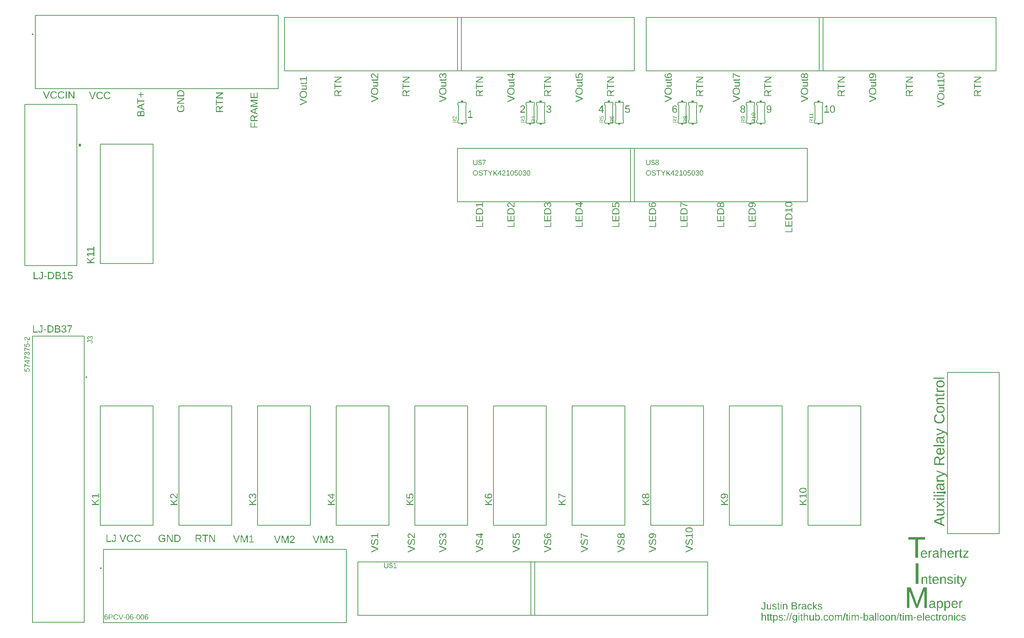
<source format=gbr>
G04 EAGLE Gerber RS-274X export*
G75*
%MOMM*%
%FSLAX34Y34*%
%LPD*%
%INSilkscreen Top*%
%IPPOS*%
%AMOC8*
5,1,8,0,0,1.08239X$1,22.5*%
G01*
G04 Define Apertures*
%ADD10C,0.127000*%
%ADD11C,0.200000*%
%ADD12C,0.300000*%
%ADD13C,0.152400*%
%ADD14R,0.508000X0.381000*%
G36*
X762000Y1284761D02*
X744714Y1284761D01*
X744714Y1292895D01*
X744735Y1293604D01*
X744796Y1294271D01*
X744898Y1294897D01*
X745041Y1295482D01*
X745225Y1296025D01*
X745449Y1296526D01*
X745715Y1296985D01*
X746021Y1297403D01*
X746364Y1297776D01*
X746738Y1298098D01*
X747145Y1298371D01*
X747584Y1298595D01*
X748054Y1298769D01*
X748557Y1298893D01*
X748820Y1298936D01*
X749092Y1298967D01*
X749371Y1298986D01*
X749658Y1298992D01*
X750130Y1298974D01*
X750583Y1298922D01*
X751017Y1298834D01*
X751431Y1298711D01*
X751826Y1298554D01*
X752202Y1298361D01*
X752559Y1298133D01*
X752897Y1297869D01*
X753210Y1297576D01*
X753493Y1297255D01*
X753745Y1296908D01*
X753838Y1296752D01*
X753968Y1296534D01*
X754159Y1296133D01*
X754321Y1295706D01*
X754452Y1295252D01*
X754553Y1294772D01*
X757723Y1296861D01*
X762000Y1299679D01*
X762000Y1296980D01*
X754823Y1292490D01*
X754823Y1287104D01*
X762000Y1287104D01*
X762000Y1284761D01*
G37*
%LPC*%
G36*
X752971Y1287104D02*
X752971Y1292760D01*
X752957Y1293210D01*
X752917Y1293634D01*
X752849Y1294031D01*
X752755Y1294402D01*
X752633Y1294747D01*
X752484Y1295066D01*
X752309Y1295358D01*
X752106Y1295624D01*
X751879Y1295862D01*
X751630Y1296067D01*
X751360Y1296241D01*
X751068Y1296383D01*
X750754Y1296494D01*
X750419Y1296573D01*
X750062Y1296621D01*
X749683Y1296637D01*
X749317Y1296621D01*
X748973Y1296572D01*
X748652Y1296492D01*
X748353Y1296380D01*
X748077Y1296236D01*
X747823Y1296060D01*
X747592Y1295852D01*
X747383Y1295612D01*
X747197Y1295342D01*
X747036Y1295044D01*
X746900Y1294717D01*
X746789Y1294362D01*
X746703Y1293979D01*
X746641Y1293568D01*
X746604Y1293129D01*
X746591Y1292662D01*
X746591Y1287104D01*
X752971Y1287104D01*
G37*
%LPD*%
G36*
X762000Y1317792D02*
X744714Y1317792D01*
X744714Y1320516D01*
X759534Y1329864D01*
X757461Y1329754D01*
X756673Y1329726D01*
X756050Y1329717D01*
X744714Y1329717D01*
X744714Y1331827D01*
X762000Y1331827D01*
X762000Y1329005D01*
X747278Y1319755D01*
X748468Y1319817D01*
X750517Y1319878D01*
X762000Y1319878D01*
X762000Y1317792D01*
G37*
G36*
X746628Y1300952D02*
X744714Y1300952D01*
X744714Y1315158D01*
X746628Y1315158D01*
X746628Y1309221D01*
X762000Y1309221D01*
X762000Y1306890D01*
X746628Y1306890D01*
X746628Y1300952D01*
G37*
G36*
X927100Y1284761D02*
X909814Y1284761D01*
X909814Y1292895D01*
X909835Y1293604D01*
X909896Y1294271D01*
X909998Y1294897D01*
X910141Y1295482D01*
X910325Y1296025D01*
X910549Y1296526D01*
X910815Y1296985D01*
X911121Y1297403D01*
X911464Y1297776D01*
X911838Y1298098D01*
X912245Y1298371D01*
X912684Y1298595D01*
X913154Y1298769D01*
X913657Y1298893D01*
X913920Y1298936D01*
X914192Y1298967D01*
X914471Y1298986D01*
X914758Y1298992D01*
X915230Y1298974D01*
X915683Y1298922D01*
X916117Y1298834D01*
X916531Y1298711D01*
X916926Y1298554D01*
X917302Y1298361D01*
X917659Y1298133D01*
X917997Y1297869D01*
X918310Y1297576D01*
X918593Y1297255D01*
X918845Y1296908D01*
X918938Y1296752D01*
X919068Y1296534D01*
X919259Y1296133D01*
X919421Y1295706D01*
X919552Y1295252D01*
X919653Y1294772D01*
X922823Y1296861D01*
X927100Y1299679D01*
X927100Y1296980D01*
X919923Y1292490D01*
X919923Y1287104D01*
X927100Y1287104D01*
X927100Y1284761D01*
G37*
%LPC*%
G36*
X918071Y1287104D02*
X918071Y1292760D01*
X918057Y1293210D01*
X918017Y1293634D01*
X917949Y1294031D01*
X917855Y1294402D01*
X917733Y1294747D01*
X917584Y1295066D01*
X917409Y1295358D01*
X917206Y1295624D01*
X916979Y1295862D01*
X916730Y1296067D01*
X916460Y1296241D01*
X916168Y1296383D01*
X915854Y1296494D01*
X915519Y1296573D01*
X915162Y1296621D01*
X914783Y1296637D01*
X914417Y1296621D01*
X914073Y1296572D01*
X913752Y1296492D01*
X913453Y1296380D01*
X913177Y1296236D01*
X912923Y1296060D01*
X912692Y1295852D01*
X912483Y1295612D01*
X912297Y1295342D01*
X912136Y1295044D01*
X912000Y1294717D01*
X911889Y1294362D01*
X911803Y1293979D01*
X911741Y1293568D01*
X911704Y1293129D01*
X911691Y1292662D01*
X911691Y1287104D01*
X918071Y1287104D01*
G37*
%LPD*%
G36*
X927100Y1317792D02*
X909814Y1317792D01*
X909814Y1320516D01*
X924634Y1329864D01*
X922561Y1329754D01*
X921773Y1329726D01*
X921150Y1329717D01*
X909814Y1329717D01*
X909814Y1331827D01*
X927100Y1331827D01*
X927100Y1329005D01*
X912378Y1319755D01*
X913568Y1319817D01*
X915617Y1319878D01*
X927100Y1319878D01*
X927100Y1317792D01*
G37*
G36*
X911728Y1300952D02*
X909814Y1300952D01*
X909814Y1315158D01*
X911728Y1315158D01*
X911728Y1309221D01*
X927100Y1309221D01*
X927100Y1306890D01*
X911728Y1306890D01*
X911728Y1300952D01*
G37*
G36*
X1104900Y1284761D02*
X1087614Y1284761D01*
X1087614Y1292895D01*
X1087635Y1293604D01*
X1087696Y1294271D01*
X1087798Y1294897D01*
X1087941Y1295482D01*
X1088125Y1296025D01*
X1088349Y1296526D01*
X1088615Y1296985D01*
X1088921Y1297403D01*
X1089264Y1297776D01*
X1089638Y1298098D01*
X1090045Y1298371D01*
X1090484Y1298595D01*
X1090954Y1298769D01*
X1091457Y1298893D01*
X1091720Y1298936D01*
X1091992Y1298967D01*
X1092271Y1298986D01*
X1092558Y1298992D01*
X1093030Y1298974D01*
X1093483Y1298922D01*
X1093917Y1298834D01*
X1094331Y1298711D01*
X1094726Y1298554D01*
X1095102Y1298361D01*
X1095459Y1298133D01*
X1095797Y1297869D01*
X1096110Y1297576D01*
X1096393Y1297255D01*
X1096645Y1296908D01*
X1096738Y1296752D01*
X1096868Y1296534D01*
X1097059Y1296133D01*
X1097221Y1295706D01*
X1097352Y1295252D01*
X1097453Y1294772D01*
X1100623Y1296861D01*
X1104900Y1299679D01*
X1104900Y1296980D01*
X1097723Y1292490D01*
X1097723Y1287104D01*
X1104900Y1287104D01*
X1104900Y1284761D01*
G37*
%LPC*%
G36*
X1095871Y1287104D02*
X1095871Y1292760D01*
X1095857Y1293210D01*
X1095817Y1293634D01*
X1095749Y1294031D01*
X1095655Y1294402D01*
X1095533Y1294747D01*
X1095384Y1295066D01*
X1095209Y1295358D01*
X1095006Y1295624D01*
X1094779Y1295862D01*
X1094530Y1296067D01*
X1094260Y1296241D01*
X1093968Y1296383D01*
X1093654Y1296494D01*
X1093319Y1296573D01*
X1092962Y1296621D01*
X1092583Y1296637D01*
X1092217Y1296621D01*
X1091873Y1296572D01*
X1091552Y1296492D01*
X1091253Y1296380D01*
X1090977Y1296236D01*
X1090723Y1296060D01*
X1090492Y1295852D01*
X1090283Y1295612D01*
X1090097Y1295342D01*
X1089936Y1295044D01*
X1089800Y1294717D01*
X1089689Y1294362D01*
X1089603Y1293979D01*
X1089541Y1293568D01*
X1089504Y1293129D01*
X1089491Y1292662D01*
X1089491Y1287104D01*
X1095871Y1287104D01*
G37*
%LPD*%
G36*
X1104900Y1317792D02*
X1087614Y1317792D01*
X1087614Y1320516D01*
X1102434Y1329864D01*
X1100361Y1329754D01*
X1099573Y1329726D01*
X1098950Y1329717D01*
X1087614Y1329717D01*
X1087614Y1331827D01*
X1104900Y1331827D01*
X1104900Y1329005D01*
X1090178Y1319755D01*
X1091368Y1319817D01*
X1093417Y1319878D01*
X1104900Y1319878D01*
X1104900Y1317792D01*
G37*
G36*
X1089528Y1300952D02*
X1087614Y1300952D01*
X1087614Y1315158D01*
X1089528Y1315158D01*
X1089528Y1309221D01*
X1104900Y1309221D01*
X1104900Y1306890D01*
X1089528Y1306890D01*
X1089528Y1300952D01*
G37*
G36*
X1270000Y1284761D02*
X1252714Y1284761D01*
X1252714Y1292895D01*
X1252735Y1293604D01*
X1252796Y1294271D01*
X1252898Y1294897D01*
X1253041Y1295482D01*
X1253225Y1296025D01*
X1253449Y1296526D01*
X1253715Y1296985D01*
X1254021Y1297403D01*
X1254364Y1297776D01*
X1254738Y1298098D01*
X1255145Y1298371D01*
X1255584Y1298595D01*
X1256054Y1298769D01*
X1256557Y1298893D01*
X1256820Y1298936D01*
X1257092Y1298967D01*
X1257371Y1298986D01*
X1257658Y1298992D01*
X1258130Y1298974D01*
X1258583Y1298922D01*
X1259017Y1298834D01*
X1259431Y1298711D01*
X1259826Y1298554D01*
X1260202Y1298361D01*
X1260559Y1298133D01*
X1260897Y1297869D01*
X1261210Y1297576D01*
X1261493Y1297255D01*
X1261745Y1296908D01*
X1261838Y1296752D01*
X1261968Y1296534D01*
X1262159Y1296133D01*
X1262321Y1295706D01*
X1262452Y1295252D01*
X1262553Y1294772D01*
X1265723Y1296861D01*
X1270000Y1299679D01*
X1270000Y1296980D01*
X1262823Y1292490D01*
X1262823Y1287104D01*
X1270000Y1287104D01*
X1270000Y1284761D01*
G37*
%LPC*%
G36*
X1260971Y1287104D02*
X1260971Y1292760D01*
X1260957Y1293210D01*
X1260917Y1293634D01*
X1260849Y1294031D01*
X1260755Y1294402D01*
X1260633Y1294747D01*
X1260484Y1295066D01*
X1260309Y1295358D01*
X1260106Y1295624D01*
X1259879Y1295862D01*
X1259630Y1296067D01*
X1259360Y1296241D01*
X1259068Y1296383D01*
X1258754Y1296494D01*
X1258419Y1296573D01*
X1258062Y1296621D01*
X1257683Y1296637D01*
X1257317Y1296621D01*
X1256973Y1296572D01*
X1256652Y1296492D01*
X1256353Y1296380D01*
X1256077Y1296236D01*
X1255823Y1296060D01*
X1255592Y1295852D01*
X1255383Y1295612D01*
X1255197Y1295342D01*
X1255036Y1295044D01*
X1254900Y1294717D01*
X1254789Y1294362D01*
X1254703Y1293979D01*
X1254641Y1293568D01*
X1254604Y1293129D01*
X1254591Y1292662D01*
X1254591Y1287104D01*
X1260971Y1287104D01*
G37*
%LPD*%
G36*
X1270000Y1317792D02*
X1252714Y1317792D01*
X1252714Y1320516D01*
X1267534Y1329864D01*
X1265461Y1329754D01*
X1264673Y1329726D01*
X1264050Y1329717D01*
X1252714Y1329717D01*
X1252714Y1331827D01*
X1270000Y1331827D01*
X1270000Y1329005D01*
X1255278Y1319755D01*
X1256468Y1319817D01*
X1258517Y1319878D01*
X1270000Y1319878D01*
X1270000Y1317792D01*
G37*
G36*
X1254628Y1300952D02*
X1252714Y1300952D01*
X1252714Y1315158D01*
X1254628Y1315158D01*
X1254628Y1309221D01*
X1270000Y1309221D01*
X1270000Y1306890D01*
X1254628Y1306890D01*
X1254628Y1300952D01*
G37*
G36*
X1422400Y1284761D02*
X1405114Y1284761D01*
X1405114Y1292895D01*
X1405135Y1293604D01*
X1405196Y1294271D01*
X1405298Y1294897D01*
X1405441Y1295482D01*
X1405625Y1296025D01*
X1405849Y1296526D01*
X1406115Y1296985D01*
X1406421Y1297403D01*
X1406764Y1297776D01*
X1407138Y1298098D01*
X1407545Y1298371D01*
X1407984Y1298595D01*
X1408454Y1298769D01*
X1408957Y1298893D01*
X1409220Y1298936D01*
X1409492Y1298967D01*
X1409771Y1298986D01*
X1410058Y1298992D01*
X1410530Y1298974D01*
X1410983Y1298922D01*
X1411417Y1298834D01*
X1411831Y1298711D01*
X1412226Y1298554D01*
X1412602Y1298361D01*
X1412959Y1298133D01*
X1413297Y1297869D01*
X1413610Y1297576D01*
X1413893Y1297255D01*
X1414145Y1296908D01*
X1414238Y1296752D01*
X1414368Y1296534D01*
X1414559Y1296133D01*
X1414721Y1295706D01*
X1414852Y1295252D01*
X1414953Y1294772D01*
X1418123Y1296861D01*
X1422400Y1299679D01*
X1422400Y1296980D01*
X1415223Y1292490D01*
X1415223Y1287104D01*
X1422400Y1287104D01*
X1422400Y1284761D01*
G37*
%LPC*%
G36*
X1413371Y1287104D02*
X1413371Y1292760D01*
X1413357Y1293210D01*
X1413317Y1293634D01*
X1413249Y1294031D01*
X1413155Y1294402D01*
X1413033Y1294747D01*
X1412884Y1295066D01*
X1412709Y1295358D01*
X1412506Y1295624D01*
X1412279Y1295862D01*
X1412030Y1296067D01*
X1411760Y1296241D01*
X1411468Y1296383D01*
X1411154Y1296494D01*
X1410819Y1296573D01*
X1410462Y1296621D01*
X1410083Y1296637D01*
X1409717Y1296621D01*
X1409373Y1296572D01*
X1409052Y1296492D01*
X1408753Y1296380D01*
X1408477Y1296236D01*
X1408223Y1296060D01*
X1407992Y1295852D01*
X1407783Y1295612D01*
X1407597Y1295342D01*
X1407436Y1295044D01*
X1407300Y1294717D01*
X1407189Y1294362D01*
X1407103Y1293979D01*
X1407041Y1293568D01*
X1407004Y1293129D01*
X1406991Y1292662D01*
X1406991Y1287104D01*
X1413371Y1287104D01*
G37*
%LPD*%
G36*
X1422400Y1317792D02*
X1405114Y1317792D01*
X1405114Y1320516D01*
X1419934Y1329864D01*
X1417861Y1329754D01*
X1417073Y1329726D01*
X1416450Y1329717D01*
X1405114Y1329717D01*
X1405114Y1331827D01*
X1422400Y1331827D01*
X1422400Y1329005D01*
X1407678Y1319755D01*
X1408868Y1319817D01*
X1410917Y1319878D01*
X1422400Y1319878D01*
X1422400Y1317792D01*
G37*
G36*
X1407028Y1300952D02*
X1405114Y1300952D01*
X1405114Y1315158D01*
X1407028Y1315158D01*
X1407028Y1309221D01*
X1422400Y1309221D01*
X1422400Y1306890D01*
X1407028Y1306890D01*
X1407028Y1300952D01*
G37*
G36*
X1638300Y1284761D02*
X1621014Y1284761D01*
X1621014Y1292895D01*
X1621035Y1293604D01*
X1621096Y1294271D01*
X1621198Y1294897D01*
X1621341Y1295482D01*
X1621525Y1296025D01*
X1621749Y1296526D01*
X1622015Y1296985D01*
X1622321Y1297403D01*
X1622664Y1297776D01*
X1623038Y1298098D01*
X1623445Y1298371D01*
X1623884Y1298595D01*
X1624354Y1298769D01*
X1624857Y1298893D01*
X1625120Y1298936D01*
X1625392Y1298967D01*
X1625671Y1298986D01*
X1625958Y1298992D01*
X1626430Y1298974D01*
X1626883Y1298922D01*
X1627317Y1298834D01*
X1627731Y1298711D01*
X1628126Y1298554D01*
X1628502Y1298361D01*
X1628859Y1298133D01*
X1629197Y1297869D01*
X1629510Y1297576D01*
X1629793Y1297255D01*
X1630045Y1296908D01*
X1630138Y1296752D01*
X1630268Y1296534D01*
X1630459Y1296133D01*
X1630621Y1295706D01*
X1630752Y1295252D01*
X1630853Y1294772D01*
X1634023Y1296861D01*
X1638300Y1299679D01*
X1638300Y1296980D01*
X1631123Y1292490D01*
X1631123Y1287104D01*
X1638300Y1287104D01*
X1638300Y1284761D01*
G37*
%LPC*%
G36*
X1629271Y1287104D02*
X1629271Y1292760D01*
X1629257Y1293210D01*
X1629217Y1293634D01*
X1629149Y1294031D01*
X1629055Y1294402D01*
X1628933Y1294747D01*
X1628784Y1295066D01*
X1628609Y1295358D01*
X1628406Y1295624D01*
X1628179Y1295862D01*
X1627930Y1296067D01*
X1627660Y1296241D01*
X1627368Y1296383D01*
X1627054Y1296494D01*
X1626719Y1296573D01*
X1626362Y1296621D01*
X1625983Y1296637D01*
X1625617Y1296621D01*
X1625273Y1296572D01*
X1624952Y1296492D01*
X1624653Y1296380D01*
X1624377Y1296236D01*
X1624123Y1296060D01*
X1623892Y1295852D01*
X1623683Y1295612D01*
X1623497Y1295342D01*
X1623336Y1295044D01*
X1623200Y1294717D01*
X1623089Y1294362D01*
X1623003Y1293979D01*
X1622941Y1293568D01*
X1622904Y1293129D01*
X1622891Y1292662D01*
X1622891Y1287104D01*
X1629271Y1287104D01*
G37*
%LPD*%
G36*
X1638300Y1317792D02*
X1621014Y1317792D01*
X1621014Y1320516D01*
X1635834Y1329864D01*
X1633761Y1329754D01*
X1632973Y1329726D01*
X1632350Y1329717D01*
X1621014Y1329717D01*
X1621014Y1331827D01*
X1638300Y1331827D01*
X1638300Y1329005D01*
X1623578Y1319755D01*
X1624768Y1319817D01*
X1626817Y1319878D01*
X1638300Y1319878D01*
X1638300Y1317792D01*
G37*
G36*
X1622928Y1300952D02*
X1621014Y1300952D01*
X1621014Y1315158D01*
X1622928Y1315158D01*
X1622928Y1309221D01*
X1638300Y1309221D01*
X1638300Y1306890D01*
X1622928Y1306890D01*
X1622928Y1300952D01*
G37*
G36*
X1803400Y1284761D02*
X1786114Y1284761D01*
X1786114Y1292895D01*
X1786135Y1293604D01*
X1786196Y1294271D01*
X1786298Y1294897D01*
X1786441Y1295482D01*
X1786625Y1296025D01*
X1786849Y1296526D01*
X1787115Y1296985D01*
X1787421Y1297403D01*
X1787764Y1297776D01*
X1788138Y1298098D01*
X1788545Y1298371D01*
X1788984Y1298595D01*
X1789454Y1298769D01*
X1789957Y1298893D01*
X1790220Y1298936D01*
X1790492Y1298967D01*
X1790771Y1298986D01*
X1791058Y1298992D01*
X1791530Y1298974D01*
X1791983Y1298922D01*
X1792417Y1298834D01*
X1792831Y1298711D01*
X1793226Y1298554D01*
X1793602Y1298361D01*
X1793959Y1298133D01*
X1794297Y1297869D01*
X1794610Y1297576D01*
X1794893Y1297255D01*
X1795145Y1296908D01*
X1795238Y1296752D01*
X1795368Y1296534D01*
X1795559Y1296133D01*
X1795721Y1295706D01*
X1795852Y1295252D01*
X1795953Y1294772D01*
X1799123Y1296861D01*
X1803400Y1299679D01*
X1803400Y1296980D01*
X1796223Y1292490D01*
X1796223Y1287104D01*
X1803400Y1287104D01*
X1803400Y1284761D01*
G37*
%LPC*%
G36*
X1794371Y1287104D02*
X1794371Y1292760D01*
X1794357Y1293210D01*
X1794317Y1293634D01*
X1794249Y1294031D01*
X1794155Y1294402D01*
X1794033Y1294747D01*
X1793884Y1295066D01*
X1793709Y1295358D01*
X1793506Y1295624D01*
X1793279Y1295862D01*
X1793030Y1296067D01*
X1792760Y1296241D01*
X1792468Y1296383D01*
X1792154Y1296494D01*
X1791819Y1296573D01*
X1791462Y1296621D01*
X1791083Y1296637D01*
X1790717Y1296621D01*
X1790373Y1296572D01*
X1790052Y1296492D01*
X1789753Y1296380D01*
X1789477Y1296236D01*
X1789223Y1296060D01*
X1788992Y1295852D01*
X1788783Y1295612D01*
X1788597Y1295342D01*
X1788436Y1295044D01*
X1788300Y1294717D01*
X1788189Y1294362D01*
X1788103Y1293979D01*
X1788041Y1293568D01*
X1788004Y1293129D01*
X1787991Y1292662D01*
X1787991Y1287104D01*
X1794371Y1287104D01*
G37*
%LPD*%
G36*
X1803400Y1317792D02*
X1786114Y1317792D01*
X1786114Y1320516D01*
X1800934Y1329864D01*
X1798861Y1329754D01*
X1798073Y1329726D01*
X1797450Y1329717D01*
X1786114Y1329717D01*
X1786114Y1331827D01*
X1803400Y1331827D01*
X1803400Y1329005D01*
X1788678Y1319755D01*
X1789868Y1319817D01*
X1791917Y1319878D01*
X1803400Y1319878D01*
X1803400Y1317792D01*
G37*
G36*
X1788028Y1300952D02*
X1786114Y1300952D01*
X1786114Y1315158D01*
X1788028Y1315158D01*
X1788028Y1309221D01*
X1803400Y1309221D01*
X1803400Y1306890D01*
X1788028Y1306890D01*
X1788028Y1300952D01*
G37*
G36*
X1981200Y1284761D02*
X1963914Y1284761D01*
X1963914Y1292895D01*
X1963935Y1293604D01*
X1963996Y1294271D01*
X1964098Y1294897D01*
X1964241Y1295482D01*
X1964425Y1296025D01*
X1964649Y1296526D01*
X1964915Y1296985D01*
X1965221Y1297403D01*
X1965564Y1297776D01*
X1965938Y1298098D01*
X1966345Y1298371D01*
X1966784Y1298595D01*
X1967254Y1298769D01*
X1967757Y1298893D01*
X1968020Y1298936D01*
X1968292Y1298967D01*
X1968571Y1298986D01*
X1968858Y1298992D01*
X1969330Y1298974D01*
X1969783Y1298922D01*
X1970217Y1298834D01*
X1970631Y1298711D01*
X1971026Y1298554D01*
X1971402Y1298361D01*
X1971759Y1298133D01*
X1972097Y1297869D01*
X1972410Y1297576D01*
X1972693Y1297255D01*
X1972945Y1296908D01*
X1973038Y1296752D01*
X1973168Y1296534D01*
X1973359Y1296133D01*
X1973521Y1295706D01*
X1973652Y1295252D01*
X1973753Y1294772D01*
X1976923Y1296861D01*
X1981200Y1299679D01*
X1981200Y1296980D01*
X1974023Y1292490D01*
X1974023Y1287104D01*
X1981200Y1287104D01*
X1981200Y1284761D01*
G37*
%LPC*%
G36*
X1972171Y1287104D02*
X1972171Y1292760D01*
X1972157Y1293210D01*
X1972117Y1293634D01*
X1972049Y1294031D01*
X1971955Y1294402D01*
X1971833Y1294747D01*
X1971684Y1295066D01*
X1971509Y1295358D01*
X1971306Y1295624D01*
X1971079Y1295862D01*
X1970830Y1296067D01*
X1970560Y1296241D01*
X1970268Y1296383D01*
X1969954Y1296494D01*
X1969619Y1296573D01*
X1969262Y1296621D01*
X1968883Y1296637D01*
X1968517Y1296621D01*
X1968173Y1296572D01*
X1967852Y1296492D01*
X1967553Y1296380D01*
X1967277Y1296236D01*
X1967023Y1296060D01*
X1966792Y1295852D01*
X1966583Y1295612D01*
X1966397Y1295342D01*
X1966236Y1295044D01*
X1966100Y1294717D01*
X1965989Y1294362D01*
X1965903Y1293979D01*
X1965841Y1293568D01*
X1965804Y1293129D01*
X1965791Y1292662D01*
X1965791Y1287104D01*
X1972171Y1287104D01*
G37*
%LPD*%
G36*
X1981200Y1317792D02*
X1963914Y1317792D01*
X1963914Y1320516D01*
X1978734Y1329864D01*
X1976661Y1329754D01*
X1975873Y1329726D01*
X1975250Y1329717D01*
X1963914Y1329717D01*
X1963914Y1331827D01*
X1981200Y1331827D01*
X1981200Y1329005D01*
X1966478Y1319755D01*
X1967668Y1319817D01*
X1969717Y1319878D01*
X1981200Y1319878D01*
X1981200Y1317792D01*
G37*
G36*
X1965828Y1300952D02*
X1963914Y1300952D01*
X1963914Y1315158D01*
X1965828Y1315158D01*
X1965828Y1309221D01*
X1981200Y1309221D01*
X1981200Y1306890D01*
X1965828Y1306890D01*
X1965828Y1300952D01*
G37*
G36*
X2146300Y1284761D02*
X2129014Y1284761D01*
X2129014Y1292895D01*
X2129035Y1293604D01*
X2129096Y1294271D01*
X2129198Y1294897D01*
X2129341Y1295482D01*
X2129525Y1296025D01*
X2129749Y1296526D01*
X2130015Y1296985D01*
X2130321Y1297403D01*
X2130664Y1297776D01*
X2131038Y1298098D01*
X2131445Y1298371D01*
X2131884Y1298595D01*
X2132354Y1298769D01*
X2132857Y1298893D01*
X2133120Y1298936D01*
X2133392Y1298967D01*
X2133671Y1298986D01*
X2133958Y1298992D01*
X2134430Y1298974D01*
X2134883Y1298922D01*
X2135317Y1298834D01*
X2135731Y1298711D01*
X2136126Y1298554D01*
X2136502Y1298361D01*
X2136859Y1298133D01*
X2137197Y1297869D01*
X2137510Y1297576D01*
X2137793Y1297255D01*
X2138045Y1296908D01*
X2138138Y1296752D01*
X2138268Y1296534D01*
X2138459Y1296133D01*
X2138621Y1295706D01*
X2138752Y1295252D01*
X2138853Y1294772D01*
X2142023Y1296861D01*
X2146300Y1299679D01*
X2146300Y1296980D01*
X2139123Y1292490D01*
X2139123Y1287104D01*
X2146300Y1287104D01*
X2146300Y1284761D01*
G37*
%LPC*%
G36*
X2137271Y1287104D02*
X2137271Y1292760D01*
X2137257Y1293210D01*
X2137217Y1293634D01*
X2137149Y1294031D01*
X2137055Y1294402D01*
X2136933Y1294747D01*
X2136784Y1295066D01*
X2136609Y1295358D01*
X2136406Y1295624D01*
X2136179Y1295862D01*
X2135930Y1296067D01*
X2135660Y1296241D01*
X2135368Y1296383D01*
X2135054Y1296494D01*
X2134719Y1296573D01*
X2134362Y1296621D01*
X2133983Y1296637D01*
X2133617Y1296621D01*
X2133273Y1296572D01*
X2132952Y1296492D01*
X2132653Y1296380D01*
X2132377Y1296236D01*
X2132123Y1296060D01*
X2131892Y1295852D01*
X2131683Y1295612D01*
X2131497Y1295342D01*
X2131336Y1295044D01*
X2131200Y1294717D01*
X2131089Y1294362D01*
X2131003Y1293979D01*
X2130941Y1293568D01*
X2130904Y1293129D01*
X2130891Y1292662D01*
X2130891Y1287104D01*
X2137271Y1287104D01*
G37*
%LPD*%
G36*
X2146300Y1317792D02*
X2129014Y1317792D01*
X2129014Y1320516D01*
X2143834Y1329864D01*
X2141761Y1329754D01*
X2140973Y1329726D01*
X2140350Y1329717D01*
X2129014Y1329717D01*
X2129014Y1331827D01*
X2146300Y1331827D01*
X2146300Y1329005D01*
X2131578Y1319755D01*
X2132768Y1319817D01*
X2134817Y1319878D01*
X2146300Y1319878D01*
X2146300Y1317792D01*
G37*
G36*
X2130928Y1300952D02*
X2129014Y1300952D01*
X2129014Y1315158D01*
X2130928Y1315158D01*
X2130928Y1309221D01*
X2146300Y1309221D01*
X2146300Y1306890D01*
X2130928Y1306890D01*
X2130928Y1300952D01*
G37*
G36*
X2311400Y1284761D02*
X2294114Y1284761D01*
X2294114Y1292895D01*
X2294135Y1293604D01*
X2294196Y1294271D01*
X2294298Y1294897D01*
X2294441Y1295482D01*
X2294625Y1296025D01*
X2294849Y1296526D01*
X2295115Y1296985D01*
X2295421Y1297403D01*
X2295764Y1297776D01*
X2296138Y1298098D01*
X2296545Y1298371D01*
X2296984Y1298595D01*
X2297454Y1298769D01*
X2297957Y1298893D01*
X2298220Y1298936D01*
X2298492Y1298967D01*
X2298771Y1298986D01*
X2299058Y1298992D01*
X2299530Y1298974D01*
X2299983Y1298922D01*
X2300417Y1298834D01*
X2300831Y1298711D01*
X2301226Y1298554D01*
X2301602Y1298361D01*
X2301959Y1298133D01*
X2302297Y1297869D01*
X2302610Y1297576D01*
X2302893Y1297255D01*
X2303145Y1296908D01*
X2303238Y1296752D01*
X2303368Y1296534D01*
X2303559Y1296133D01*
X2303721Y1295706D01*
X2303852Y1295252D01*
X2303953Y1294772D01*
X2307123Y1296861D01*
X2311400Y1299679D01*
X2311400Y1296980D01*
X2304223Y1292490D01*
X2304223Y1287104D01*
X2311400Y1287104D01*
X2311400Y1284761D01*
G37*
%LPC*%
G36*
X2302371Y1287104D02*
X2302371Y1292760D01*
X2302357Y1293210D01*
X2302317Y1293634D01*
X2302249Y1294031D01*
X2302155Y1294402D01*
X2302033Y1294747D01*
X2301884Y1295066D01*
X2301709Y1295358D01*
X2301506Y1295624D01*
X2301279Y1295862D01*
X2301030Y1296067D01*
X2300760Y1296241D01*
X2300468Y1296383D01*
X2300154Y1296494D01*
X2299819Y1296573D01*
X2299462Y1296621D01*
X2299083Y1296637D01*
X2298717Y1296621D01*
X2298373Y1296572D01*
X2298052Y1296492D01*
X2297753Y1296380D01*
X2297477Y1296236D01*
X2297223Y1296060D01*
X2296992Y1295852D01*
X2296783Y1295612D01*
X2296597Y1295342D01*
X2296436Y1295044D01*
X2296300Y1294717D01*
X2296189Y1294362D01*
X2296103Y1293979D01*
X2296041Y1293568D01*
X2296004Y1293129D01*
X2295991Y1292662D01*
X2295991Y1287104D01*
X2302371Y1287104D01*
G37*
%LPD*%
G36*
X2311400Y1317792D02*
X2294114Y1317792D01*
X2294114Y1320516D01*
X2308934Y1329864D01*
X2306861Y1329754D01*
X2306073Y1329726D01*
X2305450Y1329717D01*
X2294114Y1329717D01*
X2294114Y1331827D01*
X2311400Y1331827D01*
X2311400Y1329005D01*
X2296678Y1319755D01*
X2297868Y1319817D01*
X2299917Y1319878D01*
X2311400Y1319878D01*
X2311400Y1317792D01*
G37*
G36*
X2296028Y1300952D02*
X2294114Y1300952D01*
X2294114Y1315158D01*
X2296028Y1315158D01*
X2296028Y1309221D01*
X2311400Y1309221D01*
X2311400Y1306890D01*
X2296028Y1306890D01*
X2296028Y1300952D01*
G37*
G36*
X102816Y1278890D02*
X100731Y1278890D01*
X100731Y1296176D01*
X103454Y1296176D01*
X112802Y1281356D01*
X112692Y1283429D01*
X112664Y1284217D01*
X112655Y1284840D01*
X112655Y1296176D01*
X114765Y1296176D01*
X114765Y1278890D01*
X111944Y1278890D01*
X102694Y1293612D01*
X102755Y1292422D01*
X102816Y1290373D01*
X102816Y1278890D01*
G37*
G36*
X65124Y1278645D02*
X64481Y1278662D01*
X63861Y1278713D01*
X63263Y1278797D01*
X62687Y1278916D01*
X62133Y1279069D01*
X61601Y1279255D01*
X61091Y1279476D01*
X60603Y1279730D01*
X60140Y1280016D01*
X59706Y1280331D01*
X59300Y1280676D01*
X58922Y1281049D01*
X58573Y1281452D01*
X58252Y1281883D01*
X57959Y1282344D01*
X57695Y1282834D01*
X57461Y1283350D01*
X57258Y1283890D01*
X57086Y1284452D01*
X56945Y1285038D01*
X56836Y1285647D01*
X56758Y1286279D01*
X56711Y1286934D01*
X56695Y1287613D01*
X56704Y1288122D01*
X56730Y1288618D01*
X56774Y1289100D01*
X56835Y1289568D01*
X56914Y1290022D01*
X57009Y1290461D01*
X57123Y1290887D01*
X57254Y1291299D01*
X57402Y1291697D01*
X57568Y1292081D01*
X57751Y1292451D01*
X57951Y1292807D01*
X58169Y1293148D01*
X58405Y1293476D01*
X58658Y1293790D01*
X58928Y1294090D01*
X59214Y1294374D01*
X59513Y1294639D01*
X59826Y1294886D01*
X60152Y1295115D01*
X60491Y1295326D01*
X60844Y1295518D01*
X61211Y1295692D01*
X61590Y1295848D01*
X61984Y1295985D01*
X62390Y1296104D01*
X62810Y1296205D01*
X63244Y1296287D01*
X63690Y1296351D01*
X64151Y1296397D01*
X64624Y1296424D01*
X65111Y1296433D01*
X65787Y1296416D01*
X66435Y1296366D01*
X67054Y1296282D01*
X67645Y1296163D01*
X68207Y1296012D01*
X68741Y1295826D01*
X69247Y1295607D01*
X69724Y1295354D01*
X70172Y1295068D01*
X70589Y1294749D01*
X70976Y1294397D01*
X71331Y1294013D01*
X71656Y1293597D01*
X71951Y1293148D01*
X72215Y1292666D01*
X72448Y1292152D01*
X70227Y1291416D01*
X70065Y1291782D01*
X69881Y1292126D01*
X69674Y1292447D01*
X69444Y1292747D01*
X69191Y1293024D01*
X68915Y1293279D01*
X68616Y1293512D01*
X68295Y1293722D01*
X67954Y1293909D01*
X67598Y1294071D01*
X67227Y1294208D01*
X66840Y1294320D01*
X66437Y1294407D01*
X66019Y1294470D01*
X65585Y1294507D01*
X65136Y1294520D01*
X64782Y1294512D01*
X64438Y1294491D01*
X64104Y1294455D01*
X63780Y1294404D01*
X63466Y1294339D01*
X63162Y1294260D01*
X62868Y1294166D01*
X62584Y1294058D01*
X62310Y1293935D01*
X62046Y1293798D01*
X61792Y1293647D01*
X61547Y1293481D01*
X61313Y1293301D01*
X61089Y1293106D01*
X60875Y1292897D01*
X60670Y1292673D01*
X60297Y1292190D01*
X60128Y1291933D01*
X59973Y1291665D01*
X59829Y1291386D01*
X59698Y1291096D01*
X59580Y1290796D01*
X59474Y1290485D01*
X59381Y1290163D01*
X59300Y1289831D01*
X59231Y1289488D01*
X59175Y1289134D01*
X59132Y1288770D01*
X59100Y1288395D01*
X59082Y1288009D01*
X59075Y1287613D01*
X59082Y1287220D01*
X59101Y1286838D01*
X59134Y1286465D01*
X59179Y1286102D01*
X59238Y1285748D01*
X59309Y1285405D01*
X59394Y1285071D01*
X59491Y1284746D01*
X59601Y1284432D01*
X59725Y1284127D01*
X59861Y1283832D01*
X60011Y1283547D01*
X60173Y1283271D01*
X60348Y1283005D01*
X60738Y1282503D01*
X60950Y1282269D01*
X61172Y1282050D01*
X61402Y1281846D01*
X61642Y1281658D01*
X61891Y1281484D01*
X62149Y1281325D01*
X62417Y1281182D01*
X62693Y1281054D01*
X62979Y1280941D01*
X63273Y1280842D01*
X63577Y1280759D01*
X63890Y1280691D01*
X64213Y1280639D01*
X64544Y1280601D01*
X64884Y1280578D01*
X65234Y1280571D01*
X65681Y1280585D01*
X66114Y1280627D01*
X66532Y1280697D01*
X66937Y1280795D01*
X67328Y1280922D01*
X67704Y1281076D01*
X68066Y1281259D01*
X68415Y1281469D01*
X68749Y1281708D01*
X69069Y1281975D01*
X69375Y1282270D01*
X69667Y1282593D01*
X69944Y1282944D01*
X70208Y1283323D01*
X70458Y1283730D01*
X70693Y1284165D01*
X72607Y1283208D01*
X72327Y1282667D01*
X72019Y1282159D01*
X71685Y1281684D01*
X71324Y1281242D01*
X70935Y1280834D01*
X70520Y1280460D01*
X70077Y1280118D01*
X69608Y1279810D01*
X69115Y1279537D01*
X68603Y1279300D01*
X68071Y1279100D01*
X67521Y1278936D01*
X66950Y1278809D01*
X66361Y1278718D01*
X65752Y1278663D01*
X65124Y1278645D01*
G37*
G36*
X83249Y1278645D02*
X82606Y1278662D01*
X81986Y1278713D01*
X81388Y1278797D01*
X80812Y1278916D01*
X80258Y1279069D01*
X79726Y1279255D01*
X79216Y1279476D01*
X78728Y1279730D01*
X78265Y1280016D01*
X77831Y1280331D01*
X77425Y1280676D01*
X77047Y1281049D01*
X76698Y1281452D01*
X76377Y1281883D01*
X76084Y1282344D01*
X75820Y1282834D01*
X75586Y1283350D01*
X75383Y1283890D01*
X75211Y1284452D01*
X75070Y1285038D01*
X74961Y1285647D01*
X74883Y1286279D01*
X74836Y1286934D01*
X74820Y1287613D01*
X74829Y1288122D01*
X74855Y1288618D01*
X74899Y1289100D01*
X74960Y1289568D01*
X75039Y1290022D01*
X75134Y1290461D01*
X75248Y1290887D01*
X75379Y1291299D01*
X75527Y1291697D01*
X75693Y1292081D01*
X75876Y1292451D01*
X76076Y1292807D01*
X76294Y1293148D01*
X76530Y1293476D01*
X76783Y1293790D01*
X77053Y1294090D01*
X77339Y1294374D01*
X77638Y1294639D01*
X77951Y1294886D01*
X78277Y1295115D01*
X78616Y1295326D01*
X78969Y1295518D01*
X79336Y1295692D01*
X79715Y1295848D01*
X80109Y1295985D01*
X80515Y1296104D01*
X80935Y1296205D01*
X81369Y1296287D01*
X81815Y1296351D01*
X82276Y1296397D01*
X82749Y1296424D01*
X83236Y1296433D01*
X83912Y1296416D01*
X84560Y1296366D01*
X85179Y1296282D01*
X85770Y1296163D01*
X86332Y1296012D01*
X86866Y1295826D01*
X87372Y1295607D01*
X87849Y1295354D01*
X88297Y1295068D01*
X88714Y1294749D01*
X89101Y1294397D01*
X89456Y1294013D01*
X89781Y1293597D01*
X90076Y1293148D01*
X90340Y1292666D01*
X90573Y1292152D01*
X88352Y1291416D01*
X88190Y1291782D01*
X88006Y1292126D01*
X87799Y1292447D01*
X87569Y1292747D01*
X87316Y1293024D01*
X87040Y1293279D01*
X86741Y1293512D01*
X86420Y1293722D01*
X86079Y1293909D01*
X85723Y1294071D01*
X85352Y1294208D01*
X84965Y1294320D01*
X84562Y1294407D01*
X84144Y1294470D01*
X83710Y1294507D01*
X83261Y1294520D01*
X82907Y1294512D01*
X82563Y1294491D01*
X82229Y1294455D01*
X81905Y1294404D01*
X81591Y1294339D01*
X81287Y1294260D01*
X80993Y1294166D01*
X80709Y1294058D01*
X80435Y1293935D01*
X80171Y1293798D01*
X79917Y1293647D01*
X79672Y1293481D01*
X79438Y1293301D01*
X79214Y1293106D01*
X79000Y1292897D01*
X78795Y1292673D01*
X78422Y1292190D01*
X78253Y1291933D01*
X78098Y1291665D01*
X77954Y1291386D01*
X77823Y1291096D01*
X77705Y1290796D01*
X77599Y1290485D01*
X77506Y1290163D01*
X77425Y1289831D01*
X77356Y1289488D01*
X77300Y1289134D01*
X77257Y1288770D01*
X77225Y1288395D01*
X77207Y1288009D01*
X77200Y1287613D01*
X77207Y1287220D01*
X77226Y1286838D01*
X77259Y1286465D01*
X77304Y1286102D01*
X77363Y1285748D01*
X77434Y1285405D01*
X77519Y1285071D01*
X77616Y1284746D01*
X77726Y1284432D01*
X77850Y1284127D01*
X77986Y1283832D01*
X78136Y1283547D01*
X78298Y1283271D01*
X78473Y1283005D01*
X78863Y1282503D01*
X79075Y1282269D01*
X79297Y1282050D01*
X79527Y1281846D01*
X79767Y1281658D01*
X80016Y1281484D01*
X80274Y1281325D01*
X80542Y1281182D01*
X80818Y1281054D01*
X81104Y1280941D01*
X81398Y1280842D01*
X81702Y1280759D01*
X82015Y1280691D01*
X82338Y1280639D01*
X82669Y1280601D01*
X83009Y1280578D01*
X83359Y1280571D01*
X83806Y1280585D01*
X84239Y1280627D01*
X84657Y1280697D01*
X85062Y1280795D01*
X85453Y1280922D01*
X85829Y1281076D01*
X86191Y1281259D01*
X86540Y1281469D01*
X86874Y1281708D01*
X87194Y1281975D01*
X87500Y1282270D01*
X87792Y1282593D01*
X88069Y1282944D01*
X88333Y1283323D01*
X88583Y1283730D01*
X88818Y1284165D01*
X90732Y1283208D01*
X90452Y1282667D01*
X90144Y1282159D01*
X89810Y1281684D01*
X89449Y1281242D01*
X89060Y1280834D01*
X88645Y1280460D01*
X88202Y1280118D01*
X87733Y1279810D01*
X87240Y1279537D01*
X86728Y1279300D01*
X86196Y1279100D01*
X85646Y1278936D01*
X85075Y1278809D01*
X84486Y1278718D01*
X83877Y1278663D01*
X83249Y1278645D01*
G37*
G36*
X48263Y1278890D02*
X45834Y1278890D01*
X38780Y1296176D01*
X41246Y1296176D01*
X46030Y1284006D01*
X47061Y1280951D01*
X48091Y1284006D01*
X52851Y1296176D01*
X55317Y1296176D01*
X48263Y1278890D01*
G37*
G36*
X96363Y1278890D02*
X94020Y1278890D01*
X94020Y1296176D01*
X96363Y1296176D01*
X96363Y1278890D01*
G37*
G36*
X284480Y1235791D02*
X267194Y1235791D01*
X267194Y1242072D01*
X267211Y1242809D01*
X267260Y1243498D01*
X267342Y1244140D01*
X267457Y1244734D01*
X267604Y1245281D01*
X267784Y1245780D01*
X267997Y1246232D01*
X268243Y1246636D01*
X268522Y1246992D01*
X268833Y1247301D01*
X269177Y1247563D01*
X269554Y1247777D01*
X269964Y1247943D01*
X270407Y1248062D01*
X270882Y1248133D01*
X271132Y1248151D01*
X271390Y1248157D01*
X271766Y1248143D01*
X272126Y1248103D01*
X272471Y1248036D01*
X272801Y1247942D01*
X273115Y1247821D01*
X273414Y1247674D01*
X273698Y1247499D01*
X273966Y1247298D01*
X274216Y1247072D01*
X274344Y1246933D01*
X274445Y1246824D01*
X274652Y1246554D01*
X274837Y1246261D01*
X275001Y1245947D01*
X275144Y1245610D01*
X275265Y1245250D01*
X275365Y1244869D01*
X275440Y1245369D01*
X275543Y1245840D01*
X275674Y1246282D01*
X275833Y1246694D01*
X276019Y1247076D01*
X276233Y1247429D01*
X276475Y1247753D01*
X276600Y1247888D01*
X276745Y1248046D01*
X277038Y1248308D01*
X277350Y1248535D01*
X277680Y1248727D01*
X278029Y1248884D01*
X278396Y1249006D01*
X278782Y1249093D01*
X279186Y1249145D01*
X279610Y1249163D01*
X279894Y1249156D01*
X280170Y1249137D01*
X280438Y1249104D01*
X280699Y1249058D01*
X280951Y1248999D01*
X281195Y1248926D01*
X281660Y1248743D01*
X282092Y1248506D01*
X282493Y1248217D01*
X282862Y1247876D01*
X283198Y1247482D01*
X283498Y1247041D01*
X283759Y1246560D01*
X283979Y1246037D01*
X284160Y1245473D01*
X284300Y1244868D01*
X284400Y1244223D01*
X284460Y1243536D01*
X284480Y1242808D01*
X284480Y1235791D01*
G37*
%LPC*%
G36*
X282603Y1238134D02*
X282603Y1242685D01*
X282591Y1243204D01*
X282553Y1243686D01*
X282491Y1244132D01*
X282404Y1244541D01*
X282292Y1244914D01*
X282154Y1245250D01*
X281992Y1245550D01*
X281806Y1245814D01*
X281594Y1246044D01*
X281358Y1246243D01*
X281097Y1246412D01*
X280812Y1246550D01*
X280502Y1246657D01*
X280168Y1246734D01*
X279809Y1246780D01*
X279426Y1246795D01*
X279056Y1246778D01*
X278710Y1246728D01*
X278387Y1246644D01*
X278089Y1246527D01*
X277815Y1246376D01*
X277564Y1246191D01*
X277337Y1245973D01*
X277135Y1245722D01*
X276956Y1245436D01*
X276800Y1245118D01*
X276669Y1244766D01*
X276562Y1244380D01*
X276478Y1243960D01*
X276419Y1243508D01*
X276383Y1243021D01*
X276371Y1242501D01*
X276371Y1238134D01*
X282603Y1238134D01*
G37*
G36*
X274543Y1238134D02*
X274543Y1242072D01*
X274532Y1242526D01*
X274499Y1242951D01*
X274444Y1243346D01*
X274367Y1243711D01*
X274267Y1244047D01*
X274146Y1244353D01*
X274003Y1244629D01*
X273837Y1244875D01*
X273649Y1245092D01*
X273438Y1245280D01*
X273202Y1245440D01*
X272943Y1245570D01*
X272661Y1245671D01*
X272355Y1245743D01*
X272025Y1245787D01*
X271672Y1245801D01*
X271335Y1245786D01*
X271023Y1245742D01*
X270735Y1245667D01*
X270473Y1245562D01*
X270235Y1245428D01*
X270023Y1245263D01*
X269835Y1245069D01*
X269672Y1244844D01*
X269532Y1244592D01*
X269409Y1244312D01*
X269306Y1244006D01*
X269222Y1243673D01*
X269156Y1243313D01*
X269109Y1242926D01*
X269081Y1242512D01*
X269071Y1242072D01*
X269071Y1238134D01*
X274543Y1238134D01*
G37*
%LPD*%
G36*
X284480Y1250529D02*
X267194Y1257583D01*
X267194Y1260245D01*
X284480Y1267189D01*
X284480Y1264796D01*
X279426Y1262821D01*
X279426Y1254945D01*
X284480Y1252958D01*
X284480Y1250529D01*
G37*
%LPC*%
G36*
X277598Y1255657D02*
X277598Y1262122D01*
X271893Y1259901D01*
X270991Y1259558D01*
X269979Y1259214D01*
X268961Y1258883D01*
X269304Y1258773D01*
X270467Y1258392D01*
X271918Y1257865D01*
X277598Y1255657D01*
G37*
%LPD*%
G36*
X269108Y1265919D02*
X267194Y1265919D01*
X267194Y1280125D01*
X269108Y1280125D01*
X269108Y1274188D01*
X284480Y1274188D01*
X284480Y1271857D01*
X269108Y1271857D01*
X269108Y1265919D01*
G37*
G36*
X277021Y1281925D02*
X275230Y1281925D01*
X275230Y1287127D01*
X269979Y1287127D01*
X269979Y1288930D01*
X275230Y1288930D01*
X275230Y1294132D01*
X277021Y1294132D01*
X277021Y1288930D01*
X282272Y1288930D01*
X282272Y1287127D01*
X277021Y1287127D01*
X277021Y1281925D01*
G37*
G36*
X474980Y1246280D02*
X457694Y1246280D01*
X457694Y1254414D01*
X457715Y1255123D01*
X457776Y1255790D01*
X457878Y1256416D01*
X458021Y1257001D01*
X458205Y1257543D01*
X458429Y1258045D01*
X458695Y1258504D01*
X459001Y1258922D01*
X459344Y1259295D01*
X459718Y1259617D01*
X460125Y1259890D01*
X460564Y1260114D01*
X461034Y1260287D01*
X461537Y1260412D01*
X461800Y1260455D01*
X462072Y1260486D01*
X462351Y1260505D01*
X462638Y1260511D01*
X463110Y1260493D01*
X463563Y1260441D01*
X463997Y1260353D01*
X464411Y1260230D01*
X464806Y1260072D01*
X465182Y1259879D01*
X465539Y1259651D01*
X465877Y1259388D01*
X466190Y1259094D01*
X466473Y1258774D01*
X466725Y1258427D01*
X466818Y1258271D01*
X466948Y1258053D01*
X467139Y1257652D01*
X467301Y1257225D01*
X467432Y1256771D01*
X467533Y1256291D01*
X470703Y1258380D01*
X474980Y1261198D01*
X474980Y1258499D01*
X467803Y1254009D01*
X467803Y1248623D01*
X474980Y1248623D01*
X474980Y1246280D01*
G37*
%LPC*%
G36*
X465951Y1248623D02*
X465951Y1254279D01*
X465937Y1254729D01*
X465897Y1255152D01*
X465829Y1255550D01*
X465735Y1255921D01*
X465613Y1256266D01*
X465464Y1256585D01*
X465289Y1256877D01*
X465086Y1257143D01*
X464859Y1257380D01*
X464610Y1257586D01*
X464340Y1257760D01*
X464048Y1257902D01*
X463734Y1258013D01*
X463399Y1258092D01*
X463042Y1258140D01*
X462663Y1258155D01*
X462297Y1258139D01*
X461953Y1258091D01*
X461632Y1258011D01*
X461333Y1257899D01*
X461057Y1257755D01*
X460803Y1257579D01*
X460572Y1257371D01*
X460363Y1257131D01*
X460177Y1256861D01*
X460016Y1256562D01*
X459880Y1256236D01*
X459769Y1255881D01*
X459683Y1255498D01*
X459621Y1255087D01*
X459584Y1254648D01*
X459571Y1254181D01*
X459571Y1248623D01*
X465951Y1248623D01*
G37*
%LPD*%
G36*
X474980Y1279311D02*
X457694Y1279311D01*
X457694Y1282035D01*
X472514Y1291383D01*
X470441Y1291273D01*
X469653Y1291245D01*
X469030Y1291236D01*
X457694Y1291236D01*
X457694Y1293346D01*
X474980Y1293346D01*
X474980Y1290524D01*
X460258Y1281274D01*
X461448Y1281335D01*
X463497Y1281397D01*
X474980Y1281397D01*
X474980Y1279311D01*
G37*
G36*
X459608Y1262471D02*
X457694Y1262471D01*
X457694Y1276677D01*
X459608Y1276677D01*
X459608Y1270739D01*
X474980Y1270739D01*
X474980Y1268408D01*
X459608Y1268408D01*
X459608Y1262471D01*
G37*
G36*
X669457Y1280212D02*
X668946Y1280221D01*
X668449Y1280248D01*
X667966Y1280292D01*
X667497Y1280354D01*
X667043Y1280434D01*
X666602Y1280532D01*
X666176Y1280647D01*
X665763Y1280780D01*
X665365Y1280931D01*
X664981Y1281099D01*
X664611Y1281285D01*
X664255Y1281489D01*
X663914Y1281711D01*
X663586Y1281950D01*
X663273Y1282207D01*
X662974Y1282482D01*
X662691Y1282773D01*
X662426Y1283077D01*
X662180Y1283396D01*
X661951Y1283728D01*
X661741Y1284074D01*
X661550Y1284434D01*
X661376Y1284808D01*
X661221Y1285196D01*
X661084Y1285598D01*
X660965Y1286014D01*
X660865Y1286444D01*
X660783Y1286887D01*
X660719Y1287344D01*
X660673Y1287816D01*
X660646Y1288301D01*
X660637Y1288800D01*
X660653Y1289449D01*
X660702Y1290075D01*
X660784Y1290680D01*
X660899Y1291263D01*
X661046Y1291824D01*
X661227Y1292363D01*
X661440Y1292881D01*
X661686Y1293376D01*
X661963Y1293846D01*
X662269Y1294288D01*
X662606Y1294701D01*
X662972Y1295086D01*
X663368Y1295442D01*
X663794Y1295770D01*
X664249Y1296068D01*
X664734Y1296339D01*
X665245Y1296579D01*
X665779Y1296787D01*
X666336Y1296963D01*
X666915Y1297107D01*
X667517Y1297219D01*
X668141Y1297299D01*
X668788Y1297347D01*
X669457Y1297363D01*
X670125Y1297347D01*
X670771Y1297298D01*
X671396Y1297217D01*
X672000Y1297104D01*
X672583Y1296958D01*
X673145Y1296780D01*
X673686Y1296570D01*
X674205Y1296327D01*
X674700Y1296053D01*
X675164Y1295752D01*
X675600Y1295422D01*
X676006Y1295064D01*
X676382Y1294679D01*
X676729Y1294264D01*
X677046Y1293822D01*
X677334Y1293352D01*
X677589Y1292856D01*
X677811Y1292339D01*
X677999Y1291799D01*
X678152Y1291238D01*
X678272Y1290655D01*
X678357Y1290051D01*
X678408Y1289424D01*
X678425Y1288776D01*
X678408Y1288121D01*
X678358Y1287490D01*
X678274Y1286882D01*
X678155Y1286296D01*
X678004Y1285733D01*
X677818Y1285193D01*
X677599Y1284676D01*
X677346Y1284181D01*
X677061Y1283712D01*
X676746Y1283272D01*
X676401Y1282861D01*
X676025Y1282477D01*
X675620Y1282123D01*
X675185Y1281797D01*
X674719Y1281500D01*
X674224Y1281231D01*
X673702Y1280992D01*
X673160Y1280785D01*
X672596Y1280610D01*
X672011Y1280467D01*
X671404Y1280356D01*
X670777Y1280276D01*
X670128Y1280228D01*
X669457Y1280212D01*
G37*
%LPC*%
G36*
X669457Y1282592D02*
X669859Y1282599D01*
X670249Y1282618D01*
X670629Y1282650D01*
X670999Y1282695D01*
X671358Y1282752D01*
X671707Y1282823D01*
X672045Y1282906D01*
X672373Y1283002D01*
X672690Y1283111D01*
X672996Y1283232D01*
X673293Y1283367D01*
X673578Y1283514D01*
X673854Y1283674D01*
X674118Y1283846D01*
X674372Y1284032D01*
X674616Y1284230D01*
X674847Y1284440D01*
X675063Y1284660D01*
X675264Y1284889D01*
X675451Y1285129D01*
X675622Y1285378D01*
X675779Y1285637D01*
X675920Y1285906D01*
X676047Y1286185D01*
X676159Y1286475D01*
X676256Y1286773D01*
X676338Y1287082D01*
X676405Y1287401D01*
X676457Y1287730D01*
X676494Y1288069D01*
X676516Y1288417D01*
X676524Y1288776D01*
X676517Y1289144D01*
X676495Y1289502D01*
X676459Y1289849D01*
X676408Y1290185D01*
X676344Y1290510D01*
X676264Y1290825D01*
X676170Y1291128D01*
X676062Y1291421D01*
X675940Y1291703D01*
X675803Y1291973D01*
X675651Y1292233D01*
X675485Y1292482D01*
X675305Y1292721D01*
X675110Y1292948D01*
X674901Y1293164D01*
X674677Y1293370D01*
X674441Y1293564D01*
X674192Y1293745D01*
X673931Y1293914D01*
X673659Y1294070D01*
X673374Y1294214D01*
X673078Y1294346D01*
X672770Y1294464D01*
X672449Y1294571D01*
X672117Y1294665D01*
X671773Y1294746D01*
X671417Y1294815D01*
X671049Y1294871D01*
X670669Y1294915D01*
X670277Y1294946D01*
X669873Y1294965D01*
X669457Y1294971D01*
X669060Y1294965D01*
X668672Y1294946D01*
X668296Y1294914D01*
X667931Y1294870D01*
X667576Y1294813D01*
X667233Y1294744D01*
X666900Y1294662D01*
X666578Y1294568D01*
X666266Y1294461D01*
X665966Y1294341D01*
X665676Y1294208D01*
X665397Y1294064D01*
X665130Y1293906D01*
X664872Y1293736D01*
X664626Y1293553D01*
X664391Y1293358D01*
X664168Y1293151D01*
X663959Y1292934D01*
X663765Y1292706D01*
X663586Y1292468D01*
X663420Y1292219D01*
X663269Y1291961D01*
X663133Y1291691D01*
X663011Y1291412D01*
X662903Y1291122D01*
X662809Y1290821D01*
X662730Y1290510D01*
X662666Y1290189D01*
X662615Y1289857D01*
X662579Y1289515D01*
X662558Y1289163D01*
X662551Y1288800D01*
X662558Y1288434D01*
X662579Y1288079D01*
X662614Y1287734D01*
X662664Y1287400D01*
X662728Y1287076D01*
X662806Y1286763D01*
X662898Y1286461D01*
X663004Y1286169D01*
X663125Y1285887D01*
X663260Y1285616D01*
X663409Y1285356D01*
X663572Y1285106D01*
X663749Y1284867D01*
X663941Y1284638D01*
X664146Y1284420D01*
X664366Y1284212D01*
X664599Y1284016D01*
X664843Y1283832D01*
X665098Y1283662D01*
X665365Y1283503D01*
X665644Y1283358D01*
X665933Y1283225D01*
X666234Y1283105D01*
X666547Y1282997D01*
X666871Y1282902D01*
X667206Y1282820D01*
X667553Y1282751D01*
X667911Y1282694D01*
X668280Y1282649D01*
X668661Y1282618D01*
X669054Y1282599D01*
X669457Y1282592D01*
G37*
%LPD*%
G36*
X660894Y1262383D02*
X660894Y1264849D01*
X673064Y1269633D01*
X676119Y1270664D01*
X673064Y1271694D01*
X660894Y1276454D01*
X660894Y1278920D01*
X678180Y1271866D01*
X678180Y1269437D01*
X660894Y1262383D01*
G37*
G36*
X673751Y1300185D02*
X664906Y1300185D01*
X664906Y1302406D01*
X673322Y1302406D01*
X673941Y1302422D01*
X674487Y1302470D01*
X674960Y1302551D01*
X675358Y1302664D01*
X675695Y1302812D01*
X675981Y1302998D01*
X676216Y1303222D01*
X676401Y1303485D01*
X676476Y1303635D01*
X676541Y1303801D01*
X676640Y1304182D01*
X676700Y1304629D01*
X676720Y1305142D01*
X676703Y1305530D01*
X676652Y1305897D01*
X676567Y1306243D01*
X676447Y1306568D01*
X676294Y1306872D01*
X676106Y1307154D01*
X675884Y1307416D01*
X675628Y1307657D01*
X675342Y1307872D01*
X675029Y1308059D01*
X674690Y1308217D01*
X674325Y1308347D01*
X673933Y1308447D01*
X673514Y1308519D01*
X673069Y1308562D01*
X672598Y1308577D01*
X664906Y1308577D01*
X664906Y1310785D01*
X675346Y1310785D01*
X677214Y1310803D01*
X677810Y1310826D01*
X678180Y1310859D01*
X678180Y1308773D01*
X677849Y1308748D01*
X677229Y1308718D01*
X675910Y1308675D01*
X675910Y1308638D01*
X676241Y1308444D01*
X676547Y1308243D01*
X676828Y1308034D01*
X677084Y1307818D01*
X677314Y1307594D01*
X677519Y1307363D01*
X677700Y1307124D01*
X677855Y1306878D01*
X677989Y1306620D01*
X678105Y1306347D01*
X678203Y1306060D01*
X678283Y1305757D01*
X678345Y1305438D01*
X678390Y1305105D01*
X678416Y1304757D01*
X678425Y1304393D01*
X678408Y1303866D01*
X678358Y1303375D01*
X678273Y1302920D01*
X678154Y1302503D01*
X678001Y1302121D01*
X677815Y1301777D01*
X677594Y1301469D01*
X677340Y1301197D01*
X677046Y1300960D01*
X676708Y1300755D01*
X676326Y1300581D01*
X675900Y1300438D01*
X675429Y1300328D01*
X674914Y1300249D01*
X674355Y1300201D01*
X673751Y1300185D01*
G37*
G36*
X678180Y1321436D02*
X676303Y1321436D01*
X676303Y1325841D01*
X663004Y1325841D01*
X665789Y1321939D01*
X663704Y1321939D01*
X660894Y1326025D01*
X660894Y1328061D01*
X676303Y1328061D01*
X676303Y1332269D01*
X678180Y1332269D01*
X678180Y1321436D01*
G37*
G36*
X666513Y1312903D02*
X664906Y1312903D01*
X664906Y1314522D01*
X661937Y1315172D01*
X661937Y1316645D01*
X664906Y1316645D01*
X664906Y1319098D01*
X666513Y1319098D01*
X666513Y1316645D01*
X674892Y1316645D01*
X675335Y1316664D01*
X675706Y1316723D01*
X675865Y1316767D01*
X676007Y1316821D01*
X676130Y1316884D01*
X676236Y1316957D01*
X676326Y1317043D01*
X676405Y1317143D01*
X676471Y1317257D01*
X676525Y1317385D01*
X676568Y1317528D01*
X676598Y1317685D01*
X676616Y1317857D01*
X676622Y1318043D01*
X676611Y1318288D01*
X676579Y1318583D01*
X676450Y1319319D01*
X678082Y1319319D01*
X678211Y1318770D01*
X678303Y1318215D01*
X678358Y1317654D01*
X678376Y1317086D01*
X678365Y1316765D01*
X678329Y1316465D01*
X678271Y1316186D01*
X678188Y1315927D01*
X678083Y1315689D01*
X677954Y1315471D01*
X677801Y1315275D01*
X677625Y1315099D01*
X677425Y1314943D01*
X677202Y1314809D01*
X676956Y1314695D01*
X676686Y1314602D01*
X676392Y1314529D01*
X676075Y1314478D01*
X675735Y1314447D01*
X675371Y1314436D01*
X666513Y1314436D01*
X666513Y1312903D01*
G37*
G36*
X842177Y1287940D02*
X841666Y1287949D01*
X841169Y1287975D01*
X840686Y1288020D01*
X840217Y1288082D01*
X839763Y1288162D01*
X839322Y1288259D01*
X838896Y1288374D01*
X838483Y1288507D01*
X838085Y1288658D01*
X837701Y1288827D01*
X837331Y1289013D01*
X836975Y1289217D01*
X836634Y1289438D01*
X836306Y1289678D01*
X835993Y1289935D01*
X835694Y1290210D01*
X835411Y1290500D01*
X835146Y1290805D01*
X834900Y1291123D01*
X834671Y1291456D01*
X834461Y1291802D01*
X834270Y1292162D01*
X834096Y1292536D01*
X833941Y1292924D01*
X833804Y1293326D01*
X833685Y1293741D01*
X833585Y1294171D01*
X833503Y1294615D01*
X833439Y1295072D01*
X833393Y1295543D01*
X833366Y1296029D01*
X833357Y1296528D01*
X833373Y1297176D01*
X833422Y1297803D01*
X833504Y1298408D01*
X833619Y1298990D01*
X833766Y1299552D01*
X833947Y1300091D01*
X834160Y1300608D01*
X834406Y1301104D01*
X834683Y1301574D01*
X834989Y1302016D01*
X835326Y1302429D01*
X835692Y1302813D01*
X836088Y1303170D01*
X836514Y1303497D01*
X836969Y1303796D01*
X837454Y1304066D01*
X837965Y1304306D01*
X838499Y1304515D01*
X839056Y1304691D01*
X839635Y1304835D01*
X840237Y1304947D01*
X840861Y1305027D01*
X841508Y1305075D01*
X842177Y1305091D01*
X842845Y1305075D01*
X843491Y1305026D01*
X844116Y1304945D01*
X844720Y1304832D01*
X845303Y1304686D01*
X845865Y1304508D01*
X846406Y1304297D01*
X846925Y1304054D01*
X847420Y1303781D01*
X847884Y1303479D01*
X848320Y1303150D01*
X848726Y1302792D01*
X849102Y1302406D01*
X849449Y1301992D01*
X849766Y1301550D01*
X850054Y1301079D01*
X850309Y1300584D01*
X850531Y1300066D01*
X850719Y1299527D01*
X850872Y1298966D01*
X850992Y1298383D01*
X851077Y1297778D01*
X851128Y1297152D01*
X851145Y1296503D01*
X851128Y1295849D01*
X851078Y1295218D01*
X850994Y1294609D01*
X850875Y1294023D01*
X850724Y1293461D01*
X850538Y1292920D01*
X850319Y1292403D01*
X850066Y1291909D01*
X849781Y1291440D01*
X849466Y1291000D01*
X849121Y1290588D01*
X848745Y1290205D01*
X848340Y1289850D01*
X847905Y1289524D01*
X847439Y1289227D01*
X846944Y1288958D01*
X846422Y1288720D01*
X845880Y1288513D01*
X845316Y1288338D01*
X844731Y1288195D01*
X844124Y1288083D01*
X843497Y1288004D01*
X842848Y1287956D01*
X842177Y1287940D01*
G37*
%LPC*%
G36*
X842177Y1290320D02*
X842579Y1290326D01*
X842969Y1290346D01*
X843349Y1290378D01*
X843719Y1290422D01*
X844078Y1290480D01*
X844427Y1290550D01*
X844765Y1290633D01*
X845093Y1290729D01*
X845410Y1290838D01*
X845716Y1290960D01*
X846013Y1291094D01*
X846298Y1291241D01*
X846574Y1291401D01*
X846838Y1291574D01*
X847092Y1291759D01*
X847336Y1291958D01*
X847567Y1292167D01*
X847783Y1292387D01*
X847984Y1292617D01*
X848171Y1292856D01*
X848342Y1293105D01*
X848499Y1293365D01*
X848640Y1293634D01*
X848767Y1293913D01*
X848879Y1294202D01*
X848976Y1294501D01*
X849058Y1294810D01*
X849125Y1295129D01*
X849177Y1295457D01*
X849214Y1295796D01*
X849236Y1296145D01*
X849244Y1296503D01*
X849237Y1296872D01*
X849215Y1297230D01*
X849179Y1297577D01*
X849128Y1297913D01*
X849064Y1298238D01*
X848984Y1298552D01*
X848890Y1298856D01*
X848782Y1299148D01*
X848660Y1299430D01*
X848523Y1299701D01*
X848371Y1299961D01*
X848205Y1300210D01*
X848025Y1300448D01*
X847830Y1300676D01*
X847621Y1300892D01*
X847397Y1301098D01*
X847161Y1301291D01*
X846912Y1301473D01*
X846651Y1301642D01*
X846379Y1301798D01*
X846094Y1301942D01*
X845798Y1302073D01*
X845490Y1302192D01*
X845169Y1302298D01*
X844837Y1302392D01*
X844493Y1302473D01*
X844137Y1302542D01*
X843769Y1302598D01*
X843389Y1302642D01*
X842997Y1302673D01*
X842593Y1302692D01*
X842177Y1302698D01*
X841780Y1302692D01*
X841392Y1302673D01*
X841016Y1302642D01*
X840651Y1302598D01*
X840296Y1302541D01*
X839953Y1302472D01*
X839620Y1302390D01*
X839298Y1302295D01*
X838986Y1302188D01*
X838686Y1302068D01*
X838396Y1301936D01*
X838117Y1301791D01*
X837850Y1301633D01*
X837592Y1301463D01*
X837346Y1301281D01*
X837111Y1301085D01*
X836888Y1300878D01*
X836679Y1300661D01*
X836485Y1300433D01*
X836306Y1300195D01*
X836140Y1299947D01*
X835989Y1299688D01*
X835853Y1299419D01*
X835731Y1299139D01*
X835623Y1298849D01*
X835529Y1298549D01*
X835450Y1298238D01*
X835386Y1297917D01*
X835335Y1297585D01*
X835299Y1297243D01*
X835278Y1296890D01*
X835271Y1296528D01*
X835278Y1296162D01*
X835299Y1295807D01*
X835334Y1295462D01*
X835384Y1295128D01*
X835448Y1294804D01*
X835526Y1294491D01*
X835618Y1294188D01*
X835724Y1293896D01*
X835845Y1293615D01*
X835980Y1293344D01*
X836129Y1293083D01*
X836292Y1292833D01*
X836469Y1292594D01*
X836661Y1292365D01*
X836866Y1292147D01*
X837086Y1291939D01*
X837319Y1291743D01*
X837563Y1291560D01*
X837818Y1291389D01*
X838085Y1291231D01*
X838364Y1291085D01*
X838653Y1290953D01*
X838954Y1290832D01*
X839267Y1290725D01*
X839591Y1290630D01*
X839926Y1290548D01*
X840273Y1290478D01*
X840631Y1290421D01*
X841000Y1290377D01*
X841381Y1290345D01*
X841774Y1290326D01*
X842177Y1290320D01*
G37*
%LPD*%
G36*
X833614Y1270110D02*
X833614Y1272576D01*
X845784Y1277361D01*
X848839Y1278391D01*
X845784Y1279422D01*
X833614Y1284182D01*
X833614Y1286648D01*
X850900Y1279594D01*
X850900Y1277165D01*
X833614Y1270110D01*
G37*
G36*
X850900Y1328514D02*
X849342Y1328514D01*
X848645Y1328844D01*
X847991Y1329208D01*
X847379Y1329607D01*
X846809Y1330041D01*
X846273Y1330498D01*
X845763Y1330966D01*
X845279Y1331445D01*
X844821Y1331936D01*
X843964Y1332926D01*
X843171Y1333905D01*
X842411Y1334833D01*
X841650Y1335666D01*
X841265Y1336040D01*
X840871Y1336376D01*
X840468Y1336675D01*
X840055Y1336936D01*
X839843Y1337049D01*
X839624Y1337148D01*
X839398Y1337231D01*
X839166Y1337299D01*
X838926Y1337352D01*
X838680Y1337390D01*
X838426Y1337413D01*
X838166Y1337420D01*
X837820Y1337407D01*
X837494Y1337368D01*
X837188Y1337303D01*
X836902Y1337212D01*
X836636Y1337094D01*
X836390Y1336951D01*
X836164Y1336782D01*
X835958Y1336586D01*
X835774Y1336367D01*
X835614Y1336128D01*
X835479Y1335869D01*
X835369Y1335589D01*
X835283Y1335289D01*
X835221Y1334969D01*
X835185Y1334628D01*
X835172Y1334267D01*
X835184Y1333922D01*
X835220Y1333593D01*
X835280Y1333279D01*
X835364Y1332981D01*
X835472Y1332698D01*
X835604Y1332431D01*
X835759Y1332179D01*
X835939Y1331943D01*
X836140Y1331726D01*
X836361Y1331533D01*
X836601Y1331363D01*
X836861Y1331217D01*
X837140Y1331095D01*
X837438Y1330996D01*
X837755Y1330921D01*
X838092Y1330869D01*
X837884Y1328612D01*
X837379Y1328693D01*
X836900Y1328814D01*
X836448Y1328974D01*
X836022Y1329175D01*
X835623Y1329414D01*
X835250Y1329694D01*
X834903Y1330013D01*
X834584Y1330372D01*
X834296Y1330765D01*
X834047Y1331184D01*
X833836Y1331630D01*
X833663Y1332104D01*
X833529Y1332604D01*
X833433Y1333131D01*
X833376Y1333686D01*
X833357Y1334267D01*
X833376Y1334902D01*
X833434Y1335498D01*
X833530Y1336057D01*
X833665Y1336578D01*
X833838Y1337062D01*
X834050Y1337507D01*
X834301Y1337915D01*
X834590Y1338285D01*
X834914Y1338614D01*
X835271Y1338900D01*
X835660Y1339141D01*
X836082Y1339339D01*
X836536Y1339492D01*
X837022Y1339602D01*
X837541Y1339668D01*
X838092Y1339690D01*
X838343Y1339683D01*
X838594Y1339661D01*
X838845Y1339625D01*
X839095Y1339575D01*
X839594Y1339431D01*
X840092Y1339230D01*
X840589Y1338972D01*
X841086Y1338658D01*
X841582Y1338288D01*
X842079Y1337862D01*
X842644Y1337304D01*
X843346Y1336540D01*
X844184Y1335569D01*
X845159Y1334390D01*
X845721Y1333721D01*
X846255Y1333123D01*
X846761Y1332598D01*
X847238Y1332145D01*
X847697Y1331757D01*
X848147Y1331427D01*
X848589Y1331156D01*
X849023Y1330943D01*
X849023Y1339960D01*
X850900Y1339960D01*
X850900Y1328514D01*
G37*
G36*
X846471Y1307913D02*
X837626Y1307913D01*
X837626Y1310133D01*
X846042Y1310133D01*
X846661Y1310150D01*
X847207Y1310198D01*
X847680Y1310278D01*
X848078Y1310391D01*
X848415Y1310539D01*
X848701Y1310725D01*
X848936Y1310950D01*
X849121Y1311213D01*
X849196Y1311362D01*
X849261Y1311528D01*
X849360Y1311909D01*
X849420Y1312356D01*
X849440Y1312869D01*
X849423Y1313257D01*
X849372Y1313624D01*
X849287Y1313970D01*
X849167Y1314295D01*
X849014Y1314599D01*
X848826Y1314882D01*
X848604Y1315144D01*
X848348Y1315384D01*
X848062Y1315600D01*
X847749Y1315787D01*
X847410Y1315945D01*
X847045Y1316074D01*
X846653Y1316175D01*
X846234Y1316247D01*
X845789Y1316290D01*
X845318Y1316304D01*
X837626Y1316304D01*
X837626Y1318513D01*
X848066Y1318513D01*
X849934Y1318531D01*
X850530Y1318554D01*
X850900Y1318586D01*
X850900Y1316501D01*
X850569Y1316476D01*
X849949Y1316445D01*
X848630Y1316402D01*
X848630Y1316366D01*
X848961Y1316172D01*
X849267Y1315970D01*
X849548Y1315761D01*
X849804Y1315545D01*
X850034Y1315321D01*
X850239Y1315090D01*
X850420Y1314851D01*
X850575Y1314605D01*
X850709Y1314348D01*
X850825Y1314075D01*
X850923Y1313787D01*
X851003Y1313484D01*
X851065Y1313166D01*
X851110Y1312833D01*
X851136Y1312484D01*
X851145Y1312121D01*
X851128Y1311593D01*
X851078Y1311102D01*
X850993Y1310648D01*
X850874Y1310230D01*
X850721Y1309849D01*
X850535Y1309504D01*
X850314Y1309196D01*
X850060Y1308925D01*
X849766Y1308688D01*
X849428Y1308482D01*
X849046Y1308308D01*
X848620Y1308166D01*
X848149Y1308055D01*
X847634Y1307976D01*
X847075Y1307929D01*
X846471Y1307913D01*
G37*
G36*
X839233Y1320630D02*
X837626Y1320630D01*
X837626Y1322250D01*
X834657Y1322900D01*
X834657Y1324372D01*
X837626Y1324372D01*
X837626Y1326826D01*
X839233Y1326826D01*
X839233Y1324372D01*
X847612Y1324372D01*
X848055Y1324392D01*
X848426Y1324450D01*
X848585Y1324494D01*
X848727Y1324548D01*
X848850Y1324612D01*
X848956Y1324685D01*
X849046Y1324770D01*
X849125Y1324870D01*
X849191Y1324984D01*
X849245Y1325113D01*
X849288Y1325256D01*
X849318Y1325413D01*
X849336Y1325585D01*
X849342Y1325771D01*
X849331Y1326016D01*
X849299Y1326310D01*
X849170Y1327047D01*
X850802Y1327047D01*
X850931Y1326498D01*
X851023Y1325942D01*
X851078Y1325381D01*
X851096Y1324814D01*
X851085Y1324493D01*
X851049Y1324193D01*
X850991Y1323913D01*
X850908Y1323654D01*
X850803Y1323416D01*
X850674Y1323199D01*
X850521Y1323002D01*
X850345Y1322826D01*
X850145Y1322671D01*
X849922Y1322536D01*
X849676Y1322423D01*
X849406Y1322329D01*
X849112Y1322257D01*
X848795Y1322205D01*
X848455Y1322174D01*
X848091Y1322164D01*
X839233Y1322164D01*
X839233Y1320630D01*
G37*
G36*
X1007277Y1287940D02*
X1006766Y1287949D01*
X1006269Y1287975D01*
X1005786Y1288020D01*
X1005317Y1288082D01*
X1004863Y1288162D01*
X1004422Y1288259D01*
X1003996Y1288374D01*
X1003583Y1288507D01*
X1003185Y1288658D01*
X1002801Y1288827D01*
X1002431Y1289013D01*
X1002075Y1289217D01*
X1001734Y1289438D01*
X1001406Y1289678D01*
X1001093Y1289935D01*
X1000794Y1290210D01*
X1000511Y1290500D01*
X1000246Y1290805D01*
X1000000Y1291123D01*
X999771Y1291456D01*
X999561Y1291802D01*
X999370Y1292162D01*
X999196Y1292536D01*
X999041Y1292924D01*
X998904Y1293326D01*
X998785Y1293741D01*
X998685Y1294171D01*
X998603Y1294615D01*
X998539Y1295072D01*
X998493Y1295543D01*
X998466Y1296029D01*
X998457Y1296528D01*
X998473Y1297176D01*
X998522Y1297803D01*
X998604Y1298408D01*
X998719Y1298990D01*
X998866Y1299552D01*
X999047Y1300091D01*
X999260Y1300608D01*
X999506Y1301104D01*
X999783Y1301574D01*
X1000089Y1302016D01*
X1000426Y1302429D01*
X1000792Y1302813D01*
X1001188Y1303170D01*
X1001614Y1303497D01*
X1002069Y1303796D01*
X1002554Y1304066D01*
X1003065Y1304306D01*
X1003599Y1304515D01*
X1004156Y1304691D01*
X1004735Y1304835D01*
X1005337Y1304947D01*
X1005961Y1305027D01*
X1006608Y1305075D01*
X1007277Y1305091D01*
X1007945Y1305075D01*
X1008591Y1305026D01*
X1009216Y1304945D01*
X1009820Y1304832D01*
X1010403Y1304686D01*
X1010965Y1304508D01*
X1011506Y1304297D01*
X1012025Y1304054D01*
X1012520Y1303781D01*
X1012984Y1303479D01*
X1013420Y1303150D01*
X1013826Y1302792D01*
X1014202Y1302406D01*
X1014549Y1301992D01*
X1014866Y1301550D01*
X1015154Y1301079D01*
X1015409Y1300584D01*
X1015631Y1300066D01*
X1015819Y1299527D01*
X1015972Y1298966D01*
X1016092Y1298383D01*
X1016177Y1297778D01*
X1016228Y1297152D01*
X1016245Y1296503D01*
X1016228Y1295849D01*
X1016178Y1295218D01*
X1016094Y1294609D01*
X1015975Y1294023D01*
X1015824Y1293461D01*
X1015638Y1292920D01*
X1015419Y1292403D01*
X1015166Y1291909D01*
X1014881Y1291440D01*
X1014566Y1291000D01*
X1014221Y1290588D01*
X1013845Y1290205D01*
X1013440Y1289850D01*
X1013005Y1289524D01*
X1012539Y1289227D01*
X1012044Y1288958D01*
X1011522Y1288720D01*
X1010980Y1288513D01*
X1010416Y1288338D01*
X1009831Y1288195D01*
X1009224Y1288083D01*
X1008597Y1288004D01*
X1007948Y1287956D01*
X1007277Y1287940D01*
G37*
%LPC*%
G36*
X1007277Y1290320D02*
X1007679Y1290326D01*
X1008069Y1290346D01*
X1008449Y1290378D01*
X1008819Y1290422D01*
X1009178Y1290480D01*
X1009527Y1290550D01*
X1009865Y1290633D01*
X1010193Y1290729D01*
X1010510Y1290838D01*
X1010816Y1290960D01*
X1011113Y1291094D01*
X1011398Y1291241D01*
X1011674Y1291401D01*
X1011938Y1291574D01*
X1012192Y1291759D01*
X1012436Y1291958D01*
X1012667Y1292167D01*
X1012883Y1292387D01*
X1013084Y1292617D01*
X1013271Y1292856D01*
X1013442Y1293105D01*
X1013599Y1293365D01*
X1013740Y1293634D01*
X1013867Y1293913D01*
X1013979Y1294202D01*
X1014076Y1294501D01*
X1014158Y1294810D01*
X1014225Y1295129D01*
X1014277Y1295457D01*
X1014314Y1295796D01*
X1014336Y1296145D01*
X1014344Y1296503D01*
X1014337Y1296872D01*
X1014315Y1297230D01*
X1014279Y1297577D01*
X1014228Y1297913D01*
X1014164Y1298238D01*
X1014084Y1298552D01*
X1013990Y1298856D01*
X1013882Y1299148D01*
X1013760Y1299430D01*
X1013623Y1299701D01*
X1013471Y1299961D01*
X1013305Y1300210D01*
X1013125Y1300448D01*
X1012930Y1300676D01*
X1012721Y1300892D01*
X1012497Y1301098D01*
X1012261Y1301291D01*
X1012012Y1301473D01*
X1011751Y1301642D01*
X1011479Y1301798D01*
X1011194Y1301942D01*
X1010898Y1302073D01*
X1010590Y1302192D01*
X1010269Y1302298D01*
X1009937Y1302392D01*
X1009593Y1302473D01*
X1009237Y1302542D01*
X1008869Y1302598D01*
X1008489Y1302642D01*
X1008097Y1302673D01*
X1007693Y1302692D01*
X1007277Y1302698D01*
X1006880Y1302692D01*
X1006492Y1302673D01*
X1006116Y1302642D01*
X1005751Y1302598D01*
X1005396Y1302541D01*
X1005053Y1302472D01*
X1004720Y1302390D01*
X1004398Y1302295D01*
X1004086Y1302188D01*
X1003786Y1302068D01*
X1003496Y1301936D01*
X1003217Y1301791D01*
X1002950Y1301633D01*
X1002692Y1301463D01*
X1002446Y1301281D01*
X1002211Y1301085D01*
X1001988Y1300878D01*
X1001779Y1300661D01*
X1001585Y1300433D01*
X1001406Y1300195D01*
X1001240Y1299947D01*
X1001089Y1299688D01*
X1000953Y1299419D01*
X1000831Y1299139D01*
X1000723Y1298849D01*
X1000629Y1298549D01*
X1000550Y1298238D01*
X1000486Y1297917D01*
X1000435Y1297585D01*
X1000399Y1297243D01*
X1000378Y1296890D01*
X1000371Y1296528D01*
X1000378Y1296162D01*
X1000399Y1295807D01*
X1000434Y1295462D01*
X1000484Y1295128D01*
X1000548Y1294804D01*
X1000626Y1294491D01*
X1000718Y1294188D01*
X1000824Y1293896D01*
X1000945Y1293615D01*
X1001080Y1293344D01*
X1001229Y1293083D01*
X1001392Y1292833D01*
X1001569Y1292594D01*
X1001761Y1292365D01*
X1001966Y1292147D01*
X1002186Y1291939D01*
X1002419Y1291743D01*
X1002663Y1291560D01*
X1002918Y1291389D01*
X1003185Y1291231D01*
X1003464Y1291085D01*
X1003753Y1290953D01*
X1004054Y1290832D01*
X1004367Y1290725D01*
X1004691Y1290630D01*
X1005026Y1290548D01*
X1005373Y1290478D01*
X1005731Y1290421D01*
X1006100Y1290377D01*
X1006481Y1290345D01*
X1006874Y1290326D01*
X1007277Y1290320D01*
G37*
%LPD*%
G36*
X1011559Y1328207D02*
X1011350Y1330489D01*
X1011722Y1330555D01*
X1012069Y1330644D01*
X1012393Y1330756D01*
X1012692Y1330890D01*
X1012968Y1331046D01*
X1013219Y1331225D01*
X1013447Y1331427D01*
X1013651Y1331651D01*
X1013830Y1331898D01*
X1013986Y1332167D01*
X1014118Y1332459D01*
X1014226Y1332773D01*
X1014310Y1333110D01*
X1014370Y1333469D01*
X1014405Y1333851D01*
X1014417Y1334255D01*
X1014405Y1334661D01*
X1014366Y1335044D01*
X1014302Y1335405D01*
X1014212Y1335744D01*
X1014096Y1336060D01*
X1013955Y1336354D01*
X1013788Y1336625D01*
X1013595Y1336874D01*
X1013378Y1337097D01*
X1013135Y1337290D01*
X1012867Y1337454D01*
X1012574Y1337587D01*
X1012257Y1337691D01*
X1011914Y1337766D01*
X1011547Y1337810D01*
X1011154Y1337825D01*
X1010811Y1337808D01*
X1010487Y1337757D01*
X1010183Y1337672D01*
X1009898Y1337554D01*
X1009633Y1337401D01*
X1009386Y1337214D01*
X1009160Y1336994D01*
X1008952Y1336739D01*
X1008767Y1336453D01*
X1008606Y1336136D01*
X1008470Y1335790D01*
X1008359Y1335413D01*
X1008272Y1335006D01*
X1008210Y1334569D01*
X1008173Y1334102D01*
X1008161Y1333605D01*
X1008161Y1332354D01*
X1006247Y1332354D01*
X1006247Y1333556D01*
X1006235Y1333997D01*
X1006197Y1334413D01*
X1006136Y1334803D01*
X1006049Y1335168D01*
X1005938Y1335507D01*
X1005802Y1335820D01*
X1005641Y1336109D01*
X1005456Y1336371D01*
X1005248Y1336606D01*
X1005022Y1336809D01*
X1004777Y1336981D01*
X1004513Y1337121D01*
X1004229Y1337231D01*
X1003927Y1337309D01*
X1003606Y1337356D01*
X1003266Y1337371D01*
X1002928Y1337358D01*
X1002609Y1337320D01*
X1002308Y1337256D01*
X1002025Y1337167D01*
X1001761Y1337052D01*
X1001514Y1336912D01*
X1001286Y1336747D01*
X1001076Y1336555D01*
X1000888Y1336339D01*
X1000724Y1336098D01*
X1000586Y1335832D01*
X1000473Y1335542D01*
X1000385Y1335226D01*
X1000323Y1334886D01*
X1000285Y1334522D01*
X1000272Y1334132D01*
X1000284Y1333776D01*
X1000319Y1333437D01*
X1000378Y1333116D01*
X1000459Y1332812D01*
X1000565Y1332526D01*
X1000693Y1332257D01*
X1000845Y1332005D01*
X1001021Y1331771D01*
X1001217Y1331557D01*
X1001433Y1331367D01*
X1001668Y1331201D01*
X1001922Y1331058D01*
X1002196Y1330938D01*
X1002488Y1330843D01*
X1002800Y1330770D01*
X1003131Y1330722D01*
X1002959Y1328501D01*
X1002443Y1328583D01*
X1001956Y1328703D01*
X1001498Y1328864D01*
X1001070Y1329064D01*
X1000670Y1329304D01*
X1000300Y1329584D01*
X999959Y1329903D01*
X999647Y1330262D01*
X999368Y1330654D01*
X999126Y1331073D01*
X998922Y1331520D01*
X998754Y1331993D01*
X998624Y1332494D01*
X998531Y1333021D01*
X998475Y1333575D01*
X998457Y1334157D01*
X998476Y1334789D01*
X998532Y1335385D01*
X998627Y1335945D01*
X998759Y1336468D01*
X998929Y1336955D01*
X999136Y1337406D01*
X999382Y1337821D01*
X999665Y1338199D01*
X999982Y1338537D01*
X1000329Y1338830D01*
X1000705Y1339078D01*
X1001111Y1339280D01*
X1001547Y1339438D01*
X1002013Y1339551D01*
X1002508Y1339618D01*
X1003033Y1339641D01*
X1003437Y1339626D01*
X1003822Y1339583D01*
X1004188Y1339510D01*
X1004534Y1339409D01*
X1004861Y1339279D01*
X1005168Y1339120D01*
X1005457Y1338932D01*
X1005726Y1338715D01*
X1005974Y1338470D01*
X1006202Y1338199D01*
X1006409Y1337902D01*
X1006595Y1337578D01*
X1006760Y1337228D01*
X1006904Y1336852D01*
X1007028Y1336450D01*
X1007130Y1336022D01*
X1007179Y1336022D01*
X1007245Y1336493D01*
X1007339Y1336937D01*
X1007460Y1337355D01*
X1007609Y1337745D01*
X1007785Y1338109D01*
X1007989Y1338446D01*
X1008221Y1338756D01*
X1008480Y1339040D01*
X1008761Y1339293D01*
X1009061Y1339512D01*
X1009378Y1339697D01*
X1009713Y1339849D01*
X1010065Y1339967D01*
X1010435Y1340052D01*
X1010823Y1340102D01*
X1011228Y1340119D01*
X1011523Y1340113D01*
X1011809Y1340095D01*
X1012356Y1340024D01*
X1012870Y1339905D01*
X1013350Y1339739D01*
X1013796Y1339525D01*
X1014209Y1339264D01*
X1014588Y1338955D01*
X1014933Y1338598D01*
X1015240Y1338197D01*
X1015507Y1337756D01*
X1015733Y1337274D01*
X1015917Y1336752D01*
X1016061Y1336188D01*
X1016163Y1335585D01*
X1016225Y1334940D01*
X1016245Y1334255D01*
X1016227Y1333615D01*
X1016171Y1333009D01*
X1016079Y1332435D01*
X1015949Y1331895D01*
X1015783Y1331388D01*
X1015579Y1330914D01*
X1015339Y1330473D01*
X1015062Y1330066D01*
X1014748Y1329694D01*
X1014399Y1329363D01*
X1014014Y1329071D01*
X1013594Y1328819D01*
X1013138Y1328606D01*
X1012647Y1328433D01*
X1012121Y1328300D01*
X1011559Y1328207D01*
G37*
G36*
X998714Y1270110D02*
X998714Y1272576D01*
X1010884Y1277361D01*
X1013939Y1278391D01*
X1010884Y1279422D01*
X998714Y1284182D01*
X998714Y1286648D01*
X1016000Y1279594D01*
X1016000Y1277165D01*
X998714Y1270110D01*
G37*
G36*
X1011571Y1307913D02*
X1002726Y1307913D01*
X1002726Y1310133D01*
X1011142Y1310133D01*
X1011761Y1310150D01*
X1012307Y1310198D01*
X1012780Y1310278D01*
X1013178Y1310391D01*
X1013515Y1310539D01*
X1013801Y1310725D01*
X1014036Y1310950D01*
X1014221Y1311213D01*
X1014296Y1311362D01*
X1014361Y1311528D01*
X1014460Y1311909D01*
X1014520Y1312356D01*
X1014540Y1312869D01*
X1014523Y1313257D01*
X1014472Y1313624D01*
X1014387Y1313970D01*
X1014267Y1314295D01*
X1014114Y1314599D01*
X1013926Y1314882D01*
X1013704Y1315144D01*
X1013448Y1315384D01*
X1013162Y1315600D01*
X1012849Y1315787D01*
X1012510Y1315945D01*
X1012145Y1316074D01*
X1011753Y1316175D01*
X1011334Y1316247D01*
X1010889Y1316290D01*
X1010418Y1316304D01*
X1002726Y1316304D01*
X1002726Y1318513D01*
X1013166Y1318513D01*
X1015034Y1318531D01*
X1015630Y1318554D01*
X1016000Y1318586D01*
X1016000Y1316501D01*
X1015669Y1316476D01*
X1015049Y1316445D01*
X1013730Y1316402D01*
X1013730Y1316366D01*
X1014061Y1316172D01*
X1014367Y1315970D01*
X1014648Y1315761D01*
X1014904Y1315545D01*
X1015134Y1315321D01*
X1015339Y1315090D01*
X1015520Y1314851D01*
X1015675Y1314605D01*
X1015809Y1314348D01*
X1015925Y1314075D01*
X1016023Y1313787D01*
X1016103Y1313484D01*
X1016165Y1313166D01*
X1016210Y1312833D01*
X1016236Y1312484D01*
X1016245Y1312121D01*
X1016228Y1311593D01*
X1016178Y1311102D01*
X1016093Y1310648D01*
X1015974Y1310230D01*
X1015821Y1309849D01*
X1015635Y1309504D01*
X1015414Y1309196D01*
X1015160Y1308925D01*
X1014866Y1308688D01*
X1014528Y1308482D01*
X1014146Y1308308D01*
X1013720Y1308166D01*
X1013249Y1308055D01*
X1012734Y1307976D01*
X1012175Y1307929D01*
X1011571Y1307913D01*
G37*
G36*
X1004333Y1320630D02*
X1002726Y1320630D01*
X1002726Y1322250D01*
X999757Y1322900D01*
X999757Y1324372D01*
X1002726Y1324372D01*
X1002726Y1326826D01*
X1004333Y1326826D01*
X1004333Y1324372D01*
X1012712Y1324372D01*
X1013155Y1324392D01*
X1013526Y1324450D01*
X1013685Y1324494D01*
X1013827Y1324548D01*
X1013950Y1324612D01*
X1014056Y1324685D01*
X1014146Y1324770D01*
X1014225Y1324870D01*
X1014291Y1324984D01*
X1014345Y1325113D01*
X1014388Y1325256D01*
X1014418Y1325413D01*
X1014436Y1325585D01*
X1014442Y1325771D01*
X1014431Y1326016D01*
X1014399Y1326310D01*
X1014270Y1327047D01*
X1015902Y1327047D01*
X1016031Y1326498D01*
X1016123Y1325942D01*
X1016178Y1325381D01*
X1016196Y1324814D01*
X1016185Y1324493D01*
X1016149Y1324193D01*
X1016091Y1323913D01*
X1016008Y1323654D01*
X1015903Y1323416D01*
X1015774Y1323199D01*
X1015621Y1323002D01*
X1015445Y1322826D01*
X1015245Y1322671D01*
X1015022Y1322536D01*
X1014776Y1322423D01*
X1014506Y1322329D01*
X1014212Y1322257D01*
X1013895Y1322205D01*
X1013555Y1322174D01*
X1013191Y1322164D01*
X1004333Y1322164D01*
X1004333Y1320630D01*
G37*
G36*
X1172377Y1287940D02*
X1171866Y1287949D01*
X1171369Y1287975D01*
X1170886Y1288020D01*
X1170417Y1288082D01*
X1169963Y1288162D01*
X1169522Y1288259D01*
X1169096Y1288374D01*
X1168683Y1288507D01*
X1168285Y1288658D01*
X1167901Y1288827D01*
X1167531Y1289013D01*
X1167175Y1289217D01*
X1166834Y1289438D01*
X1166506Y1289678D01*
X1166193Y1289935D01*
X1165894Y1290210D01*
X1165611Y1290500D01*
X1165346Y1290805D01*
X1165100Y1291123D01*
X1164871Y1291456D01*
X1164661Y1291802D01*
X1164470Y1292162D01*
X1164296Y1292536D01*
X1164141Y1292924D01*
X1164004Y1293326D01*
X1163885Y1293741D01*
X1163785Y1294171D01*
X1163703Y1294615D01*
X1163639Y1295072D01*
X1163593Y1295543D01*
X1163566Y1296029D01*
X1163557Y1296528D01*
X1163573Y1297176D01*
X1163622Y1297803D01*
X1163704Y1298408D01*
X1163819Y1298990D01*
X1163966Y1299552D01*
X1164147Y1300091D01*
X1164360Y1300608D01*
X1164606Y1301104D01*
X1164883Y1301574D01*
X1165189Y1302016D01*
X1165526Y1302429D01*
X1165892Y1302813D01*
X1166288Y1303170D01*
X1166714Y1303497D01*
X1167169Y1303796D01*
X1167654Y1304066D01*
X1168165Y1304306D01*
X1168699Y1304515D01*
X1169256Y1304691D01*
X1169835Y1304835D01*
X1170437Y1304947D01*
X1171061Y1305027D01*
X1171708Y1305075D01*
X1172377Y1305091D01*
X1173045Y1305075D01*
X1173691Y1305026D01*
X1174316Y1304945D01*
X1174920Y1304832D01*
X1175503Y1304686D01*
X1176065Y1304508D01*
X1176606Y1304297D01*
X1177125Y1304054D01*
X1177620Y1303781D01*
X1178084Y1303479D01*
X1178520Y1303150D01*
X1178926Y1302792D01*
X1179302Y1302406D01*
X1179649Y1301992D01*
X1179966Y1301550D01*
X1180254Y1301079D01*
X1180509Y1300584D01*
X1180731Y1300066D01*
X1180919Y1299527D01*
X1181072Y1298966D01*
X1181192Y1298383D01*
X1181277Y1297778D01*
X1181328Y1297152D01*
X1181345Y1296503D01*
X1181328Y1295849D01*
X1181278Y1295218D01*
X1181194Y1294609D01*
X1181075Y1294023D01*
X1180924Y1293461D01*
X1180738Y1292920D01*
X1180519Y1292403D01*
X1180266Y1291909D01*
X1179981Y1291440D01*
X1179666Y1291000D01*
X1179321Y1290588D01*
X1178945Y1290205D01*
X1178540Y1289850D01*
X1178105Y1289524D01*
X1177639Y1289227D01*
X1177144Y1288958D01*
X1176622Y1288720D01*
X1176080Y1288513D01*
X1175516Y1288338D01*
X1174931Y1288195D01*
X1174324Y1288083D01*
X1173697Y1288004D01*
X1173048Y1287956D01*
X1172377Y1287940D01*
G37*
%LPC*%
G36*
X1172377Y1290320D02*
X1172779Y1290326D01*
X1173169Y1290346D01*
X1173549Y1290378D01*
X1173919Y1290422D01*
X1174278Y1290480D01*
X1174627Y1290550D01*
X1174965Y1290633D01*
X1175293Y1290729D01*
X1175610Y1290838D01*
X1175916Y1290960D01*
X1176213Y1291094D01*
X1176498Y1291241D01*
X1176774Y1291401D01*
X1177038Y1291574D01*
X1177292Y1291759D01*
X1177536Y1291958D01*
X1177767Y1292167D01*
X1177983Y1292387D01*
X1178184Y1292617D01*
X1178371Y1292856D01*
X1178542Y1293105D01*
X1178699Y1293365D01*
X1178840Y1293634D01*
X1178967Y1293913D01*
X1179079Y1294202D01*
X1179176Y1294501D01*
X1179258Y1294810D01*
X1179325Y1295129D01*
X1179377Y1295457D01*
X1179414Y1295796D01*
X1179436Y1296145D01*
X1179444Y1296503D01*
X1179437Y1296872D01*
X1179415Y1297230D01*
X1179379Y1297577D01*
X1179328Y1297913D01*
X1179264Y1298238D01*
X1179184Y1298552D01*
X1179090Y1298856D01*
X1178982Y1299148D01*
X1178860Y1299430D01*
X1178723Y1299701D01*
X1178571Y1299961D01*
X1178405Y1300210D01*
X1178225Y1300448D01*
X1178030Y1300676D01*
X1177821Y1300892D01*
X1177597Y1301098D01*
X1177361Y1301291D01*
X1177112Y1301473D01*
X1176851Y1301642D01*
X1176579Y1301798D01*
X1176294Y1301942D01*
X1175998Y1302073D01*
X1175690Y1302192D01*
X1175369Y1302298D01*
X1175037Y1302392D01*
X1174693Y1302473D01*
X1174337Y1302542D01*
X1173969Y1302598D01*
X1173589Y1302642D01*
X1173197Y1302673D01*
X1172793Y1302692D01*
X1172377Y1302698D01*
X1171980Y1302692D01*
X1171592Y1302673D01*
X1171216Y1302642D01*
X1170851Y1302598D01*
X1170496Y1302541D01*
X1170153Y1302472D01*
X1169820Y1302390D01*
X1169498Y1302295D01*
X1169186Y1302188D01*
X1168886Y1302068D01*
X1168596Y1301936D01*
X1168317Y1301791D01*
X1168050Y1301633D01*
X1167792Y1301463D01*
X1167546Y1301281D01*
X1167311Y1301085D01*
X1167088Y1300878D01*
X1166879Y1300661D01*
X1166685Y1300433D01*
X1166506Y1300195D01*
X1166340Y1299947D01*
X1166189Y1299688D01*
X1166053Y1299419D01*
X1165931Y1299139D01*
X1165823Y1298849D01*
X1165729Y1298549D01*
X1165650Y1298238D01*
X1165586Y1297917D01*
X1165535Y1297585D01*
X1165499Y1297243D01*
X1165478Y1296890D01*
X1165471Y1296528D01*
X1165478Y1296162D01*
X1165499Y1295807D01*
X1165534Y1295462D01*
X1165584Y1295128D01*
X1165648Y1294804D01*
X1165726Y1294491D01*
X1165818Y1294188D01*
X1165924Y1293896D01*
X1166045Y1293615D01*
X1166180Y1293344D01*
X1166329Y1293083D01*
X1166492Y1292833D01*
X1166669Y1292594D01*
X1166861Y1292365D01*
X1167066Y1292147D01*
X1167286Y1291939D01*
X1167519Y1291743D01*
X1167763Y1291560D01*
X1168018Y1291389D01*
X1168285Y1291231D01*
X1168564Y1291085D01*
X1168853Y1290953D01*
X1169154Y1290832D01*
X1169467Y1290725D01*
X1169791Y1290630D01*
X1170126Y1290548D01*
X1170473Y1290478D01*
X1170831Y1290421D01*
X1171200Y1290377D01*
X1171581Y1290345D01*
X1171974Y1290326D01*
X1172377Y1290320D01*
G37*
%LPD*%
G36*
X1177187Y1327827D02*
X1175469Y1327827D01*
X1163814Y1335740D01*
X1163814Y1338058D01*
X1175444Y1338058D01*
X1175444Y1340487D01*
X1177187Y1340487D01*
X1177187Y1338058D01*
X1181100Y1338058D01*
X1181100Y1335973D01*
X1177187Y1335973D01*
X1177187Y1327827D01*
G37*
%LPC*%
G36*
X1175444Y1329863D02*
X1175444Y1335973D01*
X1166305Y1335973D01*
X1166955Y1335629D01*
X1167446Y1335350D01*
X1167765Y1335151D01*
X1174291Y1330722D01*
X1175199Y1330059D01*
X1175444Y1329863D01*
G37*
%LPD*%
G36*
X1163814Y1270110D02*
X1163814Y1272576D01*
X1175984Y1277361D01*
X1179039Y1278391D01*
X1175984Y1279422D01*
X1163814Y1284182D01*
X1163814Y1286648D01*
X1181100Y1279594D01*
X1181100Y1277165D01*
X1163814Y1270110D01*
G37*
G36*
X1176671Y1307913D02*
X1167826Y1307913D01*
X1167826Y1310133D01*
X1176242Y1310133D01*
X1176861Y1310150D01*
X1177407Y1310198D01*
X1177880Y1310278D01*
X1178278Y1310391D01*
X1178615Y1310539D01*
X1178901Y1310725D01*
X1179136Y1310950D01*
X1179321Y1311213D01*
X1179396Y1311362D01*
X1179461Y1311528D01*
X1179560Y1311909D01*
X1179620Y1312356D01*
X1179640Y1312869D01*
X1179623Y1313257D01*
X1179572Y1313624D01*
X1179487Y1313970D01*
X1179367Y1314295D01*
X1179214Y1314599D01*
X1179026Y1314882D01*
X1178804Y1315144D01*
X1178548Y1315384D01*
X1178262Y1315600D01*
X1177949Y1315787D01*
X1177610Y1315945D01*
X1177245Y1316074D01*
X1176853Y1316175D01*
X1176434Y1316247D01*
X1175989Y1316290D01*
X1175518Y1316304D01*
X1167826Y1316304D01*
X1167826Y1318513D01*
X1178266Y1318513D01*
X1180134Y1318531D01*
X1180730Y1318554D01*
X1181100Y1318586D01*
X1181100Y1316501D01*
X1180769Y1316476D01*
X1180149Y1316445D01*
X1178830Y1316402D01*
X1178830Y1316366D01*
X1179161Y1316172D01*
X1179467Y1315970D01*
X1179748Y1315761D01*
X1180004Y1315545D01*
X1180234Y1315321D01*
X1180439Y1315090D01*
X1180620Y1314851D01*
X1180775Y1314605D01*
X1180909Y1314348D01*
X1181025Y1314075D01*
X1181123Y1313787D01*
X1181203Y1313484D01*
X1181265Y1313166D01*
X1181310Y1312833D01*
X1181336Y1312484D01*
X1181345Y1312121D01*
X1181328Y1311593D01*
X1181278Y1311102D01*
X1181193Y1310648D01*
X1181074Y1310230D01*
X1180921Y1309849D01*
X1180735Y1309504D01*
X1180514Y1309196D01*
X1180260Y1308925D01*
X1179966Y1308688D01*
X1179628Y1308482D01*
X1179246Y1308308D01*
X1178820Y1308166D01*
X1178349Y1308055D01*
X1177834Y1307976D01*
X1177275Y1307929D01*
X1176671Y1307913D01*
G37*
G36*
X1169433Y1320630D02*
X1167826Y1320630D01*
X1167826Y1322250D01*
X1164857Y1322900D01*
X1164857Y1324372D01*
X1167826Y1324372D01*
X1167826Y1326826D01*
X1169433Y1326826D01*
X1169433Y1324372D01*
X1177812Y1324372D01*
X1178255Y1324392D01*
X1178626Y1324450D01*
X1178785Y1324494D01*
X1178927Y1324548D01*
X1179050Y1324612D01*
X1179156Y1324685D01*
X1179246Y1324770D01*
X1179325Y1324870D01*
X1179391Y1324984D01*
X1179445Y1325113D01*
X1179488Y1325256D01*
X1179518Y1325413D01*
X1179536Y1325585D01*
X1179542Y1325771D01*
X1179531Y1326016D01*
X1179499Y1326310D01*
X1179370Y1327047D01*
X1181002Y1327047D01*
X1181131Y1326498D01*
X1181223Y1325942D01*
X1181278Y1325381D01*
X1181296Y1324814D01*
X1181285Y1324493D01*
X1181249Y1324193D01*
X1181191Y1323913D01*
X1181108Y1323654D01*
X1181003Y1323416D01*
X1180874Y1323199D01*
X1180721Y1323002D01*
X1180545Y1322826D01*
X1180345Y1322671D01*
X1180122Y1322536D01*
X1179876Y1322423D01*
X1179606Y1322329D01*
X1179312Y1322257D01*
X1178995Y1322205D01*
X1178655Y1322174D01*
X1178291Y1322164D01*
X1169433Y1322164D01*
X1169433Y1320630D01*
G37*
G36*
X1337477Y1287940D02*
X1336966Y1287949D01*
X1336469Y1287975D01*
X1335986Y1288020D01*
X1335517Y1288082D01*
X1335063Y1288162D01*
X1334622Y1288259D01*
X1334196Y1288374D01*
X1333783Y1288507D01*
X1333385Y1288658D01*
X1333001Y1288827D01*
X1332631Y1289013D01*
X1332275Y1289217D01*
X1331934Y1289438D01*
X1331606Y1289678D01*
X1331293Y1289935D01*
X1330994Y1290210D01*
X1330711Y1290500D01*
X1330446Y1290805D01*
X1330200Y1291123D01*
X1329971Y1291456D01*
X1329761Y1291802D01*
X1329570Y1292162D01*
X1329396Y1292536D01*
X1329241Y1292924D01*
X1329104Y1293326D01*
X1328985Y1293741D01*
X1328885Y1294171D01*
X1328803Y1294615D01*
X1328739Y1295072D01*
X1328693Y1295543D01*
X1328666Y1296029D01*
X1328657Y1296528D01*
X1328673Y1297176D01*
X1328722Y1297803D01*
X1328804Y1298408D01*
X1328919Y1298990D01*
X1329066Y1299552D01*
X1329247Y1300091D01*
X1329460Y1300608D01*
X1329706Y1301104D01*
X1329983Y1301574D01*
X1330289Y1302016D01*
X1330626Y1302429D01*
X1330992Y1302813D01*
X1331388Y1303170D01*
X1331814Y1303497D01*
X1332269Y1303796D01*
X1332754Y1304066D01*
X1333265Y1304306D01*
X1333799Y1304515D01*
X1334356Y1304691D01*
X1334935Y1304835D01*
X1335537Y1304947D01*
X1336161Y1305027D01*
X1336808Y1305075D01*
X1337477Y1305091D01*
X1338145Y1305075D01*
X1338791Y1305026D01*
X1339416Y1304945D01*
X1340020Y1304832D01*
X1340603Y1304686D01*
X1341165Y1304508D01*
X1341706Y1304297D01*
X1342225Y1304054D01*
X1342720Y1303781D01*
X1343184Y1303479D01*
X1343620Y1303150D01*
X1344026Y1302792D01*
X1344402Y1302406D01*
X1344749Y1301992D01*
X1345066Y1301550D01*
X1345354Y1301079D01*
X1345609Y1300584D01*
X1345831Y1300066D01*
X1346019Y1299527D01*
X1346172Y1298966D01*
X1346292Y1298383D01*
X1346377Y1297778D01*
X1346428Y1297152D01*
X1346445Y1296503D01*
X1346428Y1295849D01*
X1346378Y1295218D01*
X1346294Y1294609D01*
X1346175Y1294023D01*
X1346024Y1293461D01*
X1345838Y1292920D01*
X1345619Y1292403D01*
X1345366Y1291909D01*
X1345081Y1291440D01*
X1344766Y1291000D01*
X1344421Y1290588D01*
X1344045Y1290205D01*
X1343640Y1289850D01*
X1343205Y1289524D01*
X1342739Y1289227D01*
X1342244Y1288958D01*
X1341722Y1288720D01*
X1341180Y1288513D01*
X1340616Y1288338D01*
X1340031Y1288195D01*
X1339424Y1288083D01*
X1338797Y1288004D01*
X1338148Y1287956D01*
X1337477Y1287940D01*
G37*
%LPC*%
G36*
X1337477Y1290320D02*
X1337879Y1290326D01*
X1338269Y1290346D01*
X1338649Y1290378D01*
X1339019Y1290422D01*
X1339378Y1290480D01*
X1339727Y1290550D01*
X1340065Y1290633D01*
X1340393Y1290729D01*
X1340710Y1290838D01*
X1341016Y1290960D01*
X1341313Y1291094D01*
X1341598Y1291241D01*
X1341874Y1291401D01*
X1342138Y1291574D01*
X1342392Y1291759D01*
X1342636Y1291958D01*
X1342867Y1292167D01*
X1343083Y1292387D01*
X1343284Y1292617D01*
X1343471Y1292856D01*
X1343642Y1293105D01*
X1343799Y1293365D01*
X1343940Y1293634D01*
X1344067Y1293913D01*
X1344179Y1294202D01*
X1344276Y1294501D01*
X1344358Y1294810D01*
X1344425Y1295129D01*
X1344477Y1295457D01*
X1344514Y1295796D01*
X1344536Y1296145D01*
X1344544Y1296503D01*
X1344537Y1296872D01*
X1344515Y1297230D01*
X1344479Y1297577D01*
X1344428Y1297913D01*
X1344364Y1298238D01*
X1344284Y1298552D01*
X1344190Y1298856D01*
X1344082Y1299148D01*
X1343960Y1299430D01*
X1343823Y1299701D01*
X1343671Y1299961D01*
X1343505Y1300210D01*
X1343325Y1300448D01*
X1343130Y1300676D01*
X1342921Y1300892D01*
X1342697Y1301098D01*
X1342461Y1301291D01*
X1342212Y1301473D01*
X1341951Y1301642D01*
X1341679Y1301798D01*
X1341394Y1301942D01*
X1341098Y1302073D01*
X1340790Y1302192D01*
X1340469Y1302298D01*
X1340137Y1302392D01*
X1339793Y1302473D01*
X1339437Y1302542D01*
X1339069Y1302598D01*
X1338689Y1302642D01*
X1338297Y1302673D01*
X1337893Y1302692D01*
X1337477Y1302698D01*
X1337080Y1302692D01*
X1336692Y1302673D01*
X1336316Y1302642D01*
X1335951Y1302598D01*
X1335596Y1302541D01*
X1335253Y1302472D01*
X1334920Y1302390D01*
X1334598Y1302295D01*
X1334286Y1302188D01*
X1333986Y1302068D01*
X1333696Y1301936D01*
X1333417Y1301791D01*
X1333150Y1301633D01*
X1332892Y1301463D01*
X1332646Y1301281D01*
X1332411Y1301085D01*
X1332188Y1300878D01*
X1331979Y1300661D01*
X1331785Y1300433D01*
X1331606Y1300195D01*
X1331440Y1299947D01*
X1331289Y1299688D01*
X1331153Y1299419D01*
X1331031Y1299139D01*
X1330923Y1298849D01*
X1330829Y1298549D01*
X1330750Y1298238D01*
X1330686Y1297917D01*
X1330635Y1297585D01*
X1330599Y1297243D01*
X1330578Y1296890D01*
X1330571Y1296528D01*
X1330578Y1296162D01*
X1330599Y1295807D01*
X1330634Y1295462D01*
X1330684Y1295128D01*
X1330748Y1294804D01*
X1330826Y1294491D01*
X1330918Y1294188D01*
X1331024Y1293896D01*
X1331145Y1293615D01*
X1331280Y1293344D01*
X1331429Y1293083D01*
X1331592Y1292833D01*
X1331769Y1292594D01*
X1331961Y1292365D01*
X1332166Y1292147D01*
X1332386Y1291939D01*
X1332619Y1291743D01*
X1332863Y1291560D01*
X1333118Y1291389D01*
X1333385Y1291231D01*
X1333664Y1291085D01*
X1333953Y1290953D01*
X1334254Y1290832D01*
X1334567Y1290725D01*
X1334891Y1290630D01*
X1335226Y1290548D01*
X1335573Y1290478D01*
X1335931Y1290421D01*
X1336300Y1290377D01*
X1336681Y1290345D01*
X1337074Y1290326D01*
X1337477Y1290320D01*
G37*
%LPD*%
G36*
X1342336Y1328256D02*
X1342078Y1330489D01*
X1342388Y1330585D01*
X1342679Y1330698D01*
X1342949Y1330828D01*
X1343200Y1330976D01*
X1343430Y1331140D01*
X1343640Y1331322D01*
X1343831Y1331521D01*
X1344001Y1331737D01*
X1344151Y1331970D01*
X1344281Y1332221D01*
X1344392Y1332488D01*
X1344482Y1332773D01*
X1344552Y1333075D01*
X1344602Y1333394D01*
X1344632Y1333730D01*
X1344642Y1334083D01*
X1344625Y1334516D01*
X1344575Y1334924D01*
X1344491Y1335309D01*
X1344374Y1335669D01*
X1344223Y1336005D01*
X1344038Y1336317D01*
X1343820Y1336605D01*
X1343569Y1336868D01*
X1343288Y1337104D01*
X1342982Y1337308D01*
X1342650Y1337481D01*
X1342294Y1337623D01*
X1341913Y1337733D01*
X1341506Y1337811D01*
X1341075Y1337858D01*
X1340618Y1337874D01*
X1340220Y1337858D01*
X1339841Y1337811D01*
X1339482Y1337732D01*
X1339143Y1337621D01*
X1338823Y1337479D01*
X1338523Y1337305D01*
X1338242Y1337099D01*
X1337980Y1336862D01*
X1337745Y1336598D01*
X1337540Y1336312D01*
X1337367Y1336004D01*
X1337226Y1335674D01*
X1337116Y1335321D01*
X1337037Y1334947D01*
X1336990Y1334551D01*
X1336974Y1334132D01*
X1336992Y1333692D01*
X1337045Y1333267D01*
X1337133Y1332858D01*
X1337257Y1332464D01*
X1337422Y1332077D01*
X1337637Y1331691D01*
X1337901Y1331305D01*
X1338214Y1330918D01*
X1338214Y1328759D01*
X1328914Y1329336D01*
X1328914Y1339162D01*
X1330791Y1339162D01*
X1330791Y1331348D01*
X1336275Y1331016D01*
X1336016Y1331386D01*
X1335792Y1331778D01*
X1335602Y1332191D01*
X1335447Y1332626D01*
X1335326Y1333084D01*
X1335240Y1333563D01*
X1335188Y1334064D01*
X1335171Y1334586D01*
X1335194Y1335208D01*
X1335265Y1335797D01*
X1335382Y1336354D01*
X1335545Y1336879D01*
X1335756Y1337371D01*
X1336013Y1337831D01*
X1336317Y1338258D01*
X1336668Y1338653D01*
X1337056Y1339008D01*
X1337473Y1339316D01*
X1337918Y1339576D01*
X1338391Y1339789D01*
X1338893Y1339955D01*
X1339423Y1340074D01*
X1339982Y1340145D01*
X1340569Y1340168D01*
X1340906Y1340162D01*
X1341235Y1340143D01*
X1341554Y1340111D01*
X1341864Y1340067D01*
X1342165Y1340010D01*
X1342457Y1339940D01*
X1342740Y1339857D01*
X1343013Y1339762D01*
X1343533Y1339533D01*
X1344017Y1339254D01*
X1344464Y1338924D01*
X1344875Y1338543D01*
X1345243Y1338117D01*
X1345562Y1337651D01*
X1345832Y1337147D01*
X1346053Y1336603D01*
X1346225Y1336020D01*
X1346292Y1335713D01*
X1346347Y1335397D01*
X1346390Y1335071D01*
X1346421Y1334735D01*
X1346439Y1334390D01*
X1346445Y1334034D01*
X1346429Y1333445D01*
X1346379Y1332884D01*
X1346297Y1332353D01*
X1346182Y1331851D01*
X1346033Y1331377D01*
X1345852Y1330933D01*
X1345638Y1330519D01*
X1345390Y1330133D01*
X1345112Y1329779D01*
X1344804Y1329459D01*
X1344466Y1329173D01*
X1344099Y1328922D01*
X1343703Y1328704D01*
X1343276Y1328521D01*
X1342821Y1328371D01*
X1342336Y1328256D01*
G37*
G36*
X1328914Y1270110D02*
X1328914Y1272576D01*
X1341084Y1277361D01*
X1344139Y1278391D01*
X1341084Y1279422D01*
X1328914Y1284182D01*
X1328914Y1286648D01*
X1346200Y1279594D01*
X1346200Y1277165D01*
X1328914Y1270110D01*
G37*
G36*
X1341771Y1307913D02*
X1332926Y1307913D01*
X1332926Y1310133D01*
X1341342Y1310133D01*
X1341961Y1310150D01*
X1342507Y1310198D01*
X1342980Y1310278D01*
X1343378Y1310391D01*
X1343715Y1310539D01*
X1344001Y1310725D01*
X1344236Y1310950D01*
X1344421Y1311213D01*
X1344496Y1311362D01*
X1344561Y1311528D01*
X1344660Y1311909D01*
X1344720Y1312356D01*
X1344740Y1312869D01*
X1344723Y1313257D01*
X1344672Y1313624D01*
X1344587Y1313970D01*
X1344467Y1314295D01*
X1344314Y1314599D01*
X1344126Y1314882D01*
X1343904Y1315144D01*
X1343648Y1315384D01*
X1343362Y1315600D01*
X1343049Y1315787D01*
X1342710Y1315945D01*
X1342345Y1316074D01*
X1341953Y1316175D01*
X1341534Y1316247D01*
X1341089Y1316290D01*
X1340618Y1316304D01*
X1332926Y1316304D01*
X1332926Y1318513D01*
X1343366Y1318513D01*
X1345234Y1318531D01*
X1345830Y1318554D01*
X1346200Y1318586D01*
X1346200Y1316501D01*
X1345869Y1316476D01*
X1345249Y1316445D01*
X1343930Y1316402D01*
X1343930Y1316366D01*
X1344261Y1316172D01*
X1344567Y1315970D01*
X1344848Y1315761D01*
X1345104Y1315545D01*
X1345334Y1315321D01*
X1345539Y1315090D01*
X1345720Y1314851D01*
X1345875Y1314605D01*
X1346009Y1314348D01*
X1346125Y1314075D01*
X1346223Y1313787D01*
X1346303Y1313484D01*
X1346365Y1313166D01*
X1346410Y1312833D01*
X1346436Y1312484D01*
X1346445Y1312121D01*
X1346428Y1311593D01*
X1346378Y1311102D01*
X1346293Y1310648D01*
X1346174Y1310230D01*
X1346021Y1309849D01*
X1345835Y1309504D01*
X1345614Y1309196D01*
X1345360Y1308925D01*
X1345066Y1308688D01*
X1344728Y1308482D01*
X1344346Y1308308D01*
X1343920Y1308166D01*
X1343449Y1308055D01*
X1342934Y1307976D01*
X1342375Y1307929D01*
X1341771Y1307913D01*
G37*
G36*
X1334533Y1320630D02*
X1332926Y1320630D01*
X1332926Y1322250D01*
X1329957Y1322900D01*
X1329957Y1324372D01*
X1332926Y1324372D01*
X1332926Y1326826D01*
X1334533Y1326826D01*
X1334533Y1324372D01*
X1342912Y1324372D01*
X1343355Y1324392D01*
X1343726Y1324450D01*
X1343885Y1324494D01*
X1344027Y1324548D01*
X1344150Y1324612D01*
X1344256Y1324685D01*
X1344346Y1324770D01*
X1344425Y1324870D01*
X1344491Y1324984D01*
X1344545Y1325113D01*
X1344588Y1325256D01*
X1344618Y1325413D01*
X1344636Y1325585D01*
X1344642Y1325771D01*
X1344631Y1326016D01*
X1344599Y1326310D01*
X1344470Y1327047D01*
X1346102Y1327047D01*
X1346231Y1326498D01*
X1346323Y1325942D01*
X1346378Y1325381D01*
X1346396Y1324814D01*
X1346385Y1324493D01*
X1346349Y1324193D01*
X1346291Y1323913D01*
X1346208Y1323654D01*
X1346103Y1323416D01*
X1345974Y1323199D01*
X1345821Y1323002D01*
X1345645Y1322826D01*
X1345445Y1322671D01*
X1345222Y1322536D01*
X1344976Y1322423D01*
X1344706Y1322329D01*
X1344412Y1322257D01*
X1344095Y1322205D01*
X1343755Y1322174D01*
X1343391Y1322164D01*
X1334533Y1322164D01*
X1334533Y1320630D01*
G37*
G36*
X1553377Y1287940D02*
X1552866Y1287949D01*
X1552369Y1287975D01*
X1551886Y1288020D01*
X1551417Y1288082D01*
X1550963Y1288162D01*
X1550522Y1288259D01*
X1550096Y1288374D01*
X1549683Y1288507D01*
X1549285Y1288658D01*
X1548901Y1288827D01*
X1548531Y1289013D01*
X1548175Y1289217D01*
X1547834Y1289438D01*
X1547506Y1289678D01*
X1547193Y1289935D01*
X1546894Y1290210D01*
X1546611Y1290500D01*
X1546346Y1290805D01*
X1546100Y1291123D01*
X1545871Y1291456D01*
X1545661Y1291802D01*
X1545470Y1292162D01*
X1545296Y1292536D01*
X1545141Y1292924D01*
X1545004Y1293326D01*
X1544885Y1293741D01*
X1544785Y1294171D01*
X1544703Y1294615D01*
X1544639Y1295072D01*
X1544593Y1295543D01*
X1544566Y1296029D01*
X1544557Y1296528D01*
X1544573Y1297176D01*
X1544622Y1297803D01*
X1544704Y1298408D01*
X1544819Y1298990D01*
X1544966Y1299552D01*
X1545147Y1300091D01*
X1545360Y1300608D01*
X1545606Y1301104D01*
X1545883Y1301574D01*
X1546189Y1302016D01*
X1546526Y1302429D01*
X1546892Y1302813D01*
X1547288Y1303170D01*
X1547714Y1303497D01*
X1548169Y1303796D01*
X1548654Y1304066D01*
X1549165Y1304306D01*
X1549699Y1304515D01*
X1550256Y1304691D01*
X1550835Y1304835D01*
X1551437Y1304947D01*
X1552061Y1305027D01*
X1552708Y1305075D01*
X1553377Y1305091D01*
X1554045Y1305075D01*
X1554691Y1305026D01*
X1555316Y1304945D01*
X1555920Y1304832D01*
X1556503Y1304686D01*
X1557065Y1304508D01*
X1557606Y1304297D01*
X1558125Y1304054D01*
X1558620Y1303781D01*
X1559084Y1303479D01*
X1559520Y1303150D01*
X1559926Y1302792D01*
X1560302Y1302406D01*
X1560649Y1301992D01*
X1560966Y1301550D01*
X1561254Y1301079D01*
X1561509Y1300584D01*
X1561731Y1300066D01*
X1561919Y1299527D01*
X1562072Y1298966D01*
X1562192Y1298383D01*
X1562277Y1297778D01*
X1562328Y1297152D01*
X1562345Y1296503D01*
X1562328Y1295849D01*
X1562278Y1295218D01*
X1562194Y1294609D01*
X1562075Y1294023D01*
X1561924Y1293461D01*
X1561738Y1292920D01*
X1561519Y1292403D01*
X1561266Y1291909D01*
X1560981Y1291440D01*
X1560666Y1291000D01*
X1560321Y1290588D01*
X1559945Y1290205D01*
X1559540Y1289850D01*
X1559105Y1289524D01*
X1558639Y1289227D01*
X1558144Y1288958D01*
X1557622Y1288720D01*
X1557080Y1288513D01*
X1556516Y1288338D01*
X1555931Y1288195D01*
X1555324Y1288083D01*
X1554697Y1288004D01*
X1554048Y1287956D01*
X1553377Y1287940D01*
G37*
%LPC*%
G36*
X1553377Y1290320D02*
X1553779Y1290326D01*
X1554169Y1290346D01*
X1554549Y1290378D01*
X1554919Y1290422D01*
X1555278Y1290480D01*
X1555627Y1290550D01*
X1555965Y1290633D01*
X1556293Y1290729D01*
X1556610Y1290838D01*
X1556916Y1290960D01*
X1557213Y1291094D01*
X1557498Y1291241D01*
X1557774Y1291401D01*
X1558038Y1291574D01*
X1558292Y1291759D01*
X1558536Y1291958D01*
X1558767Y1292167D01*
X1558983Y1292387D01*
X1559184Y1292617D01*
X1559371Y1292856D01*
X1559542Y1293105D01*
X1559699Y1293365D01*
X1559840Y1293634D01*
X1559967Y1293913D01*
X1560079Y1294202D01*
X1560176Y1294501D01*
X1560258Y1294810D01*
X1560325Y1295129D01*
X1560377Y1295457D01*
X1560414Y1295796D01*
X1560436Y1296145D01*
X1560444Y1296503D01*
X1560437Y1296872D01*
X1560415Y1297230D01*
X1560379Y1297577D01*
X1560328Y1297913D01*
X1560264Y1298238D01*
X1560184Y1298552D01*
X1560090Y1298856D01*
X1559982Y1299148D01*
X1559860Y1299430D01*
X1559723Y1299701D01*
X1559571Y1299961D01*
X1559405Y1300210D01*
X1559225Y1300448D01*
X1559030Y1300676D01*
X1558821Y1300892D01*
X1558597Y1301098D01*
X1558361Y1301291D01*
X1558112Y1301473D01*
X1557851Y1301642D01*
X1557579Y1301798D01*
X1557294Y1301942D01*
X1556998Y1302073D01*
X1556690Y1302192D01*
X1556369Y1302298D01*
X1556037Y1302392D01*
X1555693Y1302473D01*
X1555337Y1302542D01*
X1554969Y1302598D01*
X1554589Y1302642D01*
X1554197Y1302673D01*
X1553793Y1302692D01*
X1553377Y1302698D01*
X1552980Y1302692D01*
X1552592Y1302673D01*
X1552216Y1302642D01*
X1551851Y1302598D01*
X1551496Y1302541D01*
X1551153Y1302472D01*
X1550820Y1302390D01*
X1550498Y1302295D01*
X1550186Y1302188D01*
X1549886Y1302068D01*
X1549596Y1301936D01*
X1549317Y1301791D01*
X1549050Y1301633D01*
X1548792Y1301463D01*
X1548546Y1301281D01*
X1548311Y1301085D01*
X1548088Y1300878D01*
X1547879Y1300661D01*
X1547685Y1300433D01*
X1547506Y1300195D01*
X1547340Y1299947D01*
X1547189Y1299688D01*
X1547053Y1299419D01*
X1546931Y1299139D01*
X1546823Y1298849D01*
X1546729Y1298549D01*
X1546650Y1298238D01*
X1546586Y1297917D01*
X1546535Y1297585D01*
X1546499Y1297243D01*
X1546478Y1296890D01*
X1546471Y1296528D01*
X1546478Y1296162D01*
X1546499Y1295807D01*
X1546534Y1295462D01*
X1546584Y1295128D01*
X1546648Y1294804D01*
X1546726Y1294491D01*
X1546818Y1294188D01*
X1546924Y1293896D01*
X1547045Y1293615D01*
X1547180Y1293344D01*
X1547329Y1293083D01*
X1547492Y1292833D01*
X1547669Y1292594D01*
X1547861Y1292365D01*
X1548066Y1292147D01*
X1548286Y1291939D01*
X1548519Y1291743D01*
X1548763Y1291560D01*
X1549018Y1291389D01*
X1549285Y1291231D01*
X1549564Y1291085D01*
X1549853Y1290953D01*
X1550154Y1290832D01*
X1550467Y1290725D01*
X1550791Y1290630D01*
X1551126Y1290548D01*
X1551473Y1290478D01*
X1551831Y1290421D01*
X1552200Y1290377D01*
X1552581Y1290345D01*
X1552974Y1290326D01*
X1553377Y1290320D01*
G37*
%LPD*%
G36*
X1553856Y1328526D02*
X1553303Y1328532D01*
X1552766Y1328551D01*
X1552245Y1328582D01*
X1551741Y1328626D01*
X1551253Y1328683D01*
X1550782Y1328752D01*
X1550326Y1328833D01*
X1549887Y1328928D01*
X1549464Y1329034D01*
X1549058Y1329154D01*
X1548668Y1329285D01*
X1548294Y1329430D01*
X1547936Y1329587D01*
X1547595Y1329756D01*
X1547270Y1329938D01*
X1546961Y1330133D01*
X1546670Y1330339D01*
X1546398Y1330556D01*
X1546144Y1330784D01*
X1545909Y1331022D01*
X1545693Y1331270D01*
X1545496Y1331530D01*
X1545318Y1331800D01*
X1545158Y1332081D01*
X1545017Y1332372D01*
X1544895Y1332674D01*
X1544792Y1332986D01*
X1544707Y1333310D01*
X1544641Y1333644D01*
X1544594Y1333988D01*
X1544566Y1334343D01*
X1544557Y1334709D01*
X1544570Y1335187D01*
X1544612Y1335642D01*
X1544680Y1336075D01*
X1544777Y1336485D01*
X1544901Y1336872D01*
X1545052Y1337237D01*
X1545231Y1337579D01*
X1545437Y1337899D01*
X1545671Y1338196D01*
X1545932Y1338470D01*
X1546221Y1338722D01*
X1546537Y1338951D01*
X1546881Y1339157D01*
X1547252Y1339341D01*
X1547651Y1339502D01*
X1548078Y1339641D01*
X1548458Y1337531D01*
X1548202Y1337443D01*
X1547963Y1337344D01*
X1547741Y1337232D01*
X1547535Y1337109D01*
X1547345Y1336973D01*
X1547172Y1336826D01*
X1547015Y1336666D01*
X1546875Y1336494D01*
X1546752Y1336310D01*
X1546645Y1336114D01*
X1546554Y1335906D01*
X1546480Y1335686D01*
X1546422Y1335454D01*
X1546381Y1335209D01*
X1546356Y1334953D01*
X1546348Y1334684D01*
X1546355Y1334452D01*
X1546375Y1334225D01*
X1546410Y1334006D01*
X1546458Y1333793D01*
X1546520Y1333587D01*
X1546595Y1333387D01*
X1546788Y1333008D01*
X1547036Y1332656D01*
X1547338Y1332330D01*
X1547696Y1332031D01*
X1548108Y1331759D01*
X1548573Y1331516D01*
X1549087Y1331305D01*
X1549650Y1331127D01*
X1550263Y1330981D01*
X1550925Y1330868D01*
X1551636Y1330787D01*
X1552396Y1330738D01*
X1553206Y1330722D01*
X1552935Y1330880D01*
X1552681Y1331053D01*
X1552443Y1331242D01*
X1552223Y1331446D01*
X1552019Y1331665D01*
X1551831Y1331900D01*
X1551661Y1332150D01*
X1551507Y1332415D01*
X1551370Y1332693D01*
X1551252Y1332981D01*
X1551151Y1333279D01*
X1551070Y1333586D01*
X1551006Y1333904D01*
X1550960Y1334232D01*
X1550933Y1334570D01*
X1550924Y1334918D01*
X1550947Y1335500D01*
X1551017Y1336052D01*
X1551134Y1336573D01*
X1551298Y1337063D01*
X1551508Y1337522D01*
X1551766Y1337950D01*
X1552070Y1338348D01*
X1552421Y1338715D01*
X1552811Y1339044D01*
X1553233Y1339329D01*
X1553688Y1339570D01*
X1554175Y1339768D01*
X1554694Y1339922D01*
X1555245Y1340031D01*
X1555829Y1340097D01*
X1556444Y1340119D01*
X1557110Y1340096D01*
X1557740Y1340026D01*
X1558334Y1339910D01*
X1558892Y1339748D01*
X1559414Y1339539D01*
X1559899Y1339284D01*
X1560349Y1338983D01*
X1560763Y1338635D01*
X1561134Y1338246D01*
X1561455Y1337822D01*
X1561727Y1337363D01*
X1561950Y1336868D01*
X1562123Y1336338D01*
X1562191Y1336060D01*
X1562246Y1335773D01*
X1562290Y1335477D01*
X1562321Y1335173D01*
X1562339Y1334859D01*
X1562345Y1334537D01*
X1562337Y1334178D01*
X1562311Y1333829D01*
X1562269Y1333491D01*
X1562210Y1333163D01*
X1562133Y1332847D01*
X1562040Y1332541D01*
X1561930Y1332245D01*
X1561803Y1331961D01*
X1561658Y1331687D01*
X1561497Y1331424D01*
X1561319Y1331172D01*
X1561124Y1330930D01*
X1560912Y1330700D01*
X1560683Y1330480D01*
X1560437Y1330270D01*
X1560174Y1330072D01*
X1559895Y1329884D01*
X1559600Y1329709D01*
X1559290Y1329546D01*
X1558965Y1329395D01*
X1558624Y1329256D01*
X1558268Y1329130D01*
X1557896Y1329015D01*
X1557509Y1328912D01*
X1557106Y1328822D01*
X1556688Y1328743D01*
X1556255Y1328677D01*
X1555806Y1328622D01*
X1555341Y1328580D01*
X1554862Y1328550D01*
X1554367Y1328532D01*
X1553856Y1328526D01*
G37*
%LPC*%
G36*
X1556015Y1330943D02*
X1556504Y1330958D01*
X1556970Y1331004D01*
X1557413Y1331082D01*
X1557834Y1331190D01*
X1558232Y1331328D01*
X1558607Y1331498D01*
X1558960Y1331699D01*
X1559291Y1331930D01*
X1559590Y1332186D01*
X1559849Y1332459D01*
X1560068Y1332749D01*
X1560248Y1333057D01*
X1560387Y1333383D01*
X1560487Y1333726D01*
X1560547Y1334086D01*
X1560567Y1334464D01*
X1560550Y1334852D01*
X1560499Y1335218D01*
X1560416Y1335563D01*
X1560298Y1335887D01*
X1560147Y1336189D01*
X1559963Y1336469D01*
X1559745Y1336729D01*
X1559493Y1336966D01*
X1559212Y1337179D01*
X1558906Y1337363D01*
X1558575Y1337520D01*
X1558219Y1337647D01*
X1557837Y1337746D01*
X1557431Y1337817D01*
X1556999Y1337860D01*
X1556543Y1337874D01*
X1556087Y1337860D01*
X1555658Y1337817D01*
X1555256Y1337745D01*
X1554880Y1337644D01*
X1554532Y1337515D01*
X1554210Y1337357D01*
X1553915Y1337170D01*
X1553647Y1336954D01*
X1553409Y1336713D01*
X1553202Y1336449D01*
X1553027Y1336162D01*
X1552884Y1335853D01*
X1552772Y1335521D01*
X1552693Y1335167D01*
X1552645Y1334790D01*
X1552629Y1334390D01*
X1552643Y1334013D01*
X1552685Y1333654D01*
X1552756Y1333314D01*
X1552855Y1332993D01*
X1552981Y1332690D01*
X1553136Y1332406D01*
X1553319Y1332140D01*
X1553531Y1331893D01*
X1553767Y1331671D01*
X1554024Y1331477D01*
X1554303Y1331314D01*
X1554603Y1331180D01*
X1554924Y1331076D01*
X1555266Y1331002D01*
X1555630Y1330958D01*
X1556015Y1330943D01*
G37*
%LPD*%
G36*
X1544814Y1270110D02*
X1544814Y1272576D01*
X1556984Y1277361D01*
X1560039Y1278391D01*
X1556984Y1279422D01*
X1544814Y1284182D01*
X1544814Y1286648D01*
X1562100Y1279594D01*
X1562100Y1277165D01*
X1544814Y1270110D01*
G37*
G36*
X1557671Y1307913D02*
X1548826Y1307913D01*
X1548826Y1310133D01*
X1557242Y1310133D01*
X1557861Y1310150D01*
X1558407Y1310198D01*
X1558880Y1310278D01*
X1559278Y1310391D01*
X1559615Y1310539D01*
X1559901Y1310725D01*
X1560136Y1310950D01*
X1560321Y1311213D01*
X1560396Y1311362D01*
X1560461Y1311528D01*
X1560560Y1311909D01*
X1560620Y1312356D01*
X1560640Y1312869D01*
X1560623Y1313257D01*
X1560572Y1313624D01*
X1560487Y1313970D01*
X1560367Y1314295D01*
X1560214Y1314599D01*
X1560026Y1314882D01*
X1559804Y1315144D01*
X1559548Y1315384D01*
X1559262Y1315600D01*
X1558949Y1315787D01*
X1558610Y1315945D01*
X1558245Y1316074D01*
X1557853Y1316175D01*
X1557434Y1316247D01*
X1556989Y1316290D01*
X1556518Y1316304D01*
X1548826Y1316304D01*
X1548826Y1318513D01*
X1559266Y1318513D01*
X1561134Y1318531D01*
X1561730Y1318554D01*
X1562100Y1318586D01*
X1562100Y1316501D01*
X1561769Y1316476D01*
X1561149Y1316445D01*
X1559830Y1316402D01*
X1559830Y1316366D01*
X1560161Y1316172D01*
X1560467Y1315970D01*
X1560748Y1315761D01*
X1561004Y1315545D01*
X1561234Y1315321D01*
X1561439Y1315090D01*
X1561620Y1314851D01*
X1561775Y1314605D01*
X1561909Y1314348D01*
X1562025Y1314075D01*
X1562123Y1313787D01*
X1562203Y1313484D01*
X1562265Y1313166D01*
X1562310Y1312833D01*
X1562336Y1312484D01*
X1562345Y1312121D01*
X1562328Y1311593D01*
X1562278Y1311102D01*
X1562193Y1310648D01*
X1562074Y1310230D01*
X1561921Y1309849D01*
X1561735Y1309504D01*
X1561514Y1309196D01*
X1561260Y1308925D01*
X1560966Y1308688D01*
X1560628Y1308482D01*
X1560246Y1308308D01*
X1559820Y1308166D01*
X1559349Y1308055D01*
X1558834Y1307976D01*
X1558275Y1307929D01*
X1557671Y1307913D01*
G37*
G36*
X1550433Y1320630D02*
X1548826Y1320630D01*
X1548826Y1322250D01*
X1545857Y1322900D01*
X1545857Y1324372D01*
X1548826Y1324372D01*
X1548826Y1326826D01*
X1550433Y1326826D01*
X1550433Y1324372D01*
X1558812Y1324372D01*
X1559255Y1324392D01*
X1559626Y1324450D01*
X1559785Y1324494D01*
X1559927Y1324548D01*
X1560050Y1324612D01*
X1560156Y1324685D01*
X1560246Y1324770D01*
X1560325Y1324870D01*
X1560391Y1324984D01*
X1560445Y1325113D01*
X1560488Y1325256D01*
X1560518Y1325413D01*
X1560536Y1325585D01*
X1560542Y1325771D01*
X1560531Y1326016D01*
X1560499Y1326310D01*
X1560370Y1327047D01*
X1562002Y1327047D01*
X1562131Y1326498D01*
X1562223Y1325942D01*
X1562278Y1325381D01*
X1562296Y1324814D01*
X1562285Y1324493D01*
X1562249Y1324193D01*
X1562191Y1323913D01*
X1562108Y1323654D01*
X1562003Y1323416D01*
X1561874Y1323199D01*
X1561721Y1323002D01*
X1561545Y1322826D01*
X1561345Y1322671D01*
X1561122Y1322536D01*
X1560876Y1322423D01*
X1560606Y1322329D01*
X1560312Y1322257D01*
X1559995Y1322205D01*
X1559655Y1322174D01*
X1559291Y1322164D01*
X1550433Y1322164D01*
X1550433Y1320630D01*
G37*
G36*
X1718477Y1287940D02*
X1717966Y1287949D01*
X1717469Y1287975D01*
X1716986Y1288020D01*
X1716517Y1288082D01*
X1716063Y1288162D01*
X1715622Y1288259D01*
X1715196Y1288374D01*
X1714783Y1288507D01*
X1714385Y1288658D01*
X1714001Y1288827D01*
X1713631Y1289013D01*
X1713275Y1289217D01*
X1712934Y1289438D01*
X1712606Y1289678D01*
X1712293Y1289935D01*
X1711994Y1290210D01*
X1711711Y1290500D01*
X1711446Y1290805D01*
X1711200Y1291123D01*
X1710971Y1291456D01*
X1710761Y1291802D01*
X1710570Y1292162D01*
X1710396Y1292536D01*
X1710241Y1292924D01*
X1710104Y1293326D01*
X1709985Y1293741D01*
X1709885Y1294171D01*
X1709803Y1294615D01*
X1709739Y1295072D01*
X1709693Y1295543D01*
X1709666Y1296029D01*
X1709657Y1296528D01*
X1709673Y1297176D01*
X1709722Y1297803D01*
X1709804Y1298408D01*
X1709919Y1298990D01*
X1710066Y1299552D01*
X1710247Y1300091D01*
X1710460Y1300608D01*
X1710706Y1301104D01*
X1710983Y1301574D01*
X1711289Y1302016D01*
X1711626Y1302429D01*
X1711992Y1302813D01*
X1712388Y1303170D01*
X1712814Y1303497D01*
X1713269Y1303796D01*
X1713754Y1304066D01*
X1714265Y1304306D01*
X1714799Y1304515D01*
X1715356Y1304691D01*
X1715935Y1304835D01*
X1716537Y1304947D01*
X1717161Y1305027D01*
X1717808Y1305075D01*
X1718477Y1305091D01*
X1719145Y1305075D01*
X1719791Y1305026D01*
X1720416Y1304945D01*
X1721020Y1304832D01*
X1721603Y1304686D01*
X1722165Y1304508D01*
X1722706Y1304297D01*
X1723225Y1304054D01*
X1723720Y1303781D01*
X1724184Y1303479D01*
X1724620Y1303150D01*
X1725026Y1302792D01*
X1725402Y1302406D01*
X1725749Y1301992D01*
X1726066Y1301550D01*
X1726354Y1301079D01*
X1726609Y1300584D01*
X1726831Y1300066D01*
X1727019Y1299527D01*
X1727172Y1298966D01*
X1727292Y1298383D01*
X1727377Y1297778D01*
X1727428Y1297152D01*
X1727445Y1296503D01*
X1727428Y1295849D01*
X1727378Y1295218D01*
X1727294Y1294609D01*
X1727175Y1294023D01*
X1727024Y1293461D01*
X1726838Y1292920D01*
X1726619Y1292403D01*
X1726366Y1291909D01*
X1726081Y1291440D01*
X1725766Y1291000D01*
X1725421Y1290588D01*
X1725045Y1290205D01*
X1724640Y1289850D01*
X1724205Y1289524D01*
X1723739Y1289227D01*
X1723244Y1288958D01*
X1722722Y1288720D01*
X1722180Y1288513D01*
X1721616Y1288338D01*
X1721031Y1288195D01*
X1720424Y1288083D01*
X1719797Y1288004D01*
X1719148Y1287956D01*
X1718477Y1287940D01*
G37*
%LPC*%
G36*
X1718477Y1290320D02*
X1718879Y1290326D01*
X1719269Y1290346D01*
X1719649Y1290378D01*
X1720019Y1290422D01*
X1720378Y1290480D01*
X1720727Y1290550D01*
X1721065Y1290633D01*
X1721393Y1290729D01*
X1721710Y1290838D01*
X1722016Y1290960D01*
X1722313Y1291094D01*
X1722598Y1291241D01*
X1722874Y1291401D01*
X1723138Y1291574D01*
X1723392Y1291759D01*
X1723636Y1291958D01*
X1723867Y1292167D01*
X1724083Y1292387D01*
X1724284Y1292617D01*
X1724471Y1292856D01*
X1724642Y1293105D01*
X1724799Y1293365D01*
X1724940Y1293634D01*
X1725067Y1293913D01*
X1725179Y1294202D01*
X1725276Y1294501D01*
X1725358Y1294810D01*
X1725425Y1295129D01*
X1725477Y1295457D01*
X1725514Y1295796D01*
X1725536Y1296145D01*
X1725544Y1296503D01*
X1725537Y1296872D01*
X1725515Y1297230D01*
X1725479Y1297577D01*
X1725428Y1297913D01*
X1725364Y1298238D01*
X1725284Y1298552D01*
X1725190Y1298856D01*
X1725082Y1299148D01*
X1724960Y1299430D01*
X1724823Y1299701D01*
X1724671Y1299961D01*
X1724505Y1300210D01*
X1724325Y1300448D01*
X1724130Y1300676D01*
X1723921Y1300892D01*
X1723697Y1301098D01*
X1723461Y1301291D01*
X1723212Y1301473D01*
X1722951Y1301642D01*
X1722679Y1301798D01*
X1722394Y1301942D01*
X1722098Y1302073D01*
X1721790Y1302192D01*
X1721469Y1302298D01*
X1721137Y1302392D01*
X1720793Y1302473D01*
X1720437Y1302542D01*
X1720069Y1302598D01*
X1719689Y1302642D01*
X1719297Y1302673D01*
X1718893Y1302692D01*
X1718477Y1302698D01*
X1718080Y1302692D01*
X1717692Y1302673D01*
X1717316Y1302642D01*
X1716951Y1302598D01*
X1716596Y1302541D01*
X1716253Y1302472D01*
X1715920Y1302390D01*
X1715598Y1302295D01*
X1715286Y1302188D01*
X1714986Y1302068D01*
X1714696Y1301936D01*
X1714417Y1301791D01*
X1714150Y1301633D01*
X1713892Y1301463D01*
X1713646Y1301281D01*
X1713411Y1301085D01*
X1713188Y1300878D01*
X1712979Y1300661D01*
X1712785Y1300433D01*
X1712606Y1300195D01*
X1712440Y1299947D01*
X1712289Y1299688D01*
X1712153Y1299419D01*
X1712031Y1299139D01*
X1711923Y1298849D01*
X1711829Y1298549D01*
X1711750Y1298238D01*
X1711686Y1297917D01*
X1711635Y1297585D01*
X1711599Y1297243D01*
X1711578Y1296890D01*
X1711571Y1296528D01*
X1711578Y1296162D01*
X1711599Y1295807D01*
X1711634Y1295462D01*
X1711684Y1295128D01*
X1711748Y1294804D01*
X1711826Y1294491D01*
X1711918Y1294188D01*
X1712024Y1293896D01*
X1712145Y1293615D01*
X1712280Y1293344D01*
X1712429Y1293083D01*
X1712592Y1292833D01*
X1712769Y1292594D01*
X1712961Y1292365D01*
X1713166Y1292147D01*
X1713386Y1291939D01*
X1713619Y1291743D01*
X1713863Y1291560D01*
X1714118Y1291389D01*
X1714385Y1291231D01*
X1714664Y1291085D01*
X1714953Y1290953D01*
X1715254Y1290832D01*
X1715567Y1290725D01*
X1715891Y1290630D01*
X1716226Y1290548D01*
X1716573Y1290478D01*
X1716931Y1290421D01*
X1717300Y1290377D01*
X1717681Y1290345D01*
X1718074Y1290326D01*
X1718477Y1290320D01*
G37*
%LPD*%
G36*
X1709914Y1270110D02*
X1709914Y1272576D01*
X1722084Y1277361D01*
X1725139Y1278391D01*
X1722084Y1279422D01*
X1709914Y1284182D01*
X1709914Y1286648D01*
X1727200Y1279594D01*
X1727200Y1277165D01*
X1709914Y1270110D01*
G37*
G36*
X1722771Y1307913D02*
X1713926Y1307913D01*
X1713926Y1310133D01*
X1722342Y1310133D01*
X1722961Y1310150D01*
X1723507Y1310198D01*
X1723980Y1310278D01*
X1724378Y1310391D01*
X1724715Y1310539D01*
X1725001Y1310725D01*
X1725236Y1310950D01*
X1725421Y1311213D01*
X1725496Y1311362D01*
X1725561Y1311528D01*
X1725660Y1311909D01*
X1725720Y1312356D01*
X1725740Y1312869D01*
X1725723Y1313257D01*
X1725672Y1313624D01*
X1725587Y1313970D01*
X1725467Y1314295D01*
X1725314Y1314599D01*
X1725126Y1314882D01*
X1724904Y1315144D01*
X1724648Y1315384D01*
X1724362Y1315600D01*
X1724049Y1315787D01*
X1723710Y1315945D01*
X1723345Y1316074D01*
X1722953Y1316175D01*
X1722534Y1316247D01*
X1722089Y1316290D01*
X1721618Y1316304D01*
X1713926Y1316304D01*
X1713926Y1318513D01*
X1724366Y1318513D01*
X1726234Y1318531D01*
X1726830Y1318554D01*
X1727200Y1318586D01*
X1727200Y1316501D01*
X1726869Y1316476D01*
X1726249Y1316445D01*
X1724930Y1316402D01*
X1724930Y1316366D01*
X1725261Y1316172D01*
X1725567Y1315970D01*
X1725848Y1315761D01*
X1726104Y1315545D01*
X1726334Y1315321D01*
X1726539Y1315090D01*
X1726720Y1314851D01*
X1726875Y1314605D01*
X1727009Y1314348D01*
X1727125Y1314075D01*
X1727223Y1313787D01*
X1727303Y1313484D01*
X1727365Y1313166D01*
X1727410Y1312833D01*
X1727436Y1312484D01*
X1727445Y1312121D01*
X1727428Y1311593D01*
X1727378Y1311102D01*
X1727293Y1310648D01*
X1727174Y1310230D01*
X1727021Y1309849D01*
X1726835Y1309504D01*
X1726614Y1309196D01*
X1726360Y1308925D01*
X1726066Y1308688D01*
X1725728Y1308482D01*
X1725346Y1308308D01*
X1724920Y1308166D01*
X1724449Y1308055D01*
X1723934Y1307976D01*
X1723375Y1307929D01*
X1722771Y1307913D01*
G37*
G36*
X1711791Y1328538D02*
X1709914Y1328538D01*
X1709914Y1339960D01*
X1711705Y1339960D01*
X1713620Y1338732D01*
X1715315Y1337699D01*
X1716791Y1336861D01*
X1717447Y1336515D01*
X1718048Y1336218D01*
X1719191Y1335706D01*
X1719760Y1335476D01*
X1720327Y1335263D01*
X1720892Y1335066D01*
X1721455Y1334887D01*
X1722016Y1334725D01*
X1722575Y1334580D01*
X1723136Y1334452D01*
X1723701Y1334341D01*
X1724272Y1334247D01*
X1724848Y1334171D01*
X1725428Y1334111D01*
X1726014Y1334068D01*
X1726604Y1334043D01*
X1727200Y1334034D01*
X1727200Y1331728D01*
X1726366Y1331750D01*
X1725522Y1331816D01*
X1724667Y1331925D01*
X1723800Y1332079D01*
X1722923Y1332277D01*
X1722035Y1332518D01*
X1721136Y1332803D01*
X1720226Y1333133D01*
X1719293Y1333513D01*
X1718325Y1333953D01*
X1717323Y1334451D01*
X1716286Y1335008D01*
X1715214Y1335624D01*
X1714108Y1336299D01*
X1712967Y1337033D01*
X1711791Y1337825D01*
X1711791Y1328538D01*
G37*
G36*
X1715533Y1320630D02*
X1713926Y1320630D01*
X1713926Y1322250D01*
X1710957Y1322900D01*
X1710957Y1324372D01*
X1713926Y1324372D01*
X1713926Y1326826D01*
X1715533Y1326826D01*
X1715533Y1324372D01*
X1723912Y1324372D01*
X1724355Y1324392D01*
X1724726Y1324450D01*
X1724885Y1324494D01*
X1725027Y1324548D01*
X1725150Y1324612D01*
X1725256Y1324685D01*
X1725346Y1324770D01*
X1725425Y1324870D01*
X1725491Y1324984D01*
X1725545Y1325113D01*
X1725588Y1325256D01*
X1725618Y1325413D01*
X1725636Y1325585D01*
X1725642Y1325771D01*
X1725631Y1326016D01*
X1725599Y1326310D01*
X1725470Y1327047D01*
X1727102Y1327047D01*
X1727231Y1326498D01*
X1727323Y1325942D01*
X1727378Y1325381D01*
X1727396Y1324814D01*
X1727385Y1324493D01*
X1727349Y1324193D01*
X1727291Y1323913D01*
X1727208Y1323654D01*
X1727103Y1323416D01*
X1726974Y1323199D01*
X1726821Y1323002D01*
X1726645Y1322826D01*
X1726445Y1322671D01*
X1726222Y1322536D01*
X1725976Y1322423D01*
X1725706Y1322329D01*
X1725412Y1322257D01*
X1725095Y1322205D01*
X1724755Y1322174D01*
X1724391Y1322164D01*
X1715533Y1322164D01*
X1715533Y1320630D01*
G37*
G36*
X1883577Y1287940D02*
X1883066Y1287949D01*
X1882569Y1287975D01*
X1882086Y1288020D01*
X1881617Y1288082D01*
X1881163Y1288162D01*
X1880722Y1288259D01*
X1880296Y1288374D01*
X1879883Y1288507D01*
X1879485Y1288658D01*
X1879101Y1288827D01*
X1878731Y1289013D01*
X1878375Y1289217D01*
X1878034Y1289438D01*
X1877706Y1289678D01*
X1877393Y1289935D01*
X1877094Y1290210D01*
X1876811Y1290500D01*
X1876546Y1290805D01*
X1876300Y1291123D01*
X1876071Y1291456D01*
X1875861Y1291802D01*
X1875670Y1292162D01*
X1875496Y1292536D01*
X1875341Y1292924D01*
X1875204Y1293326D01*
X1875085Y1293741D01*
X1874985Y1294171D01*
X1874903Y1294615D01*
X1874839Y1295072D01*
X1874793Y1295543D01*
X1874766Y1296029D01*
X1874757Y1296528D01*
X1874773Y1297176D01*
X1874822Y1297803D01*
X1874904Y1298408D01*
X1875019Y1298990D01*
X1875166Y1299552D01*
X1875347Y1300091D01*
X1875560Y1300608D01*
X1875806Y1301104D01*
X1876083Y1301574D01*
X1876389Y1302016D01*
X1876726Y1302429D01*
X1877092Y1302813D01*
X1877488Y1303170D01*
X1877914Y1303497D01*
X1878369Y1303796D01*
X1878854Y1304066D01*
X1879365Y1304306D01*
X1879899Y1304515D01*
X1880456Y1304691D01*
X1881035Y1304835D01*
X1881637Y1304947D01*
X1882261Y1305027D01*
X1882908Y1305075D01*
X1883577Y1305091D01*
X1884245Y1305075D01*
X1884891Y1305026D01*
X1885516Y1304945D01*
X1886120Y1304832D01*
X1886703Y1304686D01*
X1887265Y1304508D01*
X1887806Y1304297D01*
X1888325Y1304054D01*
X1888820Y1303781D01*
X1889284Y1303479D01*
X1889720Y1303150D01*
X1890126Y1302792D01*
X1890502Y1302406D01*
X1890849Y1301992D01*
X1891166Y1301550D01*
X1891454Y1301079D01*
X1891709Y1300584D01*
X1891931Y1300066D01*
X1892119Y1299527D01*
X1892272Y1298966D01*
X1892392Y1298383D01*
X1892477Y1297778D01*
X1892528Y1297152D01*
X1892545Y1296503D01*
X1892528Y1295849D01*
X1892478Y1295218D01*
X1892394Y1294609D01*
X1892275Y1294023D01*
X1892124Y1293461D01*
X1891938Y1292920D01*
X1891719Y1292403D01*
X1891466Y1291909D01*
X1891181Y1291440D01*
X1890866Y1291000D01*
X1890521Y1290588D01*
X1890145Y1290205D01*
X1889740Y1289850D01*
X1889305Y1289524D01*
X1888839Y1289227D01*
X1888344Y1288958D01*
X1887822Y1288720D01*
X1887280Y1288513D01*
X1886716Y1288338D01*
X1886131Y1288195D01*
X1885524Y1288083D01*
X1884897Y1288004D01*
X1884248Y1287956D01*
X1883577Y1287940D01*
G37*
%LPC*%
G36*
X1883577Y1290320D02*
X1883979Y1290326D01*
X1884369Y1290346D01*
X1884749Y1290378D01*
X1885119Y1290422D01*
X1885478Y1290480D01*
X1885827Y1290550D01*
X1886165Y1290633D01*
X1886493Y1290729D01*
X1886810Y1290838D01*
X1887116Y1290960D01*
X1887413Y1291094D01*
X1887698Y1291241D01*
X1887974Y1291401D01*
X1888238Y1291574D01*
X1888492Y1291759D01*
X1888736Y1291958D01*
X1888967Y1292167D01*
X1889183Y1292387D01*
X1889384Y1292617D01*
X1889571Y1292856D01*
X1889742Y1293105D01*
X1889899Y1293365D01*
X1890040Y1293634D01*
X1890167Y1293913D01*
X1890279Y1294202D01*
X1890376Y1294501D01*
X1890458Y1294810D01*
X1890525Y1295129D01*
X1890577Y1295457D01*
X1890614Y1295796D01*
X1890636Y1296145D01*
X1890644Y1296503D01*
X1890637Y1296872D01*
X1890615Y1297230D01*
X1890579Y1297577D01*
X1890528Y1297913D01*
X1890464Y1298238D01*
X1890384Y1298552D01*
X1890290Y1298856D01*
X1890182Y1299148D01*
X1890060Y1299430D01*
X1889923Y1299701D01*
X1889771Y1299961D01*
X1889605Y1300210D01*
X1889425Y1300448D01*
X1889230Y1300676D01*
X1889021Y1300892D01*
X1888797Y1301098D01*
X1888561Y1301291D01*
X1888312Y1301473D01*
X1888051Y1301642D01*
X1887779Y1301798D01*
X1887494Y1301942D01*
X1887198Y1302073D01*
X1886890Y1302192D01*
X1886569Y1302298D01*
X1886237Y1302392D01*
X1885893Y1302473D01*
X1885537Y1302542D01*
X1885169Y1302598D01*
X1884789Y1302642D01*
X1884397Y1302673D01*
X1883993Y1302692D01*
X1883577Y1302698D01*
X1883180Y1302692D01*
X1882792Y1302673D01*
X1882416Y1302642D01*
X1882051Y1302598D01*
X1881696Y1302541D01*
X1881353Y1302472D01*
X1881020Y1302390D01*
X1880698Y1302295D01*
X1880386Y1302188D01*
X1880086Y1302068D01*
X1879796Y1301936D01*
X1879517Y1301791D01*
X1879250Y1301633D01*
X1878992Y1301463D01*
X1878746Y1301281D01*
X1878511Y1301085D01*
X1878288Y1300878D01*
X1878079Y1300661D01*
X1877885Y1300433D01*
X1877706Y1300195D01*
X1877540Y1299947D01*
X1877389Y1299688D01*
X1877253Y1299419D01*
X1877131Y1299139D01*
X1877023Y1298849D01*
X1876929Y1298549D01*
X1876850Y1298238D01*
X1876786Y1297917D01*
X1876735Y1297585D01*
X1876699Y1297243D01*
X1876678Y1296890D01*
X1876671Y1296528D01*
X1876678Y1296162D01*
X1876699Y1295807D01*
X1876734Y1295462D01*
X1876784Y1295128D01*
X1876848Y1294804D01*
X1876926Y1294491D01*
X1877018Y1294188D01*
X1877124Y1293896D01*
X1877245Y1293615D01*
X1877380Y1293344D01*
X1877529Y1293083D01*
X1877692Y1292833D01*
X1877869Y1292594D01*
X1878061Y1292365D01*
X1878266Y1292147D01*
X1878486Y1291939D01*
X1878719Y1291743D01*
X1878963Y1291560D01*
X1879218Y1291389D01*
X1879485Y1291231D01*
X1879764Y1291085D01*
X1880053Y1290953D01*
X1880354Y1290832D01*
X1880667Y1290725D01*
X1880991Y1290630D01*
X1881326Y1290548D01*
X1881673Y1290478D01*
X1882031Y1290421D01*
X1882400Y1290377D01*
X1882781Y1290345D01*
X1883174Y1290326D01*
X1883577Y1290320D01*
G37*
%LPD*%
G36*
X1887503Y1328342D02*
X1887088Y1328357D01*
X1886690Y1328402D01*
X1886309Y1328478D01*
X1885945Y1328584D01*
X1885598Y1328720D01*
X1885267Y1328887D01*
X1884954Y1329084D01*
X1884657Y1329311D01*
X1884383Y1329562D01*
X1884137Y1329829D01*
X1883920Y1330114D01*
X1883731Y1330415D01*
X1883570Y1330733D01*
X1883438Y1331068D01*
X1883334Y1331420D01*
X1883258Y1331789D01*
X1883209Y1331789D01*
X1883115Y1331446D01*
X1882995Y1331121D01*
X1882852Y1330815D01*
X1882685Y1330527D01*
X1882493Y1330258D01*
X1882278Y1330008D01*
X1882038Y1329776D01*
X1881774Y1329563D01*
X1881492Y1329371D01*
X1881198Y1329206D01*
X1880892Y1329065D01*
X1880575Y1328951D01*
X1880245Y1328861D01*
X1879904Y1328798D01*
X1879551Y1328759D01*
X1879185Y1328747D01*
X1878703Y1328770D01*
X1878245Y1328839D01*
X1877809Y1328955D01*
X1877397Y1329116D01*
X1877009Y1329324D01*
X1876644Y1329578D01*
X1876302Y1329879D01*
X1875984Y1330225D01*
X1875696Y1330610D01*
X1875447Y1331027D01*
X1875236Y1331476D01*
X1875063Y1331956D01*
X1874929Y1332468D01*
X1874833Y1333012D01*
X1874776Y1333587D01*
X1874757Y1334194D01*
X1874775Y1334815D01*
X1874832Y1335403D01*
X1874926Y1335957D01*
X1875057Y1336477D01*
X1875226Y1336964D01*
X1875433Y1337418D01*
X1875677Y1337837D01*
X1875959Y1338224D01*
X1876273Y1338570D01*
X1876613Y1338871D01*
X1876980Y1339125D01*
X1877373Y1339333D01*
X1877792Y1339494D01*
X1878239Y1339610D01*
X1878711Y1339679D01*
X1879210Y1339702D01*
X1879575Y1339689D01*
X1879928Y1339651D01*
X1880270Y1339586D01*
X1880599Y1339497D01*
X1880917Y1339381D01*
X1881223Y1339240D01*
X1881517Y1339073D01*
X1881799Y1338880D01*
X1882062Y1338665D01*
X1882299Y1338432D01*
X1882320Y1338407D01*
X1882511Y1338179D01*
X1882697Y1337908D01*
X1882858Y1337618D01*
X1882992Y1337309D01*
X1883101Y1336981D01*
X1883185Y1336635D01*
X1883234Y1336635D01*
X1883315Y1337038D01*
X1883423Y1337417D01*
X1883558Y1337774D01*
X1883720Y1338107D01*
X1883909Y1338418D01*
X1884125Y1338705D01*
X1884368Y1338970D01*
X1884586Y1339164D01*
X1884639Y1339211D01*
X1884931Y1339427D01*
X1885242Y1339614D01*
X1885570Y1339772D01*
X1885916Y1339901D01*
X1886280Y1340002D01*
X1886662Y1340074D01*
X1887061Y1340117D01*
X1887479Y1340131D01*
X1887774Y1340126D01*
X1888060Y1340108D01*
X1888609Y1340036D01*
X1889125Y1339918D01*
X1889607Y1339751D01*
X1890057Y1339537D01*
X1890474Y1339276D01*
X1890857Y1338967D01*
X1891208Y1338610D01*
X1891522Y1338209D01*
X1891793Y1337767D01*
X1892023Y1337283D01*
X1892211Y1336758D01*
X1892357Y1336191D01*
X1892462Y1335583D01*
X1892524Y1334934D01*
X1892545Y1334243D01*
X1892525Y1333569D01*
X1892463Y1332932D01*
X1892361Y1332333D01*
X1892217Y1331772D01*
X1892033Y1331249D01*
X1891807Y1330764D01*
X1891540Y1330316D01*
X1891233Y1329906D01*
X1890887Y1329539D01*
X1890507Y1329222D01*
X1890093Y1328953D01*
X1889644Y1328733D01*
X1889161Y1328562D01*
X1888643Y1328440D01*
X1888371Y1328397D01*
X1888090Y1328366D01*
X1887801Y1328348D01*
X1887503Y1328342D01*
G37*
%LPC*%
G36*
X1887319Y1330624D02*
X1887752Y1330638D01*
X1888156Y1330681D01*
X1888532Y1330752D01*
X1888881Y1330851D01*
X1889202Y1330980D01*
X1889495Y1331136D01*
X1889760Y1331321D01*
X1889997Y1331535D01*
X1890206Y1331777D01*
X1890387Y1332047D01*
X1890541Y1332346D01*
X1890666Y1332673D01*
X1890764Y1333029D01*
X1890833Y1333413D01*
X1890875Y1333826D01*
X1890889Y1334267D01*
X1890876Y1334704D01*
X1890835Y1335112D01*
X1890768Y1335490D01*
X1890673Y1335841D01*
X1890551Y1336162D01*
X1890403Y1336455D01*
X1890227Y1336719D01*
X1890024Y1336954D01*
X1889792Y1337161D01*
X1889528Y1337340D01*
X1889232Y1337492D01*
X1888903Y1337617D01*
X1888543Y1337713D01*
X1888151Y1337782D01*
X1887726Y1337824D01*
X1887270Y1337837D01*
X1886881Y1337822D01*
X1886516Y1337778D01*
X1886176Y1337703D01*
X1885861Y1337598D01*
X1885570Y1337464D01*
X1885305Y1337299D01*
X1885064Y1337105D01*
X1884847Y1336880D01*
X1884656Y1336629D01*
X1884490Y1336354D01*
X1884350Y1336054D01*
X1884235Y1335730D01*
X1884146Y1335382D01*
X1884082Y1335010D01*
X1884044Y1334614D01*
X1884031Y1334194D01*
X1884045Y1333785D01*
X1884086Y1333399D01*
X1884155Y1333037D01*
X1884251Y1332697D01*
X1884374Y1332380D01*
X1884525Y1332087D01*
X1884703Y1331816D01*
X1884909Y1331568D01*
X1885138Y1331347D01*
X1885388Y1331155D01*
X1885659Y1330993D01*
X1885950Y1330860D01*
X1886261Y1330757D01*
X1886593Y1330683D01*
X1886946Y1330638D01*
X1887319Y1330624D01*
G37*
G36*
X1879333Y1331004D02*
X1879693Y1331017D01*
X1880031Y1331057D01*
X1880347Y1331122D01*
X1880641Y1331214D01*
X1880913Y1331332D01*
X1881163Y1331477D01*
X1881390Y1331647D01*
X1881596Y1331844D01*
X1881779Y1332065D01*
X1881937Y1332308D01*
X1882071Y1332572D01*
X1882180Y1332858D01*
X1882266Y1333166D01*
X1882326Y1333495D01*
X1882363Y1333846D01*
X1882375Y1334218D01*
X1882364Y1334596D01*
X1882330Y1334951D01*
X1882274Y1335282D01*
X1882196Y1335591D01*
X1882095Y1335876D01*
X1881971Y1336138D01*
X1881826Y1336377D01*
X1881657Y1336592D01*
X1881464Y1336783D01*
X1881243Y1336949D01*
X1880994Y1337089D01*
X1880717Y1337204D01*
X1880413Y1337293D01*
X1880081Y1337357D01*
X1879721Y1337395D01*
X1879333Y1337408D01*
X1878978Y1337395D01*
X1878645Y1337358D01*
X1878336Y1337295D01*
X1878050Y1337207D01*
X1877786Y1337094D01*
X1877546Y1336956D01*
X1877328Y1336793D01*
X1877134Y1336604D01*
X1876962Y1336391D01*
X1876813Y1336152D01*
X1876687Y1335889D01*
X1876584Y1335600D01*
X1876504Y1335286D01*
X1876446Y1334947D01*
X1876412Y1334583D01*
X1876401Y1334194D01*
X1876412Y1333816D01*
X1876447Y1333461D01*
X1876504Y1333130D01*
X1876585Y1332821D01*
X1876688Y1332536D01*
X1876815Y1332274D01*
X1876964Y1332035D01*
X1877137Y1331820D01*
X1877332Y1331629D01*
X1877550Y1331463D01*
X1877791Y1331323D01*
X1878054Y1331208D01*
X1878340Y1331119D01*
X1878648Y1331055D01*
X1878979Y1331017D01*
X1879333Y1331004D01*
G37*
%LPD*%
G36*
X1875014Y1270110D02*
X1875014Y1272576D01*
X1887184Y1277361D01*
X1890239Y1278391D01*
X1887184Y1279422D01*
X1875014Y1284182D01*
X1875014Y1286648D01*
X1892300Y1279594D01*
X1892300Y1277165D01*
X1875014Y1270110D01*
G37*
G36*
X1887871Y1307913D02*
X1879026Y1307913D01*
X1879026Y1310133D01*
X1887442Y1310133D01*
X1888061Y1310150D01*
X1888607Y1310198D01*
X1889080Y1310278D01*
X1889478Y1310391D01*
X1889815Y1310539D01*
X1890101Y1310725D01*
X1890336Y1310950D01*
X1890521Y1311213D01*
X1890596Y1311362D01*
X1890661Y1311528D01*
X1890760Y1311909D01*
X1890820Y1312356D01*
X1890840Y1312869D01*
X1890823Y1313257D01*
X1890772Y1313624D01*
X1890687Y1313970D01*
X1890567Y1314295D01*
X1890414Y1314599D01*
X1890226Y1314882D01*
X1890004Y1315144D01*
X1889748Y1315384D01*
X1889462Y1315600D01*
X1889149Y1315787D01*
X1888810Y1315945D01*
X1888445Y1316074D01*
X1888053Y1316175D01*
X1887634Y1316247D01*
X1887189Y1316290D01*
X1886718Y1316304D01*
X1879026Y1316304D01*
X1879026Y1318513D01*
X1889466Y1318513D01*
X1891334Y1318531D01*
X1891930Y1318554D01*
X1892300Y1318586D01*
X1892300Y1316501D01*
X1891969Y1316476D01*
X1891349Y1316445D01*
X1890030Y1316402D01*
X1890030Y1316366D01*
X1890361Y1316172D01*
X1890667Y1315970D01*
X1890948Y1315761D01*
X1891204Y1315545D01*
X1891434Y1315321D01*
X1891639Y1315090D01*
X1891820Y1314851D01*
X1891975Y1314605D01*
X1892109Y1314348D01*
X1892225Y1314075D01*
X1892323Y1313787D01*
X1892403Y1313484D01*
X1892465Y1313166D01*
X1892510Y1312833D01*
X1892536Y1312484D01*
X1892545Y1312121D01*
X1892528Y1311593D01*
X1892478Y1311102D01*
X1892393Y1310648D01*
X1892274Y1310230D01*
X1892121Y1309849D01*
X1891935Y1309504D01*
X1891714Y1309196D01*
X1891460Y1308925D01*
X1891166Y1308688D01*
X1890828Y1308482D01*
X1890446Y1308308D01*
X1890020Y1308166D01*
X1889549Y1308055D01*
X1889034Y1307976D01*
X1888475Y1307929D01*
X1887871Y1307913D01*
G37*
G36*
X1880633Y1320630D02*
X1879026Y1320630D01*
X1879026Y1322250D01*
X1876057Y1322900D01*
X1876057Y1324372D01*
X1879026Y1324372D01*
X1879026Y1326826D01*
X1880633Y1326826D01*
X1880633Y1324372D01*
X1889012Y1324372D01*
X1889455Y1324392D01*
X1889826Y1324450D01*
X1889985Y1324494D01*
X1890127Y1324548D01*
X1890250Y1324612D01*
X1890356Y1324685D01*
X1890446Y1324770D01*
X1890525Y1324870D01*
X1890591Y1324984D01*
X1890645Y1325113D01*
X1890688Y1325256D01*
X1890718Y1325413D01*
X1890736Y1325585D01*
X1890742Y1325771D01*
X1890731Y1326016D01*
X1890699Y1326310D01*
X1890570Y1327047D01*
X1892202Y1327047D01*
X1892331Y1326498D01*
X1892423Y1325942D01*
X1892478Y1325381D01*
X1892496Y1324814D01*
X1892485Y1324493D01*
X1892449Y1324193D01*
X1892391Y1323913D01*
X1892308Y1323654D01*
X1892203Y1323416D01*
X1892074Y1323199D01*
X1891921Y1323002D01*
X1891745Y1322826D01*
X1891545Y1322671D01*
X1891322Y1322536D01*
X1891076Y1322423D01*
X1890806Y1322329D01*
X1890512Y1322257D01*
X1890195Y1322205D01*
X1889855Y1322174D01*
X1889491Y1322164D01*
X1880633Y1322164D01*
X1880633Y1320630D01*
G37*
G36*
X2048677Y1287940D02*
X2048166Y1287949D01*
X2047669Y1287975D01*
X2047186Y1288020D01*
X2046717Y1288082D01*
X2046263Y1288162D01*
X2045822Y1288259D01*
X2045396Y1288374D01*
X2044983Y1288507D01*
X2044585Y1288658D01*
X2044201Y1288827D01*
X2043831Y1289013D01*
X2043475Y1289217D01*
X2043134Y1289438D01*
X2042806Y1289678D01*
X2042493Y1289935D01*
X2042194Y1290210D01*
X2041911Y1290500D01*
X2041646Y1290805D01*
X2041400Y1291123D01*
X2041171Y1291456D01*
X2040961Y1291802D01*
X2040770Y1292162D01*
X2040596Y1292536D01*
X2040441Y1292924D01*
X2040304Y1293326D01*
X2040185Y1293741D01*
X2040085Y1294171D01*
X2040003Y1294615D01*
X2039939Y1295072D01*
X2039893Y1295543D01*
X2039866Y1296029D01*
X2039857Y1296528D01*
X2039873Y1297176D01*
X2039922Y1297803D01*
X2040004Y1298408D01*
X2040119Y1298990D01*
X2040266Y1299552D01*
X2040447Y1300091D01*
X2040660Y1300608D01*
X2040906Y1301104D01*
X2041183Y1301574D01*
X2041489Y1302016D01*
X2041826Y1302429D01*
X2042192Y1302813D01*
X2042588Y1303170D01*
X2043014Y1303497D01*
X2043469Y1303796D01*
X2043954Y1304066D01*
X2044465Y1304306D01*
X2044999Y1304515D01*
X2045556Y1304691D01*
X2046135Y1304835D01*
X2046737Y1304947D01*
X2047361Y1305027D01*
X2048008Y1305075D01*
X2048677Y1305091D01*
X2049345Y1305075D01*
X2049991Y1305026D01*
X2050616Y1304945D01*
X2051220Y1304832D01*
X2051803Y1304686D01*
X2052365Y1304508D01*
X2052906Y1304297D01*
X2053425Y1304054D01*
X2053920Y1303781D01*
X2054384Y1303479D01*
X2054820Y1303150D01*
X2055226Y1302792D01*
X2055602Y1302406D01*
X2055949Y1301992D01*
X2056266Y1301550D01*
X2056554Y1301079D01*
X2056809Y1300584D01*
X2057031Y1300066D01*
X2057219Y1299527D01*
X2057372Y1298966D01*
X2057492Y1298383D01*
X2057577Y1297778D01*
X2057628Y1297152D01*
X2057645Y1296503D01*
X2057628Y1295849D01*
X2057578Y1295218D01*
X2057494Y1294609D01*
X2057375Y1294023D01*
X2057224Y1293461D01*
X2057038Y1292920D01*
X2056819Y1292403D01*
X2056566Y1291909D01*
X2056281Y1291440D01*
X2055966Y1291000D01*
X2055621Y1290588D01*
X2055245Y1290205D01*
X2054840Y1289850D01*
X2054405Y1289524D01*
X2053939Y1289227D01*
X2053444Y1288958D01*
X2052922Y1288720D01*
X2052380Y1288513D01*
X2051816Y1288338D01*
X2051231Y1288195D01*
X2050624Y1288083D01*
X2049997Y1288004D01*
X2049348Y1287956D01*
X2048677Y1287940D01*
G37*
%LPC*%
G36*
X2048677Y1290320D02*
X2049079Y1290326D01*
X2049469Y1290346D01*
X2049849Y1290378D01*
X2050219Y1290422D01*
X2050578Y1290480D01*
X2050927Y1290550D01*
X2051265Y1290633D01*
X2051593Y1290729D01*
X2051910Y1290838D01*
X2052216Y1290960D01*
X2052513Y1291094D01*
X2052798Y1291241D01*
X2053074Y1291401D01*
X2053338Y1291574D01*
X2053592Y1291759D01*
X2053836Y1291958D01*
X2054067Y1292167D01*
X2054283Y1292387D01*
X2054484Y1292617D01*
X2054671Y1292856D01*
X2054842Y1293105D01*
X2054999Y1293365D01*
X2055140Y1293634D01*
X2055267Y1293913D01*
X2055379Y1294202D01*
X2055476Y1294501D01*
X2055558Y1294810D01*
X2055625Y1295129D01*
X2055677Y1295457D01*
X2055714Y1295796D01*
X2055736Y1296145D01*
X2055744Y1296503D01*
X2055737Y1296872D01*
X2055715Y1297230D01*
X2055679Y1297577D01*
X2055628Y1297913D01*
X2055564Y1298238D01*
X2055484Y1298552D01*
X2055390Y1298856D01*
X2055282Y1299148D01*
X2055160Y1299430D01*
X2055023Y1299701D01*
X2054871Y1299961D01*
X2054705Y1300210D01*
X2054525Y1300448D01*
X2054330Y1300676D01*
X2054121Y1300892D01*
X2053897Y1301098D01*
X2053661Y1301291D01*
X2053412Y1301473D01*
X2053151Y1301642D01*
X2052879Y1301798D01*
X2052594Y1301942D01*
X2052298Y1302073D01*
X2051990Y1302192D01*
X2051669Y1302298D01*
X2051337Y1302392D01*
X2050993Y1302473D01*
X2050637Y1302542D01*
X2050269Y1302598D01*
X2049889Y1302642D01*
X2049497Y1302673D01*
X2049093Y1302692D01*
X2048677Y1302698D01*
X2048280Y1302692D01*
X2047892Y1302673D01*
X2047516Y1302642D01*
X2047151Y1302598D01*
X2046796Y1302541D01*
X2046453Y1302472D01*
X2046120Y1302390D01*
X2045798Y1302295D01*
X2045486Y1302188D01*
X2045186Y1302068D01*
X2044896Y1301936D01*
X2044617Y1301791D01*
X2044350Y1301633D01*
X2044092Y1301463D01*
X2043846Y1301281D01*
X2043611Y1301085D01*
X2043388Y1300878D01*
X2043179Y1300661D01*
X2042985Y1300433D01*
X2042806Y1300195D01*
X2042640Y1299947D01*
X2042489Y1299688D01*
X2042353Y1299419D01*
X2042231Y1299139D01*
X2042123Y1298849D01*
X2042029Y1298549D01*
X2041950Y1298238D01*
X2041886Y1297917D01*
X2041835Y1297585D01*
X2041799Y1297243D01*
X2041778Y1296890D01*
X2041771Y1296528D01*
X2041778Y1296162D01*
X2041799Y1295807D01*
X2041834Y1295462D01*
X2041884Y1295128D01*
X2041948Y1294804D01*
X2042026Y1294491D01*
X2042118Y1294188D01*
X2042224Y1293896D01*
X2042345Y1293615D01*
X2042480Y1293344D01*
X2042629Y1293083D01*
X2042792Y1292833D01*
X2042969Y1292594D01*
X2043161Y1292365D01*
X2043366Y1292147D01*
X2043586Y1291939D01*
X2043819Y1291743D01*
X2044063Y1291560D01*
X2044318Y1291389D01*
X2044585Y1291231D01*
X2044864Y1291085D01*
X2045153Y1290953D01*
X2045454Y1290832D01*
X2045767Y1290725D01*
X2046091Y1290630D01*
X2046426Y1290548D01*
X2046773Y1290478D01*
X2047131Y1290421D01*
X2047500Y1290377D01*
X2047881Y1290345D01*
X2048274Y1290326D01*
X2048677Y1290320D01*
G37*
%LPD*%
G36*
X2045672Y1328428D02*
X2045337Y1328434D01*
X2045012Y1328452D01*
X2044389Y1328523D01*
X2043801Y1328642D01*
X2043250Y1328808D01*
X2042736Y1329022D01*
X2042257Y1329283D01*
X2041815Y1329592D01*
X2041409Y1329949D01*
X2041045Y1330348D01*
X2040730Y1330784D01*
X2040463Y1331257D01*
X2040245Y1331768D01*
X2040075Y1332315D01*
X2039954Y1332900D01*
X2039911Y1333207D01*
X2039881Y1333522D01*
X2039863Y1333847D01*
X2039857Y1334181D01*
X2039865Y1334536D01*
X2039890Y1334880D01*
X2039932Y1335213D01*
X2039990Y1335536D01*
X2040065Y1335847D01*
X2040157Y1336147D01*
X2040265Y1336436D01*
X2040390Y1336715D01*
X2040532Y1336982D01*
X2040691Y1337239D01*
X2040866Y1337485D01*
X2041057Y1337719D01*
X2041266Y1337943D01*
X2041491Y1338156D01*
X2041733Y1338358D01*
X2041991Y1338549D01*
X2042267Y1338729D01*
X2042559Y1338897D01*
X2042867Y1339053D01*
X2043193Y1339198D01*
X2043535Y1339332D01*
X2043894Y1339453D01*
X2044270Y1339564D01*
X2044663Y1339662D01*
X2045072Y1339749D01*
X2045498Y1339825D01*
X2045941Y1339888D01*
X2046401Y1339941D01*
X2046877Y1339981D01*
X2047371Y1340010D01*
X2048408Y1340033D01*
X2048956Y1340027D01*
X2049489Y1340008D01*
X2050005Y1339976D01*
X2050505Y1339932D01*
X2050990Y1339875D01*
X2051458Y1339805D01*
X2051910Y1339722D01*
X2052346Y1339627D01*
X2052765Y1339519D01*
X2053169Y1339398D01*
X2053557Y1339265D01*
X2053928Y1339119D01*
X2054284Y1338960D01*
X2054623Y1338789D01*
X2054946Y1338605D01*
X2055253Y1338408D01*
X2055543Y1338199D01*
X2055814Y1337980D01*
X2056066Y1337750D01*
X2056300Y1337509D01*
X2056515Y1337257D01*
X2056711Y1336995D01*
X2056888Y1336721D01*
X2057047Y1336437D01*
X2057187Y1336142D01*
X2057309Y1335837D01*
X2057412Y1335520D01*
X2057496Y1335193D01*
X2057561Y1334855D01*
X2057608Y1334506D01*
X2057636Y1334147D01*
X2057645Y1333777D01*
X2057632Y1333283D01*
X2057592Y1332815D01*
X2057525Y1332371D01*
X2057432Y1331953D01*
X2057312Y1331560D01*
X2057166Y1331192D01*
X2056993Y1330849D01*
X2056793Y1330532D01*
X2056563Y1330237D01*
X2056301Y1329965D01*
X2056006Y1329714D01*
X2055678Y1329484D01*
X2055317Y1329277D01*
X2054924Y1329091D01*
X2054498Y1328926D01*
X2054039Y1328784D01*
X2053707Y1330894D01*
X2053969Y1330983D01*
X2054213Y1331084D01*
X2054441Y1331198D01*
X2054652Y1331325D01*
X2054846Y1331463D01*
X2055023Y1331615D01*
X2055183Y1331779D01*
X2055327Y1331955D01*
X2055453Y1332144D01*
X2055563Y1332345D01*
X2055656Y1332558D01*
X2055732Y1332784D01*
X2055791Y1333023D01*
X2055833Y1333274D01*
X2055858Y1333537D01*
X2055867Y1333813D01*
X2055860Y1334048D01*
X2055839Y1334275D01*
X2055804Y1334496D01*
X2055756Y1334711D01*
X2055694Y1334918D01*
X2055618Y1335119D01*
X2055425Y1335500D01*
X2055176Y1335855D01*
X2054873Y1336183D01*
X2054514Y1336484D01*
X2054100Y1336758D01*
X2053635Y1337003D01*
X2053122Y1337217D01*
X2052563Y1337400D01*
X2051956Y1337552D01*
X2051302Y1337673D01*
X2050601Y1337763D01*
X2049853Y1337822D01*
X2049058Y1337850D01*
X2049327Y1337716D01*
X2049583Y1337561D01*
X2049825Y1337383D01*
X2050053Y1337184D01*
X2050268Y1336963D01*
X2050469Y1336720D01*
X2050657Y1336455D01*
X2050830Y1336169D01*
X2050987Y1335868D01*
X2051123Y1335559D01*
X2051238Y1335244D01*
X2051332Y1334921D01*
X2051405Y1334590D01*
X2051457Y1334253D01*
X2051489Y1333908D01*
X2051499Y1333556D01*
X2051493Y1333268D01*
X2051474Y1332988D01*
X2051443Y1332714D01*
X2051399Y1332449D01*
X2051275Y1331939D01*
X2051100Y1331458D01*
X2050876Y1331006D01*
X2050602Y1330584D01*
X2050278Y1330191D01*
X2049904Y1329826D01*
X2049489Y1329499D01*
X2049042Y1329214D01*
X2048561Y1328974D01*
X2048049Y1328777D01*
X2047503Y1328624D01*
X2046925Y1328515D01*
X2046315Y1328450D01*
X2045672Y1328428D01*
G37*
%LPC*%
G36*
X2045672Y1330673D02*
X2046132Y1330687D01*
X2046567Y1330730D01*
X2046977Y1330802D01*
X2047363Y1330903D01*
X2047724Y1331032D01*
X2048061Y1331190D01*
X2048372Y1331377D01*
X2048659Y1331593D01*
X2048916Y1331833D01*
X2049139Y1332094D01*
X2049328Y1332374D01*
X2049483Y1332676D01*
X2049603Y1332997D01*
X2049688Y1333339D01*
X2049740Y1333701D01*
X2049757Y1334083D01*
X2049750Y1334320D01*
X2049730Y1334553D01*
X2049696Y1334782D01*
X2049648Y1335006D01*
X2049512Y1335443D01*
X2049322Y1335862D01*
X2049081Y1336251D01*
X2048796Y1336597D01*
X2048465Y1336898D01*
X2048089Y1337156D01*
X2047886Y1337267D01*
X2047676Y1337363D01*
X2047459Y1337444D01*
X2047236Y1337511D01*
X2047006Y1337562D01*
X2046768Y1337599D01*
X2046524Y1337621D01*
X2046273Y1337629D01*
X2045764Y1337614D01*
X2045281Y1337569D01*
X2044823Y1337494D01*
X2044391Y1337390D01*
X2043985Y1337255D01*
X2043603Y1337091D01*
X2043248Y1336896D01*
X2042918Y1336672D01*
X2042620Y1336422D01*
X2042362Y1336153D01*
X2042144Y1335863D01*
X2041965Y1335552D01*
X2041826Y1335222D01*
X2041727Y1334871D01*
X2041668Y1334499D01*
X2041648Y1334108D01*
X2041665Y1333720D01*
X2041716Y1333353D01*
X2041801Y1333007D01*
X2041919Y1332682D01*
X2042072Y1332378D01*
X2042259Y1332095D01*
X2042479Y1331833D01*
X2042734Y1331593D01*
X2043017Y1331377D01*
X2043324Y1331190D01*
X2043656Y1331032D01*
X2044011Y1330903D01*
X2044390Y1330802D01*
X2044793Y1330730D01*
X2045221Y1330687D01*
X2045672Y1330673D01*
G37*
%LPD*%
G36*
X2040114Y1270110D02*
X2040114Y1272576D01*
X2052284Y1277361D01*
X2055339Y1278391D01*
X2052284Y1279422D01*
X2040114Y1284182D01*
X2040114Y1286648D01*
X2057400Y1279594D01*
X2057400Y1277165D01*
X2040114Y1270110D01*
G37*
G36*
X2052971Y1307913D02*
X2044126Y1307913D01*
X2044126Y1310133D01*
X2052542Y1310133D01*
X2053161Y1310150D01*
X2053707Y1310198D01*
X2054180Y1310278D01*
X2054578Y1310391D01*
X2054915Y1310539D01*
X2055201Y1310725D01*
X2055436Y1310950D01*
X2055621Y1311213D01*
X2055696Y1311362D01*
X2055761Y1311528D01*
X2055860Y1311909D01*
X2055920Y1312356D01*
X2055940Y1312869D01*
X2055923Y1313257D01*
X2055872Y1313624D01*
X2055787Y1313970D01*
X2055667Y1314295D01*
X2055514Y1314599D01*
X2055326Y1314882D01*
X2055104Y1315144D01*
X2054848Y1315384D01*
X2054562Y1315600D01*
X2054249Y1315787D01*
X2053910Y1315945D01*
X2053545Y1316074D01*
X2053153Y1316175D01*
X2052734Y1316247D01*
X2052289Y1316290D01*
X2051818Y1316304D01*
X2044126Y1316304D01*
X2044126Y1318513D01*
X2054566Y1318513D01*
X2056434Y1318531D01*
X2057030Y1318554D01*
X2057400Y1318586D01*
X2057400Y1316501D01*
X2057069Y1316476D01*
X2056449Y1316445D01*
X2055130Y1316402D01*
X2055130Y1316366D01*
X2055461Y1316172D01*
X2055767Y1315970D01*
X2056048Y1315761D01*
X2056304Y1315545D01*
X2056534Y1315321D01*
X2056739Y1315090D01*
X2056920Y1314851D01*
X2057075Y1314605D01*
X2057209Y1314348D01*
X2057325Y1314075D01*
X2057423Y1313787D01*
X2057503Y1313484D01*
X2057565Y1313166D01*
X2057610Y1312833D01*
X2057636Y1312484D01*
X2057645Y1312121D01*
X2057628Y1311593D01*
X2057578Y1311102D01*
X2057493Y1310648D01*
X2057374Y1310230D01*
X2057221Y1309849D01*
X2057035Y1309504D01*
X2056814Y1309196D01*
X2056560Y1308925D01*
X2056266Y1308688D01*
X2055928Y1308482D01*
X2055546Y1308308D01*
X2055120Y1308166D01*
X2054649Y1308055D01*
X2054134Y1307976D01*
X2053575Y1307929D01*
X2052971Y1307913D01*
G37*
G36*
X2045733Y1320630D02*
X2044126Y1320630D01*
X2044126Y1322250D01*
X2041157Y1322900D01*
X2041157Y1324372D01*
X2044126Y1324372D01*
X2044126Y1326826D01*
X2045733Y1326826D01*
X2045733Y1324372D01*
X2054112Y1324372D01*
X2054555Y1324392D01*
X2054926Y1324450D01*
X2055085Y1324494D01*
X2055227Y1324548D01*
X2055350Y1324612D01*
X2055456Y1324685D01*
X2055546Y1324770D01*
X2055625Y1324870D01*
X2055691Y1324984D01*
X2055745Y1325113D01*
X2055788Y1325256D01*
X2055818Y1325413D01*
X2055836Y1325585D01*
X2055842Y1325771D01*
X2055831Y1326016D01*
X2055799Y1326310D01*
X2055670Y1327047D01*
X2057302Y1327047D01*
X2057431Y1326498D01*
X2057523Y1325942D01*
X2057578Y1325381D01*
X2057596Y1324814D01*
X2057585Y1324493D01*
X2057549Y1324193D01*
X2057491Y1323913D01*
X2057408Y1323654D01*
X2057303Y1323416D01*
X2057174Y1323199D01*
X2057021Y1323002D01*
X2056845Y1322826D01*
X2056645Y1322671D01*
X2056422Y1322536D01*
X2056176Y1322423D01*
X2055906Y1322329D01*
X2055612Y1322257D01*
X2055295Y1322205D01*
X2054955Y1322174D01*
X2054591Y1322164D01*
X2045733Y1322164D01*
X2045733Y1320630D01*
G37*
G36*
X2213777Y1275240D02*
X2213266Y1275249D01*
X2212769Y1275275D01*
X2212286Y1275320D01*
X2211817Y1275382D01*
X2211363Y1275462D01*
X2210922Y1275559D01*
X2210496Y1275674D01*
X2210083Y1275807D01*
X2209685Y1275958D01*
X2209301Y1276127D01*
X2208931Y1276313D01*
X2208575Y1276517D01*
X2208234Y1276738D01*
X2207906Y1276978D01*
X2207593Y1277235D01*
X2207294Y1277510D01*
X2207011Y1277800D01*
X2206746Y1278105D01*
X2206500Y1278423D01*
X2206271Y1278756D01*
X2206061Y1279102D01*
X2205870Y1279462D01*
X2205696Y1279836D01*
X2205541Y1280224D01*
X2205404Y1280626D01*
X2205285Y1281041D01*
X2205185Y1281471D01*
X2205103Y1281915D01*
X2205039Y1282372D01*
X2204993Y1282843D01*
X2204966Y1283329D01*
X2204957Y1283828D01*
X2204973Y1284476D01*
X2205022Y1285103D01*
X2205104Y1285708D01*
X2205219Y1286290D01*
X2205366Y1286852D01*
X2205547Y1287391D01*
X2205760Y1287908D01*
X2206006Y1288404D01*
X2206283Y1288874D01*
X2206589Y1289316D01*
X2206926Y1289729D01*
X2207292Y1290113D01*
X2207688Y1290470D01*
X2208114Y1290797D01*
X2208569Y1291096D01*
X2209054Y1291366D01*
X2209565Y1291606D01*
X2210099Y1291815D01*
X2210656Y1291991D01*
X2211235Y1292135D01*
X2211837Y1292247D01*
X2212461Y1292327D01*
X2213108Y1292375D01*
X2213777Y1292391D01*
X2214445Y1292375D01*
X2215091Y1292326D01*
X2215716Y1292245D01*
X2216320Y1292132D01*
X2216903Y1291986D01*
X2217465Y1291808D01*
X2218006Y1291597D01*
X2218525Y1291354D01*
X2219020Y1291081D01*
X2219484Y1290779D01*
X2219920Y1290450D01*
X2220326Y1290092D01*
X2220702Y1289706D01*
X2221049Y1289292D01*
X2221366Y1288850D01*
X2221654Y1288379D01*
X2221909Y1287884D01*
X2222131Y1287366D01*
X2222319Y1286827D01*
X2222472Y1286266D01*
X2222592Y1285683D01*
X2222677Y1285078D01*
X2222728Y1284452D01*
X2222745Y1283803D01*
X2222728Y1283149D01*
X2222678Y1282518D01*
X2222594Y1281909D01*
X2222475Y1281323D01*
X2222324Y1280761D01*
X2222138Y1280220D01*
X2221919Y1279703D01*
X2221666Y1279209D01*
X2221381Y1278740D01*
X2221066Y1278300D01*
X2220721Y1277888D01*
X2220345Y1277505D01*
X2219940Y1277150D01*
X2219505Y1276824D01*
X2219039Y1276527D01*
X2218544Y1276258D01*
X2218022Y1276020D01*
X2217480Y1275813D01*
X2216916Y1275638D01*
X2216331Y1275495D01*
X2215724Y1275383D01*
X2215097Y1275304D01*
X2214448Y1275256D01*
X2213777Y1275240D01*
G37*
%LPC*%
G36*
X2213777Y1277620D02*
X2214179Y1277626D01*
X2214569Y1277646D01*
X2214949Y1277678D01*
X2215319Y1277722D01*
X2215678Y1277780D01*
X2216027Y1277850D01*
X2216365Y1277933D01*
X2216693Y1278029D01*
X2217010Y1278138D01*
X2217316Y1278260D01*
X2217613Y1278394D01*
X2217898Y1278541D01*
X2218174Y1278701D01*
X2218438Y1278874D01*
X2218692Y1279059D01*
X2218936Y1279258D01*
X2219167Y1279467D01*
X2219383Y1279687D01*
X2219584Y1279917D01*
X2219771Y1280156D01*
X2219942Y1280405D01*
X2220099Y1280665D01*
X2220240Y1280934D01*
X2220367Y1281213D01*
X2220479Y1281502D01*
X2220576Y1281801D01*
X2220658Y1282110D01*
X2220725Y1282429D01*
X2220777Y1282757D01*
X2220814Y1283096D01*
X2220836Y1283445D01*
X2220844Y1283803D01*
X2220837Y1284172D01*
X2220815Y1284530D01*
X2220779Y1284877D01*
X2220728Y1285213D01*
X2220664Y1285538D01*
X2220584Y1285852D01*
X2220490Y1286156D01*
X2220382Y1286448D01*
X2220260Y1286730D01*
X2220123Y1287001D01*
X2219971Y1287261D01*
X2219805Y1287510D01*
X2219625Y1287748D01*
X2219430Y1287976D01*
X2219221Y1288192D01*
X2218997Y1288398D01*
X2218761Y1288591D01*
X2218512Y1288773D01*
X2218251Y1288942D01*
X2217979Y1289098D01*
X2217694Y1289242D01*
X2217398Y1289373D01*
X2217090Y1289492D01*
X2216769Y1289598D01*
X2216437Y1289692D01*
X2216093Y1289773D01*
X2215737Y1289842D01*
X2215369Y1289898D01*
X2214989Y1289942D01*
X2214597Y1289973D01*
X2214193Y1289992D01*
X2213777Y1289998D01*
X2213380Y1289992D01*
X2212992Y1289973D01*
X2212616Y1289942D01*
X2212251Y1289898D01*
X2211896Y1289841D01*
X2211553Y1289772D01*
X2211220Y1289690D01*
X2210898Y1289595D01*
X2210586Y1289488D01*
X2210286Y1289368D01*
X2209996Y1289236D01*
X2209717Y1289091D01*
X2209450Y1288933D01*
X2209192Y1288763D01*
X2208946Y1288581D01*
X2208711Y1288385D01*
X2208488Y1288178D01*
X2208279Y1287961D01*
X2208085Y1287733D01*
X2207906Y1287495D01*
X2207740Y1287247D01*
X2207589Y1286988D01*
X2207453Y1286719D01*
X2207331Y1286439D01*
X2207223Y1286149D01*
X2207129Y1285849D01*
X2207050Y1285538D01*
X2206986Y1285217D01*
X2206935Y1284885D01*
X2206899Y1284543D01*
X2206878Y1284190D01*
X2206871Y1283828D01*
X2206878Y1283462D01*
X2206899Y1283107D01*
X2206934Y1282762D01*
X2206984Y1282428D01*
X2207048Y1282104D01*
X2207126Y1281791D01*
X2207218Y1281488D01*
X2207324Y1281196D01*
X2207445Y1280915D01*
X2207580Y1280644D01*
X2207729Y1280383D01*
X2207892Y1280133D01*
X2208069Y1279894D01*
X2208261Y1279665D01*
X2208466Y1279447D01*
X2208686Y1279239D01*
X2208919Y1279043D01*
X2209163Y1278860D01*
X2209418Y1278689D01*
X2209685Y1278531D01*
X2209964Y1278385D01*
X2210253Y1278253D01*
X2210554Y1278132D01*
X2210867Y1278025D01*
X2211191Y1277930D01*
X2211526Y1277848D01*
X2211873Y1277778D01*
X2212231Y1277721D01*
X2212600Y1277677D01*
X2212981Y1277645D01*
X2213374Y1277626D01*
X2213777Y1277620D01*
G37*
%LPD*%
G36*
X2213851Y1329500D02*
X2212773Y1329523D01*
X2212260Y1329551D01*
X2211764Y1329591D01*
X2211286Y1329642D01*
X2210825Y1329705D01*
X2210382Y1329778D01*
X2209956Y1329864D01*
X2209548Y1329960D01*
X2209157Y1330068D01*
X2208783Y1330187D01*
X2208427Y1330318D01*
X2208088Y1330460D01*
X2207767Y1330613D01*
X2207464Y1330778D01*
X2207177Y1330954D01*
X2206908Y1331142D01*
X2206657Y1331344D01*
X2206423Y1331558D01*
X2206206Y1331786D01*
X2206006Y1332027D01*
X2205824Y1332282D01*
X2205659Y1332549D01*
X2205512Y1332829D01*
X2205382Y1333123D01*
X2205269Y1333430D01*
X2205174Y1333750D01*
X2205095Y1334083D01*
X2205035Y1334430D01*
X2204991Y1334790D01*
X2204965Y1335162D01*
X2204957Y1335548D01*
X2204965Y1335924D01*
X2204992Y1336287D01*
X2205036Y1336638D01*
X2205097Y1336976D01*
X2205176Y1337301D01*
X2205272Y1337614D01*
X2205386Y1337915D01*
X2205518Y1338203D01*
X2205667Y1338478D01*
X2205834Y1338741D01*
X2206018Y1338992D01*
X2206220Y1339230D01*
X2206439Y1339455D01*
X2206676Y1339668D01*
X2206930Y1339869D01*
X2207202Y1340057D01*
X2207491Y1340233D01*
X2207797Y1340398D01*
X2208120Y1340551D01*
X2208459Y1340693D01*
X2208816Y1340824D01*
X2209189Y1340943D01*
X2209579Y1341051D01*
X2209987Y1341147D01*
X2210411Y1341232D01*
X2210852Y1341306D01*
X2211309Y1341369D01*
X2211784Y1341420D01*
X2212784Y1341488D01*
X2213851Y1341511D01*
X2214384Y1341505D01*
X2214902Y1341487D01*
X2215403Y1341457D01*
X2215888Y1341415D01*
X2216358Y1341361D01*
X2216811Y1341296D01*
X2217248Y1341218D01*
X2217669Y1341129D01*
X2218075Y1341027D01*
X2218464Y1340914D01*
X2218837Y1340789D01*
X2219195Y1340651D01*
X2219536Y1340502D01*
X2219861Y1340341D01*
X2220170Y1340168D01*
X2220464Y1339983D01*
X2220740Y1339787D01*
X2220998Y1339579D01*
X2221239Y1339359D01*
X2221462Y1339129D01*
X2221667Y1338887D01*
X2221854Y1338633D01*
X2222023Y1338369D01*
X2222175Y1338092D01*
X2222309Y1337805D01*
X2222425Y1337506D01*
X2222523Y1337196D01*
X2222603Y1336874D01*
X2222665Y1336542D01*
X2222710Y1336197D01*
X2222736Y1335842D01*
X2222745Y1335475D01*
X2222736Y1335108D01*
X2222710Y1334753D01*
X2222666Y1334409D01*
X2222604Y1334077D01*
X2222524Y1333756D01*
X2222426Y1333448D01*
X2222311Y1333150D01*
X2222178Y1332865D01*
X2222027Y1332591D01*
X2221859Y1332328D01*
X2221673Y1332077D01*
X2221469Y1331838D01*
X2221247Y1331610D01*
X2221008Y1331394D01*
X2220751Y1331190D01*
X2220476Y1330997D01*
X2220184Y1330816D01*
X2219876Y1330646D01*
X2219551Y1330488D01*
X2219211Y1330342D01*
X2218854Y1330208D01*
X2218480Y1330085D01*
X2218091Y1329974D01*
X2217685Y1329874D01*
X2217263Y1329787D01*
X2216824Y1329711D01*
X2216369Y1329646D01*
X2215898Y1329594D01*
X2215411Y1329553D01*
X2214907Y1329524D01*
X2214387Y1329506D01*
X2213851Y1329500D01*
G37*
%LPC*%
G36*
X2213851Y1331733D02*
X2214740Y1331747D01*
X2215568Y1331789D01*
X2216334Y1331860D01*
X2217038Y1331958D01*
X2217680Y1332085D01*
X2218261Y1332240D01*
X2218780Y1332423D01*
X2219237Y1332635D01*
X2219636Y1332877D01*
X2219983Y1333152D01*
X2220276Y1333460D01*
X2220516Y1333802D01*
X2220702Y1334176D01*
X2220775Y1334376D01*
X2220835Y1334584D01*
X2220882Y1334801D01*
X2220915Y1335025D01*
X2220935Y1335258D01*
X2220942Y1335499D01*
X2220935Y1335739D01*
X2220915Y1335971D01*
X2220881Y1336194D01*
X2220833Y1336409D01*
X2220772Y1336617D01*
X2220697Y1336816D01*
X2220609Y1337006D01*
X2220506Y1337189D01*
X2220261Y1337530D01*
X2219962Y1337839D01*
X2219608Y1338114D01*
X2219200Y1338358D01*
X2218735Y1338571D01*
X2218212Y1338755D01*
X2217631Y1338911D01*
X2216992Y1339039D01*
X2216294Y1339138D01*
X2215538Y1339209D01*
X2214724Y1339251D01*
X2213851Y1339266D01*
X2212948Y1339252D01*
X2212109Y1339212D01*
X2211335Y1339144D01*
X2210625Y1339049D01*
X2209979Y1338928D01*
X2209398Y1338779D01*
X2208881Y1338603D01*
X2208429Y1338401D01*
X2208035Y1338167D01*
X2207693Y1337898D01*
X2207404Y1337594D01*
X2207168Y1337255D01*
X2206984Y1336881D01*
X2206912Y1336681D01*
X2206853Y1336472D01*
X2206807Y1336254D01*
X2206774Y1336028D01*
X2206754Y1335792D01*
X2206748Y1335548D01*
X2206754Y1335298D01*
X2206774Y1335057D01*
X2206806Y1334825D01*
X2206851Y1334602D01*
X2206910Y1334388D01*
X2206981Y1334182D01*
X2207162Y1333799D01*
X2207395Y1333451D01*
X2207679Y1333139D01*
X2208016Y1332863D01*
X2208404Y1332622D01*
X2208851Y1332414D01*
X2209366Y1332233D01*
X2209946Y1332080D01*
X2210594Y1331955D01*
X2211308Y1331858D01*
X2212089Y1331789D01*
X2212937Y1331747D01*
X2213851Y1331733D01*
G37*
%LPD*%
G36*
X2205214Y1257410D02*
X2205214Y1259876D01*
X2217384Y1264661D01*
X2220439Y1265691D01*
X2217384Y1266722D01*
X2205214Y1271482D01*
X2205214Y1273948D01*
X2222500Y1266894D01*
X2222500Y1264465D01*
X2205214Y1257410D01*
G37*
G36*
X2218071Y1295213D02*
X2209226Y1295213D01*
X2209226Y1297433D01*
X2217642Y1297433D01*
X2218261Y1297450D01*
X2218807Y1297498D01*
X2219280Y1297578D01*
X2219678Y1297691D01*
X2220015Y1297839D01*
X2220301Y1298025D01*
X2220536Y1298250D01*
X2220721Y1298513D01*
X2220796Y1298662D01*
X2220861Y1298828D01*
X2220960Y1299209D01*
X2221020Y1299656D01*
X2221040Y1300169D01*
X2221023Y1300557D01*
X2220972Y1300924D01*
X2220887Y1301270D01*
X2220767Y1301595D01*
X2220614Y1301899D01*
X2220426Y1302182D01*
X2220204Y1302444D01*
X2219948Y1302684D01*
X2219662Y1302900D01*
X2219349Y1303087D01*
X2219010Y1303245D01*
X2218645Y1303374D01*
X2218253Y1303475D01*
X2217834Y1303547D01*
X2217389Y1303590D01*
X2216918Y1303604D01*
X2209226Y1303604D01*
X2209226Y1305813D01*
X2219666Y1305813D01*
X2221534Y1305831D01*
X2222130Y1305854D01*
X2222500Y1305886D01*
X2222500Y1303801D01*
X2222169Y1303776D01*
X2221549Y1303745D01*
X2220230Y1303702D01*
X2220230Y1303666D01*
X2220561Y1303472D01*
X2220867Y1303270D01*
X2221148Y1303061D01*
X2221404Y1302845D01*
X2221634Y1302621D01*
X2221839Y1302390D01*
X2222020Y1302151D01*
X2222175Y1301905D01*
X2222309Y1301648D01*
X2222425Y1301375D01*
X2222523Y1301087D01*
X2222603Y1300784D01*
X2222665Y1300466D01*
X2222710Y1300133D01*
X2222736Y1299784D01*
X2222745Y1299421D01*
X2222728Y1298893D01*
X2222678Y1298402D01*
X2222593Y1297948D01*
X2222474Y1297530D01*
X2222321Y1297149D01*
X2222135Y1296804D01*
X2221914Y1296496D01*
X2221660Y1296225D01*
X2221366Y1295988D01*
X2221028Y1295782D01*
X2220646Y1295608D01*
X2220220Y1295466D01*
X2219749Y1295355D01*
X2219234Y1295276D01*
X2218675Y1295229D01*
X2218071Y1295213D01*
G37*
G36*
X2222500Y1316464D02*
X2220623Y1316464D01*
X2220623Y1320868D01*
X2207324Y1320868D01*
X2210109Y1316967D01*
X2208024Y1316967D01*
X2205214Y1321052D01*
X2205214Y1323089D01*
X2220623Y1323089D01*
X2220623Y1327297D01*
X2222500Y1327297D01*
X2222500Y1316464D01*
G37*
G36*
X2210833Y1307930D02*
X2209226Y1307930D01*
X2209226Y1309550D01*
X2206257Y1310200D01*
X2206257Y1311672D01*
X2209226Y1311672D01*
X2209226Y1314126D01*
X2210833Y1314126D01*
X2210833Y1311672D01*
X2219212Y1311672D01*
X2219655Y1311692D01*
X2220026Y1311750D01*
X2220185Y1311794D01*
X2220327Y1311848D01*
X2220450Y1311912D01*
X2220556Y1311985D01*
X2220646Y1312070D01*
X2220725Y1312170D01*
X2220791Y1312284D01*
X2220845Y1312413D01*
X2220888Y1312556D01*
X2220918Y1312713D01*
X2220936Y1312885D01*
X2220942Y1313071D01*
X2220931Y1313316D01*
X2220899Y1313610D01*
X2220770Y1314347D01*
X2222402Y1314347D01*
X2222531Y1313798D01*
X2222623Y1313242D01*
X2222678Y1312681D01*
X2222696Y1312114D01*
X2222685Y1311793D01*
X2222649Y1311493D01*
X2222591Y1311213D01*
X2222508Y1310954D01*
X2222403Y1310716D01*
X2222274Y1310499D01*
X2222121Y1310302D01*
X2221945Y1310126D01*
X2221745Y1309971D01*
X2221522Y1309836D01*
X2221276Y1309723D01*
X2221006Y1309629D01*
X2220712Y1309557D01*
X2220395Y1309505D01*
X2220055Y1309474D01*
X2219691Y1309464D01*
X2210833Y1309464D01*
X2210833Y1307930D01*
G37*
G36*
X2222500Y389902D02*
X2197797Y389902D01*
X2197797Y401526D01*
X2197804Y402040D01*
X2197826Y402539D01*
X2197863Y403024D01*
X2197914Y403493D01*
X2197979Y403948D01*
X2198060Y404388D01*
X2198154Y404813D01*
X2198264Y405223D01*
X2198388Y405618D01*
X2198526Y405998D01*
X2198679Y406364D01*
X2198847Y406715D01*
X2199030Y407050D01*
X2199227Y407371D01*
X2199438Y407678D01*
X2199664Y407969D01*
X2199903Y408244D01*
X2200154Y408501D01*
X2200416Y408740D01*
X2200689Y408962D01*
X2200974Y409166D01*
X2201270Y409352D01*
X2201578Y409521D01*
X2201897Y409672D01*
X2202228Y409805D01*
X2202570Y409920D01*
X2202923Y410017D01*
X2203288Y410097D01*
X2203665Y410159D01*
X2204053Y410204D01*
X2204452Y410230D01*
X2204862Y410239D01*
X2205203Y410233D01*
X2205537Y410214D01*
X2205864Y410183D01*
X2206184Y410139D01*
X2206804Y410014D01*
X2207396Y409838D01*
X2207961Y409613D01*
X2208498Y409337D01*
X2209008Y409011D01*
X2209491Y408635D01*
X2209938Y408215D01*
X2210342Y407757D01*
X2210703Y407260D01*
X2210835Y407039D01*
X2211021Y406726D01*
X2211295Y406154D01*
X2211526Y405543D01*
X2211714Y404895D01*
X2211858Y404208D01*
X2216388Y407193D01*
X2222500Y411221D01*
X2222500Y407364D01*
X2212244Y400947D01*
X2212244Y393250D01*
X2222500Y393250D01*
X2222500Y389902D01*
G37*
%LPC*%
G36*
X2209596Y393250D02*
X2209596Y401333D01*
X2209577Y401976D01*
X2209519Y402581D01*
X2209422Y403149D01*
X2209287Y403680D01*
X2209113Y404173D01*
X2208901Y404628D01*
X2208650Y405046D01*
X2208360Y405427D01*
X2208036Y405766D01*
X2207680Y406059D01*
X2207294Y406308D01*
X2206877Y406511D01*
X2206428Y406670D01*
X2205949Y406783D01*
X2205439Y406850D01*
X2204898Y406873D01*
X2204374Y406850D01*
X2203883Y406782D01*
X2203424Y406667D01*
X2202997Y406507D01*
X2202603Y406301D01*
X2202240Y406050D01*
X2201909Y405752D01*
X2201610Y405409D01*
X2201345Y405023D01*
X2201115Y404597D01*
X2200921Y404130D01*
X2200762Y403623D01*
X2200638Y403076D01*
X2200550Y402488D01*
X2200497Y401861D01*
X2200479Y401193D01*
X2200479Y393250D01*
X2209596Y393250D01*
G37*
%LPD*%
G36*
X2212997Y516152D02*
X2212393Y516160D01*
X2211809Y516185D01*
X2211243Y516226D01*
X2210696Y516284D01*
X2210169Y516359D01*
X2209661Y516450D01*
X2209172Y516558D01*
X2208702Y516683D01*
X2208251Y516824D01*
X2207820Y516982D01*
X2207408Y517156D01*
X2207015Y517347D01*
X2206641Y517555D01*
X2206286Y517779D01*
X2205950Y518020D01*
X2205634Y518277D01*
X2205337Y518551D01*
X2205059Y518842D01*
X2204800Y519149D01*
X2204560Y519473D01*
X2204340Y519814D01*
X2204138Y520171D01*
X2203956Y520544D01*
X2203793Y520935D01*
X2203649Y521341D01*
X2203525Y521765D01*
X2203419Y522205D01*
X2203333Y522662D01*
X2203266Y523135D01*
X2203218Y523625D01*
X2203189Y524132D01*
X2203179Y524655D01*
X2203189Y525189D01*
X2203217Y525706D01*
X2203264Y526204D01*
X2203329Y526685D01*
X2203413Y527148D01*
X2203516Y527593D01*
X2203637Y528020D01*
X2203778Y528429D01*
X2203937Y528820D01*
X2204114Y529193D01*
X2204311Y529548D01*
X2204526Y529885D01*
X2204759Y530204D01*
X2205012Y530505D01*
X2205283Y530789D01*
X2205573Y531054D01*
X2205882Y531302D01*
X2206212Y531535D01*
X2206563Y531751D01*
X2206934Y531951D01*
X2207326Y532136D01*
X2207738Y532304D01*
X2208172Y532456D01*
X2208625Y532592D01*
X2209100Y532713D01*
X2209595Y532817D01*
X2210110Y532905D01*
X2210647Y532977D01*
X2211203Y533033D01*
X2211781Y533073D01*
X2212379Y533097D01*
X2212997Y533105D01*
X2213610Y533097D01*
X2214203Y533071D01*
X2214775Y533028D01*
X2215328Y532968D01*
X2215861Y532891D01*
X2216374Y532797D01*
X2216868Y532686D01*
X2217341Y532557D01*
X2217795Y532412D01*
X2218228Y532249D01*
X2218642Y532069D01*
X2219036Y531873D01*
X2219410Y531659D01*
X2219765Y531427D01*
X2220099Y531179D01*
X2220414Y530914D01*
X2220709Y530632D01*
X2220985Y530335D01*
X2221242Y530022D01*
X2221480Y529694D01*
X2221699Y529351D01*
X2221899Y528992D01*
X2222080Y528617D01*
X2222241Y528227D01*
X2222384Y527821D01*
X2222508Y527400D01*
X2222613Y526964D01*
X2222698Y526512D01*
X2222765Y526045D01*
X2222813Y525562D01*
X2222841Y525063D01*
X2222851Y524550D01*
X2222841Y524038D01*
X2222811Y523543D01*
X2222762Y523063D01*
X2222692Y522599D01*
X2222603Y522151D01*
X2222494Y521719D01*
X2222366Y521303D01*
X2222217Y520903D01*
X2222049Y520518D01*
X2221861Y520150D01*
X2221653Y519797D01*
X2221426Y519461D01*
X2221178Y519140D01*
X2220911Y518835D01*
X2220624Y518546D01*
X2220317Y518273D01*
X2219992Y518016D01*
X2219649Y517776D01*
X2219288Y517552D01*
X2218910Y517345D01*
X2218514Y517154D01*
X2218100Y516980D01*
X2217669Y516823D01*
X2217221Y516682D01*
X2216754Y516558D01*
X2216270Y516450D01*
X2215769Y516359D01*
X2215250Y516284D01*
X2214713Y516226D01*
X2214159Y516185D01*
X2213587Y516160D01*
X2212997Y516152D01*
G37*
%LPC*%
G36*
X2212997Y519465D02*
X2213906Y519484D01*
X2214757Y519541D01*
X2215549Y519636D01*
X2216283Y519770D01*
X2216958Y519941D01*
X2217575Y520151D01*
X2218134Y520398D01*
X2218634Y520684D01*
X2218862Y520841D01*
X2219076Y521010D01*
X2219275Y521190D01*
X2219459Y521380D01*
X2219628Y521581D01*
X2219783Y521794D01*
X2219923Y522017D01*
X2220048Y522251D01*
X2220158Y522495D01*
X2220254Y522751D01*
X2220335Y523018D01*
X2220401Y523295D01*
X2220453Y523584D01*
X2220489Y523883D01*
X2220512Y524193D01*
X2220519Y524514D01*
X2220512Y524863D01*
X2220490Y525199D01*
X2220455Y525523D01*
X2220405Y525833D01*
X2220341Y526131D01*
X2220262Y526417D01*
X2220170Y526689D01*
X2220063Y526949D01*
X2219942Y527197D01*
X2219807Y527431D01*
X2219657Y527653D01*
X2219493Y527863D01*
X2219315Y528059D01*
X2219123Y528243D01*
X2218916Y528415D01*
X2218696Y528573D01*
X2218460Y528721D01*
X2218208Y528859D01*
X2217656Y529106D01*
X2217040Y529316D01*
X2216359Y529487D01*
X2215615Y529620D01*
X2214807Y529716D01*
X2213934Y529773D01*
X2212997Y529792D01*
X2212049Y529773D01*
X2211168Y529719D01*
X2210354Y529628D01*
X2209607Y529500D01*
X2208927Y529336D01*
X2208315Y529136D01*
X2207769Y528899D01*
X2207522Y528767D01*
X2207291Y528626D01*
X2207075Y528474D01*
X2206874Y528310D01*
X2206686Y528133D01*
X2206512Y527944D01*
X2206352Y527742D01*
X2206206Y527528D01*
X2206074Y527302D01*
X2205956Y527063D01*
X2205852Y526812D01*
X2205761Y526549D01*
X2205685Y526273D01*
X2205622Y525984D01*
X2205574Y525684D01*
X2205539Y525371D01*
X2205518Y525045D01*
X2205511Y524707D01*
X2205518Y524367D01*
X2205540Y524039D01*
X2205575Y523722D01*
X2205625Y523418D01*
X2205688Y523126D01*
X2205766Y522845D01*
X2205859Y522577D01*
X2205965Y522321D01*
X2206085Y522076D01*
X2206220Y521844D01*
X2206369Y521624D01*
X2206532Y521415D01*
X2206709Y521219D01*
X2206900Y521034D01*
X2207106Y520862D01*
X2207326Y520701D01*
X2207561Y520552D01*
X2207811Y520411D01*
X2208361Y520160D01*
X2208974Y519948D01*
X2209651Y519774D01*
X2210392Y519639D01*
X2211197Y519542D01*
X2212065Y519484D01*
X2212997Y519465D01*
G37*
%LPD*%
G36*
X2212997Y578027D02*
X2212393Y578035D01*
X2211809Y578060D01*
X2211243Y578101D01*
X2210696Y578159D01*
X2210169Y578234D01*
X2209661Y578325D01*
X2209172Y578433D01*
X2208702Y578558D01*
X2208251Y578699D01*
X2207820Y578857D01*
X2207408Y579031D01*
X2207015Y579222D01*
X2206641Y579430D01*
X2206286Y579654D01*
X2205950Y579895D01*
X2205634Y580152D01*
X2205337Y580426D01*
X2205059Y580717D01*
X2204800Y581024D01*
X2204560Y581348D01*
X2204340Y581689D01*
X2204138Y582046D01*
X2203956Y582419D01*
X2203793Y582810D01*
X2203649Y583216D01*
X2203525Y583640D01*
X2203419Y584080D01*
X2203333Y584537D01*
X2203266Y585010D01*
X2203218Y585500D01*
X2203189Y586007D01*
X2203179Y586530D01*
X2203189Y587064D01*
X2203217Y587581D01*
X2203264Y588079D01*
X2203329Y588560D01*
X2203413Y589023D01*
X2203516Y589468D01*
X2203637Y589895D01*
X2203778Y590304D01*
X2203937Y590695D01*
X2204114Y591068D01*
X2204311Y591423D01*
X2204526Y591760D01*
X2204759Y592079D01*
X2205012Y592380D01*
X2205283Y592664D01*
X2205573Y592929D01*
X2205882Y593177D01*
X2206212Y593410D01*
X2206563Y593626D01*
X2206934Y593826D01*
X2207326Y594011D01*
X2207738Y594179D01*
X2208172Y594331D01*
X2208625Y594467D01*
X2209100Y594588D01*
X2209595Y594692D01*
X2210110Y594780D01*
X2210647Y594852D01*
X2211203Y594908D01*
X2211781Y594948D01*
X2212379Y594972D01*
X2212997Y594980D01*
X2213610Y594972D01*
X2214203Y594946D01*
X2214775Y594903D01*
X2215328Y594843D01*
X2215861Y594766D01*
X2216374Y594672D01*
X2216868Y594561D01*
X2217341Y594432D01*
X2217795Y594287D01*
X2218228Y594124D01*
X2218642Y593944D01*
X2219036Y593748D01*
X2219410Y593534D01*
X2219765Y593302D01*
X2220099Y593054D01*
X2220414Y592789D01*
X2220709Y592507D01*
X2220985Y592210D01*
X2221242Y591897D01*
X2221480Y591569D01*
X2221699Y591226D01*
X2221899Y590867D01*
X2222080Y590492D01*
X2222241Y590102D01*
X2222384Y589696D01*
X2222508Y589275D01*
X2222613Y588839D01*
X2222698Y588387D01*
X2222765Y587920D01*
X2222813Y587437D01*
X2222841Y586938D01*
X2222851Y586425D01*
X2222841Y585913D01*
X2222811Y585418D01*
X2222762Y584938D01*
X2222692Y584474D01*
X2222603Y584026D01*
X2222494Y583594D01*
X2222366Y583178D01*
X2222217Y582778D01*
X2222049Y582393D01*
X2221861Y582025D01*
X2221653Y581672D01*
X2221426Y581336D01*
X2221178Y581015D01*
X2220911Y580710D01*
X2220624Y580421D01*
X2220317Y580148D01*
X2219992Y579891D01*
X2219649Y579651D01*
X2219288Y579427D01*
X2218910Y579220D01*
X2218514Y579029D01*
X2218100Y578855D01*
X2217669Y578698D01*
X2217221Y578557D01*
X2216754Y578433D01*
X2216270Y578325D01*
X2215769Y578234D01*
X2215250Y578159D01*
X2214713Y578101D01*
X2214159Y578060D01*
X2213587Y578035D01*
X2212997Y578027D01*
G37*
%LPC*%
G36*
X2212997Y581340D02*
X2213906Y581359D01*
X2214757Y581416D01*
X2215549Y581511D01*
X2216283Y581645D01*
X2216958Y581816D01*
X2217575Y582026D01*
X2218134Y582273D01*
X2218634Y582559D01*
X2218862Y582716D01*
X2219076Y582885D01*
X2219275Y583065D01*
X2219459Y583255D01*
X2219628Y583456D01*
X2219783Y583669D01*
X2219923Y583892D01*
X2220048Y584126D01*
X2220158Y584370D01*
X2220254Y584626D01*
X2220335Y584893D01*
X2220401Y585170D01*
X2220453Y585459D01*
X2220489Y585758D01*
X2220512Y586068D01*
X2220519Y586389D01*
X2220512Y586738D01*
X2220490Y587074D01*
X2220455Y587398D01*
X2220405Y587708D01*
X2220341Y588006D01*
X2220262Y588292D01*
X2220170Y588564D01*
X2220063Y588824D01*
X2219942Y589072D01*
X2219807Y589306D01*
X2219657Y589528D01*
X2219493Y589738D01*
X2219315Y589934D01*
X2219123Y590118D01*
X2218916Y590290D01*
X2218696Y590448D01*
X2218460Y590596D01*
X2218208Y590734D01*
X2217656Y590981D01*
X2217040Y591191D01*
X2216359Y591362D01*
X2215615Y591495D01*
X2214807Y591591D01*
X2213934Y591648D01*
X2212997Y591667D01*
X2212049Y591648D01*
X2211168Y591594D01*
X2210354Y591503D01*
X2209607Y591375D01*
X2208927Y591211D01*
X2208315Y591011D01*
X2207769Y590774D01*
X2207522Y590642D01*
X2207291Y590501D01*
X2207075Y590349D01*
X2206874Y590185D01*
X2206686Y590008D01*
X2206512Y589819D01*
X2206352Y589617D01*
X2206206Y589403D01*
X2206074Y589177D01*
X2205956Y588938D01*
X2205852Y588687D01*
X2205761Y588424D01*
X2205685Y588148D01*
X2205622Y587859D01*
X2205574Y587559D01*
X2205539Y587246D01*
X2205518Y586920D01*
X2205511Y586582D01*
X2205518Y586242D01*
X2205540Y585914D01*
X2205575Y585597D01*
X2205625Y585293D01*
X2205688Y585001D01*
X2205766Y584720D01*
X2205859Y584452D01*
X2205965Y584196D01*
X2206085Y583951D01*
X2206220Y583719D01*
X2206369Y583499D01*
X2206532Y583290D01*
X2206709Y583094D01*
X2206900Y582909D01*
X2207106Y582737D01*
X2207326Y582576D01*
X2207561Y582427D01*
X2207811Y582286D01*
X2208361Y582035D01*
X2208974Y581823D01*
X2209651Y581649D01*
X2210392Y581514D01*
X2211197Y581417D01*
X2212065Y581359D01*
X2212997Y581340D01*
G37*
%LPD*%
G36*
X2222500Y241370D02*
X2197797Y251451D01*
X2197797Y255256D01*
X2222500Y265179D01*
X2222500Y261760D01*
X2215277Y258938D01*
X2215277Y247682D01*
X2222500Y244842D01*
X2222500Y241370D01*
G37*
%LPC*%
G36*
X2212664Y248699D02*
X2212664Y257938D01*
X2204512Y254765D01*
X2203223Y254274D01*
X2201777Y253783D01*
X2200322Y253310D01*
X2200813Y253152D01*
X2201592Y252906D01*
X2202474Y252608D01*
X2204547Y251854D01*
X2212664Y248699D01*
G37*
%LPD*%
G36*
X2217205Y328607D02*
X2216842Y328614D01*
X2216490Y328637D01*
X2216149Y328675D01*
X2215818Y328728D01*
X2215498Y328796D01*
X2215188Y328879D01*
X2214890Y328977D01*
X2214602Y329091D01*
X2214324Y329220D01*
X2214058Y329363D01*
X2213802Y329522D01*
X2213556Y329696D01*
X2213322Y329886D01*
X2213098Y330090D01*
X2212884Y330309D01*
X2212682Y330544D01*
X2212490Y330795D01*
X2212310Y331065D01*
X2212142Y331354D01*
X2211985Y331661D01*
X2211840Y331987D01*
X2211706Y332331D01*
X2211583Y332694D01*
X2211472Y333075D01*
X2211373Y333475D01*
X2211285Y333894D01*
X2211208Y334331D01*
X2211143Y334786D01*
X2211090Y335260D01*
X2211048Y335753D01*
X2211018Y336264D01*
X2210999Y336794D01*
X2210929Y341055D01*
X2209894Y341055D01*
X2209336Y341039D01*
X2208819Y340993D01*
X2208343Y340916D01*
X2207909Y340809D01*
X2207515Y340671D01*
X2207163Y340502D01*
X2206851Y340303D01*
X2206581Y340073D01*
X2206346Y339810D01*
X2206143Y339512D01*
X2205972Y339179D01*
X2205831Y338810D01*
X2205722Y338407D01*
X2205644Y337969D01*
X2205597Y337495D01*
X2205581Y336987D01*
X2205593Y336475D01*
X2205626Y335999D01*
X2205682Y335559D01*
X2205761Y335155D01*
X2205862Y334787D01*
X2205986Y334456D01*
X2206132Y334160D01*
X2206300Y333901D01*
X2206493Y333672D01*
X2206713Y333467D01*
X2206960Y333287D01*
X2207234Y333130D01*
X2207534Y332997D01*
X2207862Y332889D01*
X2208216Y332804D01*
X2208597Y332744D01*
X2208299Y329448D01*
X2207679Y329572D01*
X2207099Y329743D01*
X2206559Y329961D01*
X2206059Y330226D01*
X2205599Y330538D01*
X2205179Y330896D01*
X2204799Y331301D01*
X2204459Y331754D01*
X2204159Y332253D01*
X2203899Y332798D01*
X2203679Y333391D01*
X2203499Y334031D01*
X2203359Y334717D01*
X2203259Y335450D01*
X2203199Y336230D01*
X2203179Y337057D01*
X2203186Y337497D01*
X2203205Y337924D01*
X2203237Y338336D01*
X2203282Y338735D01*
X2203339Y339120D01*
X2203410Y339491D01*
X2203493Y339848D01*
X2203589Y340191D01*
X2203698Y340521D01*
X2203820Y340836D01*
X2203954Y341138D01*
X2204101Y341426D01*
X2204262Y341700D01*
X2204434Y341960D01*
X2204620Y342207D01*
X2204819Y342440D01*
X2205029Y342658D01*
X2205251Y342863D01*
X2205485Y343053D01*
X2205730Y343230D01*
X2205986Y343392D01*
X2206254Y343540D01*
X2206533Y343674D01*
X2206824Y343794D01*
X2207126Y343900D01*
X2207440Y343991D01*
X2207765Y344069D01*
X2208101Y344133D01*
X2208449Y344182D01*
X2208808Y344217D01*
X2209179Y344238D01*
X2209561Y344245D01*
X2217731Y344245D01*
X2218071Y344251D01*
X2218389Y344268D01*
X2218686Y344297D01*
X2218961Y344337D01*
X2219214Y344389D01*
X2219446Y344453D01*
X2219656Y344527D01*
X2219844Y344614D01*
X2220010Y344716D01*
X2220155Y344839D01*
X2220277Y344983D01*
X2220376Y345148D01*
X2220454Y345334D01*
X2220510Y345541D01*
X2220543Y345768D01*
X2220554Y346016D01*
X2220546Y346252D01*
X2220523Y346503D01*
X2220431Y347051D01*
X2222395Y347051D01*
X2222518Y346451D01*
X2222605Y345845D01*
X2222658Y345233D01*
X2222675Y344614D01*
X2222661Y344190D01*
X2222618Y343797D01*
X2222546Y343433D01*
X2222445Y343099D01*
X2222316Y342795D01*
X2222158Y342521D01*
X2221971Y342277D01*
X2221755Y342063D01*
X2221508Y341874D01*
X2221229Y341707D01*
X2220918Y341562D01*
X2220574Y341438D01*
X2220197Y341336D01*
X2219787Y341256D01*
X2219345Y341197D01*
X2218871Y341160D01*
X2218871Y341055D01*
X2219394Y340746D01*
X2219878Y340425D01*
X2220323Y340092D01*
X2220727Y339746D01*
X2221092Y339388D01*
X2221417Y339018D01*
X2221702Y338635D01*
X2221948Y338241D01*
X2222159Y337829D01*
X2222343Y337395D01*
X2222498Y336940D01*
X2222625Y336463D01*
X2222724Y335965D01*
X2222794Y335445D01*
X2222837Y334903D01*
X2222851Y334340D01*
X2222845Y333988D01*
X2222827Y333647D01*
X2222756Y333000D01*
X2222639Y332396D01*
X2222474Y331837D01*
X2222262Y331322D01*
X2222003Y330852D01*
X2221696Y330426D01*
X2221343Y330044D01*
X2220948Y329707D01*
X2220519Y329415D01*
X2220054Y329168D01*
X2219555Y328966D01*
X2219020Y328809D01*
X2218450Y328696D01*
X2217845Y328629D01*
X2217205Y328607D01*
G37*
%LPC*%
G36*
X2217258Y331850D02*
X2217633Y331863D01*
X2217985Y331902D01*
X2218316Y331967D01*
X2218625Y332058D01*
X2218912Y332175D01*
X2219178Y332318D01*
X2219421Y332488D01*
X2219642Y332683D01*
X2219839Y332902D01*
X2220010Y333144D01*
X2220155Y333407D01*
X2220273Y333693D01*
X2220365Y334001D01*
X2220431Y334331D01*
X2220471Y334684D01*
X2220484Y335058D01*
X2220471Y335486D01*
X2220435Y335902D01*
X2220373Y336306D01*
X2220287Y336698D01*
X2220176Y337077D01*
X2220040Y337445D01*
X2219880Y337801D01*
X2219695Y338144D01*
X2219488Y338473D01*
X2219264Y338784D01*
X2219021Y339077D01*
X2218759Y339352D01*
X2218479Y339609D01*
X2218181Y339849D01*
X2217865Y340070D01*
X2217530Y340274D01*
X2217184Y340457D01*
X2216837Y340616D01*
X2216486Y340750D01*
X2216134Y340859D01*
X2215778Y340945D01*
X2215421Y341006D01*
X2215061Y341042D01*
X2214698Y341055D01*
X2213138Y341055D01*
X2213208Y337601D01*
X2213223Y337061D01*
X2213250Y336555D01*
X2213288Y336082D01*
X2213339Y335644D01*
X2213402Y335239D01*
X2213477Y334867D01*
X2213565Y334530D01*
X2213664Y334226D01*
X2213776Y333947D01*
X2213903Y333685D01*
X2214043Y333440D01*
X2214198Y333211D01*
X2214368Y332999D01*
X2214551Y332804D01*
X2214749Y332625D01*
X2214961Y332464D01*
X2215189Y332320D01*
X2215433Y332195D01*
X2215695Y332090D01*
X2215974Y332003D01*
X2216269Y331936D01*
X2216582Y331888D01*
X2216911Y331860D01*
X2217258Y331850D01*
G37*
%LPD*%
G36*
X2217205Y442357D02*
X2216842Y442364D01*
X2216490Y442387D01*
X2216149Y442425D01*
X2215818Y442478D01*
X2215498Y442546D01*
X2215188Y442629D01*
X2214890Y442727D01*
X2214602Y442841D01*
X2214324Y442970D01*
X2214058Y443113D01*
X2213802Y443272D01*
X2213556Y443446D01*
X2213322Y443636D01*
X2213098Y443840D01*
X2212884Y444059D01*
X2212682Y444294D01*
X2212490Y444545D01*
X2212310Y444815D01*
X2212142Y445104D01*
X2211985Y445411D01*
X2211840Y445737D01*
X2211706Y446081D01*
X2211583Y446444D01*
X2211472Y446825D01*
X2211373Y447225D01*
X2211285Y447644D01*
X2211208Y448081D01*
X2211143Y448536D01*
X2211090Y449010D01*
X2211048Y449503D01*
X2211018Y450014D01*
X2210999Y450544D01*
X2210929Y454805D01*
X2209894Y454805D01*
X2209336Y454789D01*
X2208819Y454743D01*
X2208343Y454666D01*
X2207909Y454559D01*
X2207515Y454421D01*
X2207163Y454252D01*
X2206851Y454053D01*
X2206581Y453823D01*
X2206346Y453560D01*
X2206143Y453262D01*
X2205972Y452929D01*
X2205831Y452560D01*
X2205722Y452157D01*
X2205644Y451719D01*
X2205597Y451245D01*
X2205581Y450737D01*
X2205593Y450225D01*
X2205626Y449749D01*
X2205682Y449309D01*
X2205761Y448905D01*
X2205862Y448537D01*
X2205986Y448206D01*
X2206132Y447910D01*
X2206300Y447651D01*
X2206493Y447422D01*
X2206713Y447217D01*
X2206960Y447037D01*
X2207234Y446880D01*
X2207534Y446747D01*
X2207862Y446639D01*
X2208216Y446554D01*
X2208597Y446494D01*
X2208299Y443198D01*
X2207679Y443322D01*
X2207099Y443493D01*
X2206559Y443711D01*
X2206059Y443976D01*
X2205599Y444288D01*
X2205179Y444646D01*
X2204799Y445051D01*
X2204459Y445504D01*
X2204159Y446003D01*
X2203899Y446548D01*
X2203679Y447141D01*
X2203499Y447781D01*
X2203359Y448467D01*
X2203259Y449200D01*
X2203199Y449980D01*
X2203179Y450807D01*
X2203186Y451247D01*
X2203205Y451674D01*
X2203237Y452086D01*
X2203282Y452485D01*
X2203339Y452870D01*
X2203410Y453241D01*
X2203493Y453598D01*
X2203589Y453941D01*
X2203698Y454271D01*
X2203820Y454586D01*
X2203954Y454888D01*
X2204101Y455176D01*
X2204262Y455450D01*
X2204434Y455710D01*
X2204620Y455957D01*
X2204819Y456190D01*
X2205029Y456408D01*
X2205251Y456613D01*
X2205485Y456803D01*
X2205730Y456980D01*
X2205986Y457142D01*
X2206254Y457290D01*
X2206533Y457424D01*
X2206824Y457544D01*
X2207126Y457650D01*
X2207440Y457741D01*
X2207765Y457819D01*
X2208101Y457883D01*
X2208449Y457932D01*
X2208808Y457967D01*
X2209179Y457988D01*
X2209561Y457995D01*
X2217731Y457995D01*
X2218071Y458001D01*
X2218389Y458018D01*
X2218686Y458047D01*
X2218961Y458087D01*
X2219214Y458139D01*
X2219446Y458203D01*
X2219656Y458277D01*
X2219844Y458364D01*
X2220010Y458466D01*
X2220155Y458589D01*
X2220277Y458733D01*
X2220376Y458898D01*
X2220454Y459084D01*
X2220510Y459291D01*
X2220543Y459518D01*
X2220554Y459766D01*
X2220546Y460002D01*
X2220523Y460253D01*
X2220431Y460801D01*
X2222395Y460801D01*
X2222518Y460201D01*
X2222605Y459595D01*
X2222658Y458983D01*
X2222675Y458364D01*
X2222661Y457940D01*
X2222618Y457547D01*
X2222546Y457183D01*
X2222445Y456849D01*
X2222316Y456545D01*
X2222158Y456271D01*
X2221971Y456027D01*
X2221755Y455813D01*
X2221508Y455624D01*
X2221229Y455457D01*
X2220918Y455312D01*
X2220574Y455188D01*
X2220197Y455086D01*
X2219787Y455006D01*
X2219345Y454947D01*
X2218871Y454910D01*
X2218871Y454805D01*
X2219394Y454496D01*
X2219878Y454175D01*
X2220323Y453842D01*
X2220727Y453496D01*
X2221092Y453138D01*
X2221417Y452768D01*
X2221702Y452385D01*
X2221948Y451991D01*
X2222159Y451579D01*
X2222343Y451145D01*
X2222498Y450690D01*
X2222625Y450213D01*
X2222724Y449715D01*
X2222794Y449195D01*
X2222837Y448653D01*
X2222851Y448090D01*
X2222845Y447738D01*
X2222827Y447397D01*
X2222756Y446750D01*
X2222639Y446146D01*
X2222474Y445587D01*
X2222262Y445072D01*
X2222003Y444602D01*
X2221696Y444176D01*
X2221343Y443794D01*
X2220948Y443457D01*
X2220519Y443165D01*
X2220054Y442918D01*
X2219555Y442716D01*
X2219020Y442559D01*
X2218450Y442446D01*
X2217845Y442379D01*
X2217205Y442357D01*
G37*
%LPC*%
G36*
X2217258Y445600D02*
X2217633Y445613D01*
X2217985Y445652D01*
X2218316Y445717D01*
X2218625Y445808D01*
X2218912Y445925D01*
X2219178Y446068D01*
X2219421Y446238D01*
X2219642Y446433D01*
X2219839Y446652D01*
X2220010Y446894D01*
X2220155Y447157D01*
X2220273Y447443D01*
X2220365Y447751D01*
X2220431Y448081D01*
X2220471Y448434D01*
X2220484Y448808D01*
X2220471Y449236D01*
X2220435Y449652D01*
X2220373Y450056D01*
X2220287Y450448D01*
X2220176Y450827D01*
X2220040Y451195D01*
X2219880Y451551D01*
X2219695Y451894D01*
X2219488Y452223D01*
X2219264Y452534D01*
X2219021Y452827D01*
X2218759Y453102D01*
X2218479Y453359D01*
X2218181Y453599D01*
X2217865Y453820D01*
X2217530Y454024D01*
X2217184Y454207D01*
X2216837Y454366D01*
X2216486Y454500D01*
X2216134Y454609D01*
X2215778Y454695D01*
X2215421Y454756D01*
X2215061Y454792D01*
X2214698Y454805D01*
X2213138Y454805D01*
X2213208Y451351D01*
X2213223Y450811D01*
X2213250Y450305D01*
X2213288Y449832D01*
X2213339Y449394D01*
X2213402Y448989D01*
X2213477Y448617D01*
X2213565Y448280D01*
X2213664Y447976D01*
X2213776Y447697D01*
X2213903Y447435D01*
X2214043Y447190D01*
X2214198Y446961D01*
X2214368Y446749D01*
X2214551Y446554D01*
X2214749Y446375D01*
X2214961Y446214D01*
X2215189Y446070D01*
X2215433Y445945D01*
X2215695Y445840D01*
X2215974Y445753D01*
X2216269Y445686D01*
X2216582Y445638D01*
X2216911Y445610D01*
X2217258Y445600D01*
G37*
%LPD*%
G36*
X2212892Y414388D02*
X2212314Y414396D01*
X2211752Y414422D01*
X2211207Y414465D01*
X2210680Y414525D01*
X2210170Y414603D01*
X2209676Y414697D01*
X2209200Y414809D01*
X2208742Y414938D01*
X2208300Y415084D01*
X2207875Y415247D01*
X2207467Y415428D01*
X2207077Y415625D01*
X2206704Y415840D01*
X2206348Y416072D01*
X2206008Y416322D01*
X2205687Y416588D01*
X2205383Y416871D01*
X2205099Y417168D01*
X2204834Y417480D01*
X2204590Y417806D01*
X2204364Y418147D01*
X2204159Y418503D01*
X2203973Y418874D01*
X2203806Y419260D01*
X2203659Y419660D01*
X2203532Y420075D01*
X2203424Y420504D01*
X2203336Y420949D01*
X2203268Y421408D01*
X2203219Y421882D01*
X2203189Y422370D01*
X2203179Y422873D01*
X2203189Y423388D01*
X2203219Y423886D01*
X2203268Y424368D01*
X2203337Y424834D01*
X2203426Y425283D01*
X2203534Y425716D01*
X2203662Y426132D01*
X2203809Y426532D01*
X2203977Y426916D01*
X2204164Y427284D01*
X2204371Y427635D01*
X2204597Y427970D01*
X2204843Y428288D01*
X2205109Y428590D01*
X2205394Y428876D01*
X2205700Y429146D01*
X2206025Y429399D01*
X2206369Y429636D01*
X2206733Y429856D01*
X2207117Y430060D01*
X2207521Y430248D01*
X2207944Y430420D01*
X2208387Y430575D01*
X2208850Y430714D01*
X2209332Y430836D01*
X2209834Y430942D01*
X2210356Y431032D01*
X2210898Y431106D01*
X2211459Y431163D01*
X2212040Y431204D01*
X2212640Y431228D01*
X2213260Y431236D01*
X2213681Y431236D01*
X2213681Y417701D01*
X2214473Y417723D01*
X2215219Y417786D01*
X2215917Y417891D01*
X2216570Y418039D01*
X2217175Y418229D01*
X2217735Y418461D01*
X2218247Y418735D01*
X2218713Y419051D01*
X2219128Y419408D01*
X2219315Y419601D01*
X2219488Y419804D01*
X2219647Y420017D01*
X2219792Y420239D01*
X2219924Y420471D01*
X2220041Y420713D01*
X2220145Y420964D01*
X2220235Y421225D01*
X2220311Y421496D01*
X2220373Y421777D01*
X2220422Y422067D01*
X2220456Y422367D01*
X2220477Y422677D01*
X2220484Y422996D01*
X2220471Y423496D01*
X2220432Y423971D01*
X2220368Y424420D01*
X2220278Y424844D01*
X2220162Y425242D01*
X2220020Y425615D01*
X2219853Y425962D01*
X2219660Y426284D01*
X2219447Y426580D01*
X2219220Y426852D01*
X2218980Y427098D01*
X2218726Y427320D01*
X2218459Y427517D01*
X2218177Y427689D01*
X2217882Y427836D01*
X2217573Y427958D01*
X2218362Y430728D01*
X2218906Y430498D01*
X2219414Y430235D01*
X2219888Y429938D01*
X2220326Y429607D01*
X2220729Y429242D01*
X2221097Y428844D01*
X2221431Y428411D01*
X2221729Y427945D01*
X2221992Y427445D01*
X2222220Y426911D01*
X2222412Y426343D01*
X2222570Y425741D01*
X2222693Y425106D01*
X2222781Y424436D01*
X2222833Y423733D01*
X2222851Y422996D01*
X2222841Y422478D01*
X2222811Y421976D01*
X2222763Y421489D01*
X2222694Y421018D01*
X2222606Y420562D01*
X2222498Y420123D01*
X2222371Y419699D01*
X2222224Y419290D01*
X2222057Y418898D01*
X2221871Y418521D01*
X2221666Y418159D01*
X2221440Y417814D01*
X2221196Y417484D01*
X2220931Y417170D01*
X2220647Y416871D01*
X2220344Y416588D01*
X2220021Y416322D01*
X2219679Y416072D01*
X2219318Y415840D01*
X2218938Y415625D01*
X2218539Y415428D01*
X2218121Y415247D01*
X2217683Y415084D01*
X2217227Y414938D01*
X2216752Y414809D01*
X2216258Y414697D01*
X2215744Y414603D01*
X2215212Y414525D01*
X2214661Y414465D01*
X2214090Y414422D01*
X2213501Y414396D01*
X2212892Y414388D01*
G37*
%LPC*%
G36*
X2211262Y417736D02*
X2211262Y427975D01*
X2210538Y427894D01*
X2209864Y427781D01*
X2209241Y427638D01*
X2208669Y427463D01*
X2208148Y427256D01*
X2207677Y427019D01*
X2207257Y426750D01*
X2206887Y426450D01*
X2206565Y426117D01*
X2206285Y425750D01*
X2206049Y425348D01*
X2205855Y424912D01*
X2205705Y424441D01*
X2205597Y423935D01*
X2205533Y423395D01*
X2205511Y422821D01*
X2205517Y422538D01*
X2205535Y422262D01*
X2205607Y421732D01*
X2205727Y421233D01*
X2205895Y420763D01*
X2206110Y420323D01*
X2206374Y419913D01*
X2206686Y419533D01*
X2207045Y419183D01*
X2207447Y418867D01*
X2207884Y418590D01*
X2208357Y418351D01*
X2208866Y418151D01*
X2209411Y417989D01*
X2209992Y417866D01*
X2210609Y417782D01*
X2211262Y417736D01*
G37*
%LPD*%
G36*
X2210035Y490530D02*
X2209306Y490542D01*
X2208597Y490579D01*
X2207909Y490642D01*
X2207240Y490729D01*
X2206592Y490841D01*
X2205963Y490978D01*
X2205355Y491140D01*
X2204766Y491327D01*
X2204197Y491539D01*
X2203649Y491776D01*
X2203120Y492038D01*
X2202612Y492324D01*
X2202123Y492636D01*
X2201655Y492973D01*
X2201206Y493334D01*
X2200777Y493721D01*
X2200372Y494129D01*
X2199993Y494557D01*
X2199639Y495003D01*
X2199312Y495469D01*
X2199012Y495955D01*
X2198737Y496459D01*
X2198488Y496982D01*
X2198266Y497525D01*
X2198070Y498087D01*
X2197900Y498668D01*
X2197756Y499268D01*
X2197638Y499888D01*
X2197547Y500526D01*
X2197481Y501184D01*
X2197442Y501861D01*
X2197429Y502557D01*
X2197435Y503045D01*
X2197453Y503523D01*
X2197483Y503990D01*
X2197525Y504448D01*
X2197579Y504896D01*
X2197646Y505333D01*
X2197724Y505760D01*
X2197814Y506177D01*
X2198031Y506981D01*
X2198297Y507744D01*
X2198610Y508467D01*
X2198972Y509149D01*
X2199381Y509789D01*
X2199836Y510385D01*
X2200338Y510937D01*
X2200887Y511446D01*
X2201482Y511910D01*
X2202124Y512331D01*
X2202813Y512708D01*
X2203548Y513041D01*
X2204600Y509868D01*
X2204076Y509637D01*
X2203585Y509373D01*
X2203125Y509077D01*
X2202697Y508748D01*
X2202301Y508386D01*
X2201937Y507992D01*
X2201604Y507566D01*
X2201303Y507106D01*
X2201036Y506620D01*
X2200805Y506111D01*
X2200609Y505580D01*
X2200449Y505027D01*
X2200324Y504451D01*
X2200235Y503854D01*
X2200182Y503234D01*
X2200164Y502592D01*
X2200174Y502086D01*
X2200205Y501595D01*
X2200257Y501118D01*
X2200329Y500655D01*
X2200421Y500206D01*
X2200535Y499771D01*
X2200669Y499351D01*
X2200823Y498945D01*
X2200999Y498553D01*
X2201195Y498176D01*
X2201411Y497813D01*
X2201648Y497464D01*
X2201906Y497129D01*
X2202184Y496808D01*
X2202483Y496502D01*
X2202802Y496210D01*
X2203140Y495934D01*
X2203493Y495676D01*
X2203861Y495436D01*
X2204244Y495213D01*
X2204642Y495008D01*
X2205056Y494821D01*
X2205485Y494652D01*
X2205930Y494501D01*
X2206389Y494367D01*
X2206864Y494251D01*
X2207355Y494153D01*
X2207860Y494073D01*
X2208381Y494011D01*
X2208917Y493967D01*
X2209468Y493940D01*
X2210035Y493931D01*
X2210595Y493940D01*
X2211142Y493968D01*
X2211675Y494014D01*
X2212194Y494079D01*
X2212699Y494163D01*
X2213190Y494265D01*
X2213667Y494386D01*
X2214131Y494525D01*
X2214580Y494683D01*
X2215015Y494859D01*
X2215437Y495054D01*
X2215845Y495267D01*
X2216239Y495499D01*
X2216619Y495750D01*
X2216985Y496019D01*
X2217337Y496307D01*
X2217671Y496610D01*
X2217984Y496927D01*
X2218275Y497256D01*
X2218545Y497599D01*
X2218793Y497955D01*
X2219019Y498324D01*
X2219224Y498706D01*
X2219408Y499101D01*
X2219570Y499509D01*
X2219710Y499930D01*
X2219828Y500364D01*
X2219926Y500812D01*
X2220001Y501272D01*
X2220055Y501746D01*
X2220087Y502232D01*
X2220098Y502732D01*
X2220078Y503371D01*
X2220018Y503989D01*
X2219918Y504588D01*
X2219777Y505166D01*
X2219596Y505724D01*
X2219376Y506262D01*
X2219115Y506780D01*
X2218814Y507277D01*
X2218473Y507755D01*
X2218091Y508212D01*
X2217670Y508650D01*
X2217209Y509067D01*
X2216707Y509464D01*
X2216165Y509841D01*
X2215583Y510197D01*
X2214961Y510534D01*
X2216329Y513269D01*
X2217103Y512868D01*
X2217829Y512429D01*
X2218507Y511951D01*
X2219138Y511435D01*
X2219721Y510880D01*
X2220257Y510286D01*
X2220745Y509653D01*
X2221185Y508982D01*
X2221575Y508278D01*
X2221914Y507546D01*
X2222200Y506787D01*
X2222434Y506000D01*
X2222532Y505596D01*
X2222616Y505185D01*
X2222688Y504767D01*
X2222747Y504342D01*
X2222792Y503911D01*
X2222825Y503472D01*
X2222844Y503027D01*
X2222851Y502574D01*
X2222845Y502111D01*
X2222826Y501656D01*
X2222796Y501209D01*
X2222754Y500770D01*
X2222632Y499915D01*
X2222463Y499092D01*
X2222245Y498300D01*
X2221978Y497540D01*
X2221663Y496811D01*
X2221299Y496114D01*
X2220890Y495452D01*
X2220440Y494832D01*
X2219948Y494251D01*
X2219414Y493712D01*
X2218839Y493213D01*
X2218222Y492754D01*
X2217564Y492336D01*
X2216863Y491959D01*
X2216126Y491624D01*
X2215355Y491333D01*
X2214551Y491088D01*
X2213714Y490887D01*
X2212844Y490731D01*
X2211941Y490619D01*
X2211004Y490552D01*
X2210035Y490530D01*
G37*
G36*
X2203530Y359106D02*
X2203530Y362473D01*
X2214014Y366470D01*
X2214602Y366680D01*
X2216890Y367469D01*
X2218406Y367982D01*
X2219064Y368188D01*
X2215610Y369415D01*
X2203530Y373571D01*
X2203530Y376902D01*
X2222500Y369608D01*
X2223920Y369031D01*
X2224557Y368749D01*
X2225145Y368473D01*
X2225685Y368202D01*
X2226177Y367935D01*
X2226620Y367673D01*
X2227015Y367417D01*
X2227373Y367159D01*
X2227708Y366895D01*
X2228020Y366623D01*
X2228308Y366345D01*
X2228572Y366060D01*
X2228813Y365768D01*
X2229030Y365469D01*
X2229224Y365164D01*
X2229394Y364850D01*
X2229542Y364526D01*
X2229667Y364191D01*
X2229769Y363847D01*
X2229849Y363492D01*
X2229906Y363127D01*
X2229940Y362752D01*
X2229951Y362367D01*
X2229939Y361745D01*
X2229903Y361175D01*
X2229843Y360658D01*
X2229758Y360193D01*
X2227392Y360193D01*
X2227438Y360535D01*
X2227470Y360895D01*
X2227490Y361272D01*
X2227497Y361666D01*
X2227480Y362030D01*
X2227429Y362383D01*
X2227344Y362728D01*
X2227226Y363062D01*
X2227074Y363387D01*
X2226888Y363703D01*
X2226668Y364008D01*
X2226414Y364305D01*
X2226127Y364591D01*
X2225805Y364869D01*
X2225450Y365136D01*
X2225061Y365394D01*
X2224638Y365642D01*
X2224181Y365881D01*
X2223691Y366110D01*
X2223166Y366330D01*
X2222412Y366628D01*
X2203530Y359106D01*
G37*
G36*
X2203530Y460888D02*
X2203530Y464254D01*
X2214014Y468251D01*
X2214602Y468462D01*
X2216890Y469251D01*
X2218406Y469763D01*
X2219064Y469969D01*
X2215610Y471197D01*
X2203530Y475352D01*
X2203530Y478683D01*
X2222500Y471390D01*
X2223920Y470812D01*
X2224557Y470531D01*
X2225145Y470254D01*
X2225685Y469983D01*
X2226177Y469716D01*
X2226620Y469455D01*
X2227015Y469198D01*
X2227373Y468940D01*
X2227708Y468676D01*
X2228020Y468405D01*
X2228308Y468126D01*
X2228572Y467841D01*
X2228813Y467549D01*
X2229030Y467251D01*
X2229224Y466945D01*
X2229394Y466631D01*
X2229542Y466307D01*
X2229667Y465972D01*
X2229769Y465628D01*
X2229849Y465273D01*
X2229906Y464909D01*
X2229940Y464534D01*
X2229951Y464149D01*
X2229939Y463526D01*
X2229903Y462956D01*
X2229843Y462439D01*
X2229758Y461975D01*
X2227392Y461975D01*
X2227438Y462317D01*
X2227470Y462676D01*
X2227490Y463053D01*
X2227497Y463447D01*
X2227480Y463811D01*
X2227429Y464165D01*
X2227344Y464509D01*
X2227226Y464843D01*
X2227074Y465168D01*
X2226888Y465484D01*
X2226668Y465790D01*
X2226414Y466086D01*
X2226127Y466373D01*
X2225805Y466650D01*
X2225450Y466917D01*
X2225061Y467175D01*
X2224638Y467424D01*
X2224181Y467662D01*
X2223691Y467891D01*
X2223166Y468111D01*
X2222412Y468409D01*
X2203530Y460888D01*
G37*
G36*
X2216171Y267569D02*
X2203530Y267569D01*
X2203530Y270743D01*
X2215557Y270743D01*
X2216013Y270748D01*
X2216443Y270766D01*
X2216846Y270794D01*
X2217223Y270835D01*
X2217573Y270886D01*
X2217898Y270950D01*
X2218196Y271025D01*
X2218468Y271111D01*
X2218717Y271210D01*
X2218949Y271322D01*
X2219162Y271449D01*
X2219357Y271589D01*
X2219535Y271742D01*
X2219694Y271910D01*
X2219835Y272091D01*
X2219958Y272286D01*
X2220065Y272499D01*
X2220157Y272736D01*
X2220236Y272996D01*
X2220300Y273280D01*
X2220350Y273588D01*
X2220385Y273919D01*
X2220407Y274274D01*
X2220414Y274652D01*
X2220408Y274934D01*
X2220389Y275207D01*
X2220316Y275732D01*
X2220194Y276226D01*
X2220024Y276691D01*
X2219804Y277125D01*
X2219536Y277529D01*
X2219219Y277903D01*
X2218853Y278247D01*
X2218444Y278555D01*
X2217998Y278822D01*
X2217513Y279048D01*
X2216990Y279233D01*
X2216430Y279377D01*
X2215832Y279479D01*
X2215196Y279541D01*
X2214523Y279561D01*
X2203530Y279561D01*
X2203530Y282717D01*
X2218450Y282717D01*
X2219946Y282724D01*
X2221119Y282744D01*
X2221971Y282776D01*
X2222500Y282822D01*
X2222500Y279842D01*
X2222027Y279807D01*
X2221141Y279763D01*
X2219257Y279702D01*
X2219257Y279649D01*
X2219730Y279372D01*
X2220167Y279084D01*
X2220568Y278786D01*
X2220933Y278477D01*
X2221262Y278157D01*
X2221556Y277826D01*
X2221814Y277485D01*
X2222035Y277133D01*
X2222226Y276765D01*
X2222392Y276375D01*
X2222532Y275964D01*
X2222647Y275531D01*
X2222736Y275077D01*
X2222800Y274600D01*
X2222838Y274102D01*
X2222851Y273583D01*
X2222845Y273199D01*
X2222826Y272829D01*
X2222796Y272471D01*
X2222754Y272127D01*
X2222699Y271796D01*
X2222632Y271478D01*
X2222554Y271173D01*
X2222463Y270881D01*
X2222360Y270602D01*
X2222245Y270336D01*
X2222117Y270083D01*
X2221978Y269844D01*
X2221826Y269617D01*
X2221663Y269403D01*
X2221487Y269203D01*
X2221299Y269016D01*
X2221097Y268841D01*
X2220880Y268677D01*
X2220646Y268524D01*
X2220397Y268383D01*
X2220132Y268253D01*
X2219851Y268134D01*
X2219554Y268027D01*
X2219241Y267931D01*
X2218913Y267846D01*
X2218569Y267773D01*
X2218208Y267711D01*
X2217833Y267660D01*
X2217033Y267592D01*
X2216171Y267569D01*
G37*
G36*
X2203530Y536997D02*
X2203530Y539977D01*
X2204003Y540012D01*
X2204889Y540056D01*
X2206774Y540118D01*
X2206774Y540170D01*
X2206301Y540447D01*
X2205863Y540735D01*
X2205462Y541034D01*
X2205097Y541343D01*
X2204768Y541663D01*
X2204474Y541993D01*
X2204216Y542334D01*
X2203995Y542686D01*
X2203804Y543054D01*
X2203638Y543444D01*
X2203498Y543855D01*
X2203383Y544288D01*
X2203294Y544743D01*
X2203230Y545219D01*
X2203192Y545717D01*
X2203179Y546236D01*
X2203185Y546620D01*
X2203204Y546990D01*
X2203234Y547348D01*
X2203276Y547692D01*
X2203331Y548023D01*
X2203398Y548342D01*
X2203476Y548647D01*
X2203567Y548939D01*
X2203670Y549218D01*
X2203785Y549483D01*
X2203913Y549736D01*
X2204052Y549976D01*
X2204204Y550202D01*
X2204367Y550416D01*
X2204543Y550616D01*
X2204731Y550804D01*
X2204933Y550979D01*
X2205151Y551143D01*
X2205384Y551295D01*
X2205633Y551436D01*
X2205899Y551566D01*
X2206179Y551685D01*
X2206476Y551792D01*
X2206789Y551888D01*
X2207117Y551973D01*
X2207462Y552047D01*
X2207822Y552109D01*
X2208197Y552160D01*
X2208997Y552227D01*
X2209859Y552250D01*
X2222500Y552250D01*
X2222500Y549077D01*
X2210473Y549077D01*
X2210017Y549071D01*
X2209587Y549054D01*
X2209184Y549025D01*
X2208807Y548985D01*
X2208457Y548933D01*
X2208132Y548870D01*
X2207834Y548795D01*
X2207562Y548709D01*
X2207313Y548610D01*
X2207081Y548497D01*
X2206868Y548371D01*
X2206673Y548231D01*
X2206495Y548077D01*
X2206336Y547910D01*
X2206195Y547729D01*
X2206072Y547534D01*
X2205965Y547320D01*
X2205873Y547083D01*
X2205794Y546823D01*
X2205730Y546539D01*
X2205680Y546231D01*
X2205645Y545900D01*
X2205624Y545545D01*
X2205616Y545167D01*
X2205622Y544886D01*
X2205641Y544612D01*
X2205714Y544088D01*
X2205836Y543593D01*
X2206006Y543129D01*
X2206226Y542695D01*
X2206494Y542291D01*
X2206811Y541917D01*
X2207177Y541573D01*
X2207586Y541265D01*
X2208033Y540998D01*
X2208517Y540772D01*
X2209040Y540587D01*
X2209600Y540443D01*
X2210198Y540340D01*
X2210834Y540278D01*
X2211507Y540258D01*
X2222500Y540258D01*
X2222500Y537102D01*
X2207580Y537102D01*
X2206084Y537096D01*
X2204911Y537076D01*
X2204059Y537043D01*
X2203530Y536997D01*
G37*
G36*
X2222500Y285609D02*
X2212752Y292359D01*
X2203530Y285925D01*
X2203530Y289414D01*
X2210911Y294148D01*
X2203530Y298846D01*
X2203530Y302370D01*
X2212717Y295936D01*
X2222500Y302774D01*
X2222500Y299250D01*
X2214716Y294148D01*
X2222500Y289011D01*
X2222500Y285609D01*
G37*
G36*
X2205827Y555125D02*
X2203530Y555125D01*
X2203530Y557439D01*
X2199287Y558368D01*
X2199287Y560472D01*
X2203530Y560472D01*
X2203530Y563979D01*
X2205827Y563979D01*
X2205827Y560472D01*
X2217801Y560472D01*
X2218131Y560479D01*
X2218434Y560500D01*
X2218712Y560535D01*
X2218965Y560584D01*
X2219192Y560647D01*
X2219394Y560724D01*
X2219570Y560814D01*
X2219721Y560919D01*
X2219851Y561041D01*
X2219963Y561184D01*
X2220058Y561347D01*
X2220135Y561531D01*
X2220196Y561735D01*
X2220239Y561960D01*
X2220265Y562205D01*
X2220273Y562471D01*
X2220258Y562821D01*
X2220212Y563242D01*
X2220135Y563733D01*
X2220028Y564294D01*
X2222360Y564294D01*
X2222544Y563510D01*
X2222675Y562716D01*
X2222721Y562316D01*
X2222754Y561914D01*
X2222774Y561510D01*
X2222781Y561103D01*
X2222764Y560645D01*
X2222713Y560216D01*
X2222630Y559816D01*
X2222512Y559446D01*
X2222361Y559106D01*
X2222177Y558796D01*
X2221958Y558515D01*
X2221707Y558263D01*
X2221421Y558041D01*
X2221103Y557849D01*
X2220750Y557686D01*
X2220364Y557553D01*
X2219945Y557449D01*
X2219492Y557375D01*
X2219005Y557331D01*
X2218485Y557316D01*
X2205827Y557316D01*
X2205827Y555125D01*
G37*
G36*
X2222500Y313563D02*
X2196482Y313563D01*
X2196482Y316719D01*
X2222500Y316719D01*
X2222500Y313563D01*
G37*
G36*
X2222500Y435251D02*
X2196482Y435251D01*
X2196482Y438407D01*
X2222500Y438407D01*
X2222500Y435251D01*
G37*
G36*
X2222500Y598907D02*
X2196482Y598907D01*
X2196482Y602063D01*
X2222500Y602063D01*
X2222500Y598907D01*
G37*
G36*
X2203530Y349434D02*
X2203530Y352415D01*
X2206112Y352520D01*
X2207405Y352555D01*
X2207405Y352625D01*
X2206820Y352817D01*
X2206283Y353016D01*
X2205794Y353223D01*
X2205353Y353436D01*
X2204961Y353657D01*
X2204617Y353884D01*
X2204321Y354119D01*
X2204074Y354361D01*
X2203864Y354619D01*
X2203682Y354902D01*
X2203529Y355211D01*
X2203403Y355544D01*
X2203305Y355903D01*
X2203235Y356287D01*
X2203193Y356697D01*
X2203179Y357131D01*
X2203190Y357448D01*
X2203223Y357767D01*
X2203278Y358088D01*
X2203355Y358411D01*
X2206248Y358411D01*
X2206171Y358069D01*
X2206116Y357675D01*
X2206083Y357228D01*
X2206072Y356728D01*
X2206079Y356486D01*
X2206099Y356251D01*
X2206132Y356024D01*
X2206178Y355804D01*
X2206237Y355591D01*
X2206310Y355386D01*
X2206495Y354997D01*
X2206733Y354636D01*
X2207024Y354305D01*
X2207368Y354003D01*
X2207764Y353730D01*
X2208210Y353487D01*
X2208702Y353277D01*
X2209239Y353099D01*
X2209822Y352954D01*
X2210451Y352841D01*
X2211125Y352760D01*
X2211846Y352712D01*
X2212612Y352695D01*
X2222500Y352695D01*
X2222500Y349540D01*
X2207948Y349540D01*
X2206923Y349533D01*
X2205844Y349513D01*
X2203530Y349434D01*
G37*
G36*
X2203530Y566934D02*
X2203530Y569915D01*
X2206112Y570020D01*
X2207405Y570055D01*
X2207405Y570125D01*
X2206820Y570317D01*
X2206283Y570516D01*
X2205794Y570723D01*
X2205353Y570936D01*
X2204961Y571157D01*
X2204617Y571384D01*
X2204321Y571619D01*
X2204074Y571861D01*
X2203864Y572119D01*
X2203682Y572402D01*
X2203529Y572711D01*
X2203403Y573044D01*
X2203305Y573403D01*
X2203235Y573787D01*
X2203193Y574197D01*
X2203179Y574631D01*
X2203190Y574948D01*
X2203223Y575267D01*
X2203278Y575588D01*
X2203355Y575911D01*
X2206248Y575911D01*
X2206171Y575569D01*
X2206116Y575175D01*
X2206083Y574728D01*
X2206072Y574228D01*
X2206079Y573986D01*
X2206099Y573751D01*
X2206132Y573524D01*
X2206178Y573304D01*
X2206237Y573091D01*
X2206310Y572886D01*
X2206495Y572497D01*
X2206733Y572136D01*
X2207024Y571805D01*
X2207368Y571503D01*
X2207764Y571230D01*
X2208210Y570987D01*
X2208702Y570777D01*
X2209239Y570599D01*
X2209822Y570454D01*
X2210451Y570341D01*
X2211125Y570260D01*
X2211846Y570212D01*
X2212612Y570195D01*
X2222500Y570195D01*
X2222500Y567040D01*
X2207948Y567040D01*
X2206923Y567033D01*
X2205844Y567013D01*
X2203530Y566934D01*
G37*
G36*
X2222500Y305546D02*
X2203530Y305546D01*
X2203530Y308702D01*
X2222500Y308702D01*
X2222500Y305546D01*
G37*
G36*
X2222500Y321514D02*
X2203530Y321514D01*
X2203530Y324670D01*
X2222500Y324670D01*
X2222500Y321514D01*
G37*
G36*
X2199498Y305546D02*
X2196482Y305546D01*
X2196482Y308702D01*
X2199498Y308702D01*
X2199498Y305546D01*
G37*
G36*
X2199498Y321514D02*
X2196482Y321514D01*
X2196482Y324670D01*
X2199498Y324670D01*
X2199498Y321514D01*
G37*
G36*
X846753Y195691D02*
X846300Y197961D01*
X846676Y198072D01*
X847027Y198212D01*
X847352Y198379D01*
X847651Y198574D01*
X847924Y198796D01*
X848171Y199046D01*
X848392Y199324D01*
X848588Y199629D01*
X848759Y199962D01*
X848907Y200324D01*
X849032Y200715D01*
X849135Y201135D01*
X849215Y201583D01*
X849272Y202060D01*
X849306Y202566D01*
X849317Y203101D01*
X849305Y203652D01*
X849269Y204171D01*
X849208Y204657D01*
X849123Y205111D01*
X849013Y205533D01*
X848879Y205922D01*
X848721Y206279D01*
X848538Y206603D01*
X848332Y206892D01*
X848103Y207143D01*
X847852Y207355D01*
X847577Y207528D01*
X847280Y207663D01*
X846959Y207759D01*
X846616Y207817D01*
X846250Y207836D01*
X846044Y207830D01*
X845847Y207812D01*
X845660Y207782D01*
X845484Y207740D01*
X845160Y207619D01*
X844876Y207450D01*
X844624Y207237D01*
X844395Y206985D01*
X844189Y206694D01*
X844005Y206364D01*
X843841Y205998D01*
X843689Y205597D01*
X843552Y205163D01*
X843429Y204696D01*
X842926Y202549D01*
X842699Y201586D01*
X842472Y200747D01*
X842245Y200031D01*
X842018Y199439D01*
X841784Y198936D01*
X841538Y198490D01*
X841278Y198099D01*
X841006Y197764D01*
X840715Y197476D01*
X840400Y197223D01*
X840062Y197006D01*
X839699Y196826D01*
X839311Y196683D01*
X838896Y196582D01*
X838453Y196521D01*
X837982Y196501D01*
X837708Y196507D01*
X837443Y196527D01*
X837185Y196560D01*
X836935Y196607D01*
X836693Y196667D01*
X836460Y196740D01*
X836016Y196925D01*
X835604Y197164D01*
X835224Y197456D01*
X834875Y197802D01*
X834559Y198200D01*
X834277Y198647D01*
X834033Y199141D01*
X833826Y199680D01*
X833657Y200265D01*
X833526Y200896D01*
X833432Y201573D01*
X833375Y202296D01*
X833357Y203064D01*
X833371Y203778D01*
X833413Y204450D01*
X833483Y205077D01*
X833582Y205662D01*
X833709Y206203D01*
X833864Y206701D01*
X834047Y207155D01*
X834258Y207566D01*
X834504Y207941D01*
X834789Y208287D01*
X835113Y208604D01*
X835478Y208891D01*
X835882Y209150D01*
X836325Y209379D01*
X836809Y209579D01*
X837332Y209750D01*
X837736Y207444D01*
X837405Y207338D01*
X837097Y207211D01*
X836812Y207062D01*
X836551Y206892D01*
X836314Y206700D01*
X836100Y206487D01*
X835910Y206252D01*
X835743Y205996D01*
X835598Y205716D01*
X835472Y205411D01*
X835365Y205080D01*
X835278Y204723D01*
X835210Y204341D01*
X835162Y203933D01*
X835133Y203499D01*
X835123Y203040D01*
X835134Y202537D01*
X835166Y202064D01*
X835220Y201623D01*
X835295Y201212D01*
X835392Y200831D01*
X835510Y200482D01*
X835649Y200163D01*
X835810Y199874D01*
X835993Y199618D01*
X836196Y199397D01*
X836420Y199209D01*
X836666Y199055D01*
X836933Y198936D01*
X837220Y198851D01*
X837529Y198800D01*
X837859Y198782D01*
X838054Y198789D01*
X838241Y198809D01*
X838418Y198842D01*
X838587Y198888D01*
X838748Y198948D01*
X838900Y199021D01*
X839178Y199206D01*
X839429Y199441D01*
X839659Y199723D01*
X839870Y200051D01*
X840061Y200426D01*
X840252Y200924D01*
X840465Y201619D01*
X840697Y202513D01*
X840951Y203604D01*
X841325Y205193D01*
X841533Y205967D01*
X841779Y206708D01*
X842065Y207408D01*
X842398Y208063D01*
X842586Y208369D01*
X842794Y208654D01*
X843022Y208918D01*
X843269Y209161D01*
X843538Y209382D01*
X843831Y209577D01*
X844146Y209747D01*
X844484Y209891D01*
X844849Y210007D01*
X845244Y210089D01*
X845671Y210138D01*
X846128Y210155D01*
X846423Y210148D01*
X846709Y210126D01*
X846987Y210089D01*
X847256Y210038D01*
X847517Y209972D01*
X847770Y209892D01*
X848014Y209797D01*
X848250Y209687D01*
X848477Y209563D01*
X848696Y209424D01*
X848907Y209271D01*
X849109Y209103D01*
X849488Y208723D01*
X849833Y208284D01*
X850140Y207793D01*
X850407Y207253D01*
X850633Y206666D01*
X850817Y206031D01*
X850961Y205349D01*
X851063Y204619D01*
X851125Y203841D01*
X851145Y203015D01*
X851128Y202246D01*
X851077Y201518D01*
X850991Y200832D01*
X850871Y200188D01*
X850716Y199585D01*
X850528Y199023D01*
X850305Y198503D01*
X850047Y198025D01*
X849756Y197588D01*
X849430Y197192D01*
X849070Y196838D01*
X848675Y196526D01*
X848246Y196255D01*
X847783Y196025D01*
X847285Y195837D01*
X846753Y195691D01*
G37*
G36*
X833614Y177910D02*
X833614Y180376D01*
X845784Y185161D01*
X848839Y186191D01*
X845784Y187222D01*
X833614Y191982D01*
X833614Y194448D01*
X850900Y187394D01*
X850900Y184965D01*
X833614Y177910D01*
G37*
G36*
X850900Y213214D02*
X849023Y213214D01*
X849023Y217618D01*
X835724Y217618D01*
X838509Y213717D01*
X836424Y213717D01*
X833614Y217802D01*
X833614Y219839D01*
X849023Y219839D01*
X849023Y224047D01*
X850900Y224047D01*
X850900Y213214D01*
G37*
G36*
X935653Y195691D02*
X935200Y197961D01*
X935576Y198072D01*
X935927Y198212D01*
X936252Y198379D01*
X936551Y198574D01*
X936824Y198796D01*
X937071Y199046D01*
X937292Y199324D01*
X937488Y199629D01*
X937659Y199962D01*
X937807Y200324D01*
X937932Y200715D01*
X938035Y201135D01*
X938115Y201583D01*
X938172Y202060D01*
X938206Y202566D01*
X938217Y203101D01*
X938205Y203652D01*
X938169Y204171D01*
X938108Y204657D01*
X938023Y205111D01*
X937913Y205533D01*
X937779Y205922D01*
X937621Y206279D01*
X937438Y206603D01*
X937232Y206892D01*
X937003Y207143D01*
X936752Y207355D01*
X936477Y207528D01*
X936180Y207663D01*
X935859Y207759D01*
X935516Y207817D01*
X935150Y207836D01*
X934944Y207830D01*
X934747Y207812D01*
X934560Y207782D01*
X934384Y207740D01*
X934060Y207619D01*
X933776Y207450D01*
X933524Y207237D01*
X933295Y206985D01*
X933089Y206694D01*
X932905Y206364D01*
X932741Y205998D01*
X932589Y205597D01*
X932452Y205163D01*
X932329Y204696D01*
X931826Y202549D01*
X931599Y201586D01*
X931372Y200747D01*
X931145Y200031D01*
X930918Y199439D01*
X930684Y198936D01*
X930438Y198490D01*
X930178Y198099D01*
X929906Y197764D01*
X929615Y197476D01*
X929300Y197223D01*
X928962Y197006D01*
X928599Y196826D01*
X928211Y196683D01*
X927796Y196582D01*
X927353Y196521D01*
X926882Y196501D01*
X926608Y196507D01*
X926343Y196527D01*
X926085Y196560D01*
X925835Y196607D01*
X925593Y196667D01*
X925360Y196740D01*
X924916Y196925D01*
X924504Y197164D01*
X924124Y197456D01*
X923775Y197802D01*
X923459Y198200D01*
X923177Y198647D01*
X922933Y199141D01*
X922726Y199680D01*
X922557Y200265D01*
X922426Y200896D01*
X922332Y201573D01*
X922275Y202296D01*
X922257Y203064D01*
X922271Y203778D01*
X922313Y204450D01*
X922383Y205077D01*
X922482Y205662D01*
X922609Y206203D01*
X922764Y206701D01*
X922947Y207155D01*
X923158Y207566D01*
X923404Y207941D01*
X923689Y208287D01*
X924013Y208604D01*
X924378Y208891D01*
X924782Y209150D01*
X925225Y209379D01*
X925709Y209579D01*
X926232Y209750D01*
X926636Y207444D01*
X926305Y207338D01*
X925997Y207211D01*
X925712Y207062D01*
X925451Y206892D01*
X925214Y206700D01*
X925000Y206487D01*
X924810Y206252D01*
X924643Y205996D01*
X924498Y205716D01*
X924372Y205411D01*
X924265Y205080D01*
X924178Y204723D01*
X924110Y204341D01*
X924062Y203933D01*
X924033Y203499D01*
X924023Y203040D01*
X924034Y202537D01*
X924066Y202064D01*
X924120Y201623D01*
X924195Y201212D01*
X924292Y200831D01*
X924410Y200482D01*
X924549Y200163D01*
X924710Y199874D01*
X924893Y199618D01*
X925096Y199397D01*
X925320Y199209D01*
X925566Y199055D01*
X925833Y198936D01*
X926120Y198851D01*
X926429Y198800D01*
X926759Y198782D01*
X926954Y198789D01*
X927141Y198809D01*
X927318Y198842D01*
X927487Y198888D01*
X927648Y198948D01*
X927800Y199021D01*
X928078Y199206D01*
X928329Y199441D01*
X928559Y199723D01*
X928770Y200051D01*
X928961Y200426D01*
X929152Y200924D01*
X929365Y201619D01*
X929597Y202513D01*
X929851Y203604D01*
X930225Y205193D01*
X930433Y205967D01*
X930679Y206708D01*
X930965Y207408D01*
X931298Y208063D01*
X931486Y208369D01*
X931694Y208654D01*
X931922Y208918D01*
X932169Y209161D01*
X932438Y209382D01*
X932731Y209577D01*
X933046Y209747D01*
X933384Y209891D01*
X933749Y210007D01*
X934144Y210089D01*
X934571Y210138D01*
X935028Y210155D01*
X935323Y210148D01*
X935609Y210126D01*
X935887Y210089D01*
X936156Y210038D01*
X936417Y209972D01*
X936670Y209892D01*
X936914Y209797D01*
X937150Y209687D01*
X937377Y209563D01*
X937596Y209424D01*
X937807Y209271D01*
X938009Y209103D01*
X938388Y208723D01*
X938733Y208284D01*
X939040Y207793D01*
X939307Y207253D01*
X939533Y206666D01*
X939717Y206031D01*
X939861Y205349D01*
X939963Y204619D01*
X940025Y203841D01*
X940045Y203015D01*
X940028Y202246D01*
X939977Y201518D01*
X939891Y200832D01*
X939771Y200188D01*
X939616Y199585D01*
X939428Y199023D01*
X939205Y198503D01*
X938947Y198025D01*
X938656Y197588D01*
X938330Y197192D01*
X937970Y196838D01*
X937575Y196526D01*
X937146Y196255D01*
X936683Y196025D01*
X936185Y195837D01*
X935653Y195691D01*
G37*
G36*
X922514Y177910D02*
X922514Y180376D01*
X934684Y185161D01*
X937739Y186191D01*
X934684Y187222D01*
X922514Y191982D01*
X922514Y194448D01*
X939800Y187394D01*
X939800Y184965D01*
X922514Y177910D01*
G37*
G36*
X939800Y212564D02*
X938242Y212564D01*
X937545Y212894D01*
X936891Y213258D01*
X936279Y213657D01*
X935709Y214091D01*
X935173Y214548D01*
X934663Y215016D01*
X934179Y215495D01*
X933721Y215986D01*
X932864Y216976D01*
X932071Y217955D01*
X931311Y218883D01*
X930550Y219716D01*
X930165Y220090D01*
X929771Y220426D01*
X929368Y220725D01*
X928955Y220986D01*
X928743Y221099D01*
X928524Y221198D01*
X928298Y221281D01*
X928066Y221349D01*
X927826Y221402D01*
X927580Y221440D01*
X927326Y221463D01*
X927066Y221470D01*
X926720Y221457D01*
X926394Y221418D01*
X926088Y221353D01*
X925802Y221262D01*
X925536Y221144D01*
X925290Y221001D01*
X925064Y220832D01*
X924858Y220636D01*
X924674Y220417D01*
X924514Y220178D01*
X924379Y219919D01*
X924269Y219639D01*
X924183Y219339D01*
X924121Y219019D01*
X924085Y218678D01*
X924072Y218317D01*
X924084Y217972D01*
X924120Y217643D01*
X924180Y217329D01*
X924264Y217031D01*
X924372Y216748D01*
X924504Y216481D01*
X924659Y216229D01*
X924839Y215993D01*
X925040Y215776D01*
X925261Y215583D01*
X925501Y215413D01*
X925761Y215267D01*
X926040Y215145D01*
X926338Y215046D01*
X926655Y214971D01*
X926992Y214919D01*
X926784Y212662D01*
X926279Y212743D01*
X925800Y212864D01*
X925348Y213024D01*
X924922Y213225D01*
X924523Y213464D01*
X924150Y213744D01*
X923803Y214063D01*
X923484Y214422D01*
X923196Y214815D01*
X922947Y215234D01*
X922736Y215680D01*
X922563Y216154D01*
X922429Y216654D01*
X922333Y217181D01*
X922276Y217736D01*
X922257Y218317D01*
X922276Y218952D01*
X922334Y219548D01*
X922430Y220107D01*
X922565Y220628D01*
X922738Y221112D01*
X922950Y221557D01*
X923201Y221965D01*
X923490Y222335D01*
X923814Y222664D01*
X924171Y222950D01*
X924560Y223191D01*
X924982Y223389D01*
X925436Y223542D01*
X925922Y223652D01*
X926441Y223718D01*
X926992Y223740D01*
X927243Y223733D01*
X927494Y223711D01*
X927745Y223675D01*
X927995Y223625D01*
X928494Y223481D01*
X928992Y223280D01*
X929489Y223022D01*
X929986Y222708D01*
X930482Y222338D01*
X930979Y221912D01*
X931544Y221354D01*
X932246Y220590D01*
X933084Y219619D01*
X934059Y218440D01*
X934621Y217771D01*
X935155Y217173D01*
X935661Y216648D01*
X936138Y216195D01*
X936597Y215807D01*
X937047Y215477D01*
X937489Y215206D01*
X937923Y214993D01*
X937923Y224010D01*
X939800Y224010D01*
X939800Y212564D01*
G37*
G36*
X1011853Y195691D02*
X1011400Y197961D01*
X1011776Y198072D01*
X1012127Y198212D01*
X1012452Y198379D01*
X1012751Y198574D01*
X1013024Y198796D01*
X1013271Y199046D01*
X1013492Y199324D01*
X1013688Y199629D01*
X1013859Y199962D01*
X1014007Y200324D01*
X1014132Y200715D01*
X1014235Y201135D01*
X1014315Y201583D01*
X1014372Y202060D01*
X1014406Y202566D01*
X1014417Y203101D01*
X1014405Y203652D01*
X1014369Y204171D01*
X1014308Y204657D01*
X1014223Y205111D01*
X1014113Y205533D01*
X1013979Y205922D01*
X1013821Y206279D01*
X1013638Y206603D01*
X1013432Y206892D01*
X1013203Y207143D01*
X1012952Y207355D01*
X1012677Y207528D01*
X1012380Y207663D01*
X1012059Y207759D01*
X1011716Y207817D01*
X1011350Y207836D01*
X1011144Y207830D01*
X1010947Y207812D01*
X1010760Y207782D01*
X1010584Y207740D01*
X1010260Y207619D01*
X1009976Y207450D01*
X1009724Y207237D01*
X1009495Y206985D01*
X1009289Y206694D01*
X1009105Y206364D01*
X1008941Y205998D01*
X1008789Y205597D01*
X1008652Y205163D01*
X1008529Y204696D01*
X1008026Y202549D01*
X1007799Y201586D01*
X1007572Y200747D01*
X1007345Y200031D01*
X1007118Y199439D01*
X1006884Y198936D01*
X1006638Y198490D01*
X1006378Y198099D01*
X1006106Y197764D01*
X1005815Y197476D01*
X1005500Y197223D01*
X1005162Y197006D01*
X1004799Y196826D01*
X1004411Y196683D01*
X1003996Y196582D01*
X1003553Y196521D01*
X1003082Y196501D01*
X1002808Y196507D01*
X1002543Y196527D01*
X1002285Y196560D01*
X1002035Y196607D01*
X1001793Y196667D01*
X1001560Y196740D01*
X1001116Y196925D01*
X1000704Y197164D01*
X1000324Y197456D01*
X999975Y197802D01*
X999659Y198200D01*
X999377Y198647D01*
X999133Y199141D01*
X998926Y199680D01*
X998757Y200265D01*
X998626Y200896D01*
X998532Y201573D01*
X998475Y202296D01*
X998457Y203064D01*
X998471Y203778D01*
X998513Y204450D01*
X998583Y205077D01*
X998682Y205662D01*
X998809Y206203D01*
X998964Y206701D01*
X999147Y207155D01*
X999358Y207566D01*
X999604Y207941D01*
X999889Y208287D01*
X1000213Y208604D01*
X1000578Y208891D01*
X1000982Y209150D01*
X1001425Y209379D01*
X1001909Y209579D01*
X1002432Y209750D01*
X1002836Y207444D01*
X1002505Y207338D01*
X1002197Y207211D01*
X1001912Y207062D01*
X1001651Y206892D01*
X1001414Y206700D01*
X1001200Y206487D01*
X1001010Y206252D01*
X1000843Y205996D01*
X1000698Y205716D01*
X1000572Y205411D01*
X1000465Y205080D01*
X1000378Y204723D01*
X1000310Y204341D01*
X1000262Y203933D01*
X1000233Y203499D01*
X1000223Y203040D01*
X1000234Y202537D01*
X1000266Y202064D01*
X1000320Y201623D01*
X1000395Y201212D01*
X1000492Y200831D01*
X1000610Y200482D01*
X1000749Y200163D01*
X1000910Y199874D01*
X1001093Y199618D01*
X1001296Y199397D01*
X1001520Y199209D01*
X1001766Y199055D01*
X1002033Y198936D01*
X1002320Y198851D01*
X1002629Y198800D01*
X1002959Y198782D01*
X1003154Y198789D01*
X1003341Y198809D01*
X1003518Y198842D01*
X1003687Y198888D01*
X1003848Y198948D01*
X1004000Y199021D01*
X1004278Y199206D01*
X1004529Y199441D01*
X1004759Y199723D01*
X1004970Y200051D01*
X1005161Y200426D01*
X1005352Y200924D01*
X1005565Y201619D01*
X1005797Y202513D01*
X1006051Y203604D01*
X1006425Y205193D01*
X1006633Y205967D01*
X1006879Y206708D01*
X1007165Y207408D01*
X1007498Y208063D01*
X1007686Y208369D01*
X1007894Y208654D01*
X1008122Y208918D01*
X1008369Y209161D01*
X1008638Y209382D01*
X1008931Y209577D01*
X1009246Y209747D01*
X1009584Y209891D01*
X1009949Y210007D01*
X1010344Y210089D01*
X1010771Y210138D01*
X1011228Y210155D01*
X1011523Y210148D01*
X1011809Y210126D01*
X1012087Y210089D01*
X1012356Y210038D01*
X1012617Y209972D01*
X1012870Y209892D01*
X1013114Y209797D01*
X1013350Y209687D01*
X1013577Y209563D01*
X1013796Y209424D01*
X1014007Y209271D01*
X1014209Y209103D01*
X1014588Y208723D01*
X1014933Y208284D01*
X1015240Y2
... [684257 chars truncated]
</source>
